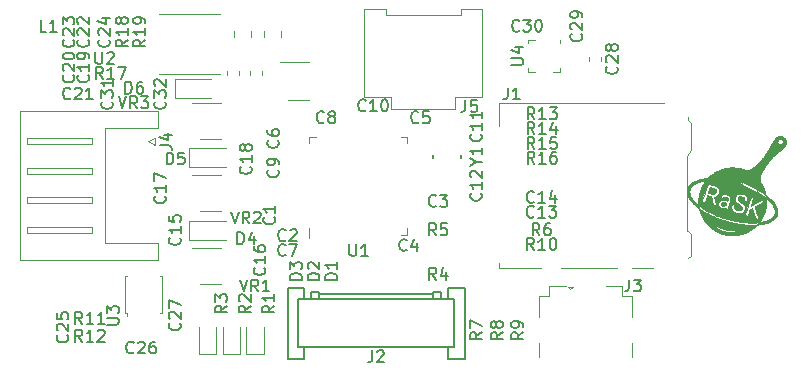
<source format=gto>
G04 #@! TF.GenerationSoftware,KiCad,Pcbnew,(5.0.2)-1*
G04 #@! TF.CreationDate,2019-10-12T17:38:11+09:00*
G04 #@! TF.ProjectId,PD_Board,50445f42-6f61-4726-942e-6b696361645f,rev?*
G04 #@! TF.SameCoordinates,Original*
G04 #@! TF.FileFunction,Legend,Top*
G04 #@! TF.FilePolarity,Positive*
%FSLAX46Y46*%
G04 Gerber Fmt 4.6, Leading zero omitted, Abs format (unit mm)*
G04 Created by KiCad (PCBNEW (5.0.2)-1) date 2019/10/12 17:38:11*
%MOMM*%
%LPD*%
G01*
G04 APERTURE LIST*
%ADD10C,0.120000*%
%ADD11C,0.150000*%
%ADD12C,0.010000*%
G04 APERTURE END LIST*
D10*
G04 #@! TO.C,U4*
X165610000Y-80060000D02*
X165610000Y-80360000D01*
X165610000Y-80360000D02*
X165010000Y-80360000D01*
X162890000Y-77940000D02*
X162890000Y-77640000D01*
X162890000Y-77640000D02*
X163490000Y-77640000D01*
X162890000Y-80060000D02*
X162890000Y-80360000D01*
X162890000Y-80360000D02*
X163490000Y-80360000D01*
X165610000Y-77940000D02*
X165610000Y-77640000D01*
G04 #@! TO.C,L1*
X136750000Y-80550000D02*
X131650000Y-80550000D01*
X136750000Y-75450000D02*
X131650000Y-75450000D01*
G04 #@! TO.C,D6*
X136050000Y-82600000D02*
X133000000Y-82600000D01*
X133000000Y-82600000D02*
X133000000Y-81000000D01*
X133000000Y-81000000D02*
X136050000Y-81000000D01*
G04 #@! TO.C,J5*
X159000000Y-75050000D02*
X157200000Y-75050000D01*
X157200000Y-75050000D02*
X157200000Y-75550000D01*
X149000000Y-75050000D02*
X150800000Y-75050000D01*
X150800000Y-75050000D02*
X150800000Y-75550000D01*
X156700000Y-83550000D02*
X156700000Y-82500000D01*
X156700000Y-82500000D02*
X159000000Y-82500000D01*
X159000000Y-75050000D02*
X157200000Y-75050000D01*
X157200000Y-75050000D02*
X157200000Y-75550000D01*
X157200000Y-75550000D02*
X150800000Y-75550000D01*
X150800000Y-75550000D02*
X150800000Y-75050000D01*
X150800000Y-75050000D02*
X149000000Y-75050000D01*
X149000000Y-82500000D02*
X151300000Y-82500000D01*
X151300000Y-82500000D02*
X151300000Y-83550000D01*
X151300000Y-83550000D02*
X156700000Y-83550000D01*
X159000000Y-82500000D02*
X159000000Y-75050000D01*
X149000000Y-75050000D02*
X149000000Y-82500000D01*
G04 #@! TO.C,C19*
X139340000Y-80287221D02*
X139340000Y-80612779D01*
X140360000Y-80287221D02*
X140360000Y-80612779D01*
G04 #@! TO.C,C20*
X138360000Y-80287221D02*
X138360000Y-80612779D01*
X137340000Y-80287221D02*
X137340000Y-80612779D01*
G04 #@! TO.C,C22*
X141910000Y-76891422D02*
X141910000Y-77408578D01*
X140490000Y-76891422D02*
X140490000Y-77408578D01*
G04 #@! TO.C,C23*
X137990000Y-76891422D02*
X137990000Y-77408578D01*
X139410000Y-76891422D02*
X139410000Y-77408578D01*
G04 #@! TO.C,D1*
X139015000Y-101950000D02*
X139015000Y-104235000D01*
X139015000Y-104235000D02*
X140485000Y-104235000D01*
X140485000Y-104235000D02*
X140485000Y-101950000D01*
G04 #@! TO.C,D2*
X137015000Y-101950000D02*
X137015000Y-104235000D01*
X137015000Y-104235000D02*
X138485000Y-104235000D01*
X138485000Y-104235000D02*
X138485000Y-101950000D01*
G04 #@! TO.C,D3*
X136485000Y-104235000D02*
X136485000Y-101950000D01*
X135015000Y-104235000D02*
X136485000Y-104235000D01*
X135015000Y-101950000D02*
X135015000Y-104235000D01*
G04 #@! TO.C,D4*
X134200000Y-93000000D02*
X137250000Y-93000000D01*
X134200000Y-94600000D02*
X134200000Y-93000000D01*
X137250000Y-94600000D02*
X134200000Y-94600000D01*
G04 #@! TO.C,D5*
X137250000Y-88400000D02*
X134200000Y-88400000D01*
X134200000Y-88400000D02*
X134200000Y-86800000D01*
X134200000Y-86800000D02*
X137250000Y-86800000D01*
G04 #@! TO.C,J1*
X176635000Y-86995000D02*
X176285000Y-87505000D01*
X176435000Y-84485000D02*
X176435000Y-84225000D01*
X176635000Y-84685000D02*
X176435000Y-84485000D01*
X176635000Y-94085000D02*
X176435000Y-93875000D01*
X176285000Y-93875000D02*
X176435000Y-93875000D01*
X176285000Y-93875000D02*
X176285000Y-87505000D01*
X171675000Y-96975000D02*
X173475000Y-96975000D01*
X165675000Y-96975000D02*
X170375000Y-96975000D01*
X176635000Y-95945000D02*
X176435000Y-96145000D01*
X176635000Y-95945000D02*
X176635000Y-94085000D01*
X176635000Y-84685000D02*
X176635000Y-86995000D01*
X160365000Y-96975000D02*
X163975000Y-96975000D01*
X160365000Y-96525000D02*
X160365000Y-96975000D01*
X160365000Y-83005000D02*
X174375000Y-83005000D01*
X160365000Y-84925000D02*
X160365000Y-83005000D01*
D11*
G04 #@! TO.C,J2*
X142500000Y-104700000D02*
X142500000Y-98700000D01*
X157500000Y-104700000D02*
X157000000Y-104700000D01*
X157500000Y-98700000D02*
X157500000Y-104700000D01*
X157000000Y-98700000D02*
X157500000Y-98700000D01*
X143400000Y-102000000D02*
X143400000Y-99600000D01*
X143400000Y-102000000D02*
X143400000Y-103700000D01*
X156600000Y-102000000D02*
X156600000Y-99600000D01*
X156600000Y-102000000D02*
X156600000Y-103700000D01*
X154100000Y-103700000D02*
X143400000Y-103700000D01*
X143400000Y-99600000D02*
X154100000Y-99600000D01*
X156100000Y-98700000D02*
X156100000Y-99600000D01*
X156100000Y-103700000D02*
X156100000Y-104700000D01*
X157000000Y-104700000D02*
X156100000Y-104700000D01*
X143900000Y-99600000D02*
X143900000Y-98700000D01*
X143900000Y-104700000D02*
X142500000Y-104700000D01*
X143900000Y-103700000D02*
X143900000Y-104700000D01*
X143900000Y-98700000D02*
X142500000Y-98700000D01*
X157000000Y-98700000D02*
X156100000Y-98700000D01*
X145200000Y-99000000D02*
X145200000Y-99600000D01*
X144500000Y-99000000D02*
X145200000Y-99000000D01*
X144500000Y-99600000D02*
X144500000Y-99000000D01*
X154800000Y-99000000D02*
X154800000Y-99600000D01*
X155500000Y-99000000D02*
X154800000Y-99000000D01*
X155500000Y-99600000D02*
X155500000Y-99000000D01*
X152300000Y-99200000D02*
X145200000Y-99200000D01*
X156600000Y-99600000D02*
X154100000Y-99600000D01*
X152300000Y-99200000D02*
X154800000Y-99200000D01*
X156600000Y-103700000D02*
X154100000Y-103700000D01*
D10*
G04 #@! TO.C,J3*
X163800000Y-101150000D02*
X163800000Y-99350000D01*
X163800000Y-99350000D02*
X164650000Y-99350000D01*
X171700000Y-101150000D02*
X171700000Y-99400000D01*
X171700000Y-99400000D02*
X171700000Y-99350000D01*
X171700000Y-99350000D02*
X170800000Y-99350000D01*
X163800000Y-103300000D02*
X163800000Y-104500000D01*
X166450000Y-98750000D02*
X166250000Y-98550000D01*
X166250000Y-98550000D02*
X166650000Y-98550000D01*
X166650000Y-98550000D02*
X166450000Y-98750000D01*
X171700000Y-103300000D02*
X171700000Y-104500000D01*
X164650000Y-99350000D02*
X164650000Y-98500000D01*
X164650000Y-98500000D02*
X166050000Y-98500000D01*
X170800000Y-99350000D02*
X170800000Y-98500000D01*
X170800000Y-98500000D02*
X169450000Y-98500000D01*
G04 #@! TO.C,J4*
X119840000Y-90000000D02*
X119840000Y-83690000D01*
X119840000Y-83690000D02*
X131560000Y-83690000D01*
X131560000Y-83690000D02*
X131560000Y-85110000D01*
X131560000Y-85110000D02*
X127060000Y-85110000D01*
X127060000Y-85110000D02*
X127060000Y-90000000D01*
X119840000Y-90000000D02*
X119840000Y-96310000D01*
X119840000Y-96310000D02*
X131560000Y-96310000D01*
X131560000Y-96310000D02*
X131560000Y-94890000D01*
X131560000Y-94890000D02*
X127060000Y-94890000D01*
X127060000Y-94890000D02*
X127060000Y-90000000D01*
X125950000Y-86000000D02*
X120450000Y-86000000D01*
X120450000Y-86000000D02*
X120450000Y-86500000D01*
X120450000Y-86500000D02*
X125950000Y-86500000D01*
X125950000Y-86500000D02*
X125950000Y-86000000D01*
X125950000Y-88500000D02*
X120450000Y-88500000D01*
X120450000Y-88500000D02*
X120450000Y-89000000D01*
X120450000Y-89000000D02*
X125950000Y-89000000D01*
X125950000Y-89000000D02*
X125950000Y-88500000D01*
X125950000Y-91000000D02*
X120450000Y-91000000D01*
X120450000Y-91000000D02*
X120450000Y-91500000D01*
X120450000Y-91500000D02*
X125950000Y-91500000D01*
X125950000Y-91500000D02*
X125950000Y-91000000D01*
X125950000Y-93500000D02*
X120450000Y-93500000D01*
X120450000Y-93500000D02*
X120450000Y-94000000D01*
X120450000Y-94000000D02*
X125950000Y-94000000D01*
X125950000Y-94000000D02*
X125950000Y-93500000D01*
X130650000Y-86250000D02*
X131250000Y-85950000D01*
X131250000Y-85950000D02*
X131250000Y-86550000D01*
X131250000Y-86550000D02*
X130650000Y-86250000D01*
G04 #@! TO.C,U1*
X144350000Y-86400000D02*
X144350000Y-85850000D01*
X144350000Y-85850000D02*
X144900000Y-85850000D01*
X152650000Y-86400000D02*
X152650000Y-85850000D01*
X152650000Y-85850000D02*
X152100000Y-85850000D01*
X152650000Y-93600000D02*
X152650000Y-94150000D01*
X152650000Y-94150000D02*
X152100000Y-94150000D01*
X144350000Y-93600000D02*
X144350000Y-94400000D01*
G04 #@! TO.C,U2*
X142550000Y-82760000D02*
X144350000Y-82760000D01*
X144350000Y-79540000D02*
X141900000Y-79540000D01*
G04 #@! TO.C,U3*
X128890000Y-100760000D02*
X128890000Y-101020000D01*
X131860000Y-97640000D02*
X131710000Y-97640000D01*
X131860000Y-100760000D02*
X131860000Y-97640000D01*
X128740000Y-100760000D02*
X128740000Y-97640000D01*
X131860000Y-100760000D02*
X131710000Y-100760000D01*
X128740000Y-100760000D02*
X128890000Y-100760000D01*
X128740000Y-97640000D02*
X128890000Y-97640000D01*
G04 #@! TO.C,VR1*
X135120000Y-98360000D02*
X136880000Y-98360000D01*
X136880000Y-95290000D02*
X134450000Y-95290000D01*
G04 #@! TO.C,VR2*
X136880000Y-89090000D02*
X134450000Y-89090000D01*
X135120000Y-92160000D02*
X136880000Y-92160000D01*
D11*
G04 #@! TO.C,Y1*
X154850000Y-87375000D02*
X154850000Y-87625000D01*
X157150000Y-87375000D02*
X157150000Y-87625000D01*
D10*
G04 #@! TO.C,C28*
X167990000Y-79450279D02*
X167990000Y-79124721D01*
X169010000Y-79450279D02*
X169010000Y-79124721D01*
G04 #@! TO.C,VR3*
X135120000Y-86060000D02*
X136880000Y-86060000D01*
X136880000Y-82990000D02*
X134450000Y-82990000D01*
D12*
G04 #@! TO.C,G\002A\002A\002A*
G36*
X178252348Y-90120120D02*
X178259918Y-90122263D01*
X178271567Y-90125692D01*
X178286907Y-90130290D01*
X178305555Y-90135939D01*
X178327126Y-90142522D01*
X178351234Y-90149923D01*
X178377495Y-90158024D01*
X178405523Y-90166707D01*
X178434934Y-90175857D01*
X178437745Y-90176733D01*
X178474999Y-90188369D01*
X178507772Y-90198663D01*
X178536441Y-90207757D01*
X178561384Y-90215793D01*
X178582977Y-90222916D01*
X178601598Y-90229268D01*
X178617623Y-90234991D01*
X178631430Y-90240228D01*
X178643396Y-90245123D01*
X178653899Y-90249818D01*
X178663314Y-90254456D01*
X178672019Y-90259180D01*
X178680392Y-90264132D01*
X178688809Y-90269456D01*
X178697235Y-90275018D01*
X178708525Y-90282996D01*
X178719928Y-90291764D01*
X178729671Y-90299934D01*
X178733349Y-90303342D01*
X178750935Y-90323654D01*
X178766220Y-90347642D01*
X178778639Y-90374208D01*
X178787624Y-90402253D01*
X178790056Y-90413252D01*
X178791919Y-90423634D01*
X178792825Y-90431743D01*
X178792769Y-90439421D01*
X178791744Y-90448506D01*
X178789880Y-90460028D01*
X178781392Y-90496500D01*
X178768727Y-90531974D01*
X178752298Y-90565646D01*
X178732513Y-90596711D01*
X178709785Y-90624364D01*
X178701856Y-90632460D01*
X178674683Y-90655470D01*
X178644195Y-90674818D01*
X178610772Y-90690322D01*
X178574798Y-90701803D01*
X178540390Y-90708571D01*
X178527447Y-90710142D01*
X178516364Y-90710703D01*
X178504974Y-90710248D01*
X178491111Y-90708773D01*
X178488596Y-90708452D01*
X178483603Y-90707365D01*
X178474177Y-90704871D01*
X178460730Y-90701090D01*
X178443672Y-90696147D01*
X178423414Y-90690163D01*
X178400368Y-90683261D01*
X178374944Y-90675563D01*
X178347554Y-90667192D01*
X178318609Y-90658270D01*
X178288520Y-90648919D01*
X178283973Y-90647500D01*
X178095585Y-90588651D01*
X178167247Y-90359388D01*
X178177583Y-90326357D01*
X178187533Y-90294640D01*
X178196987Y-90264581D01*
X178205835Y-90236525D01*
X178213967Y-90210815D01*
X178221276Y-90187797D01*
X178227649Y-90167815D01*
X178232980Y-90151214D01*
X178237158Y-90138337D01*
X178240073Y-90129529D01*
X178241617Y-90125135D01*
X178241783Y-90124752D01*
X178245777Y-90120543D01*
X178249239Y-90119380D01*
X178252348Y-90120120D01*
X178252348Y-90120120D01*
G37*
X178252348Y-90120120D02*
X178259918Y-90122263D01*
X178271567Y-90125692D01*
X178286907Y-90130290D01*
X178305555Y-90135939D01*
X178327126Y-90142522D01*
X178351234Y-90149923D01*
X178377495Y-90158024D01*
X178405523Y-90166707D01*
X178434934Y-90175857D01*
X178437745Y-90176733D01*
X178474999Y-90188369D01*
X178507772Y-90198663D01*
X178536441Y-90207757D01*
X178561384Y-90215793D01*
X178582977Y-90222916D01*
X178601598Y-90229268D01*
X178617623Y-90234991D01*
X178631430Y-90240228D01*
X178643396Y-90245123D01*
X178653899Y-90249818D01*
X178663314Y-90254456D01*
X178672019Y-90259180D01*
X178680392Y-90264132D01*
X178688809Y-90269456D01*
X178697235Y-90275018D01*
X178708525Y-90282996D01*
X178719928Y-90291764D01*
X178729671Y-90299934D01*
X178733349Y-90303342D01*
X178750935Y-90323654D01*
X178766220Y-90347642D01*
X178778639Y-90374208D01*
X178787624Y-90402253D01*
X178790056Y-90413252D01*
X178791919Y-90423634D01*
X178792825Y-90431743D01*
X178792769Y-90439421D01*
X178791744Y-90448506D01*
X178789880Y-90460028D01*
X178781392Y-90496500D01*
X178768727Y-90531974D01*
X178752298Y-90565646D01*
X178732513Y-90596711D01*
X178709785Y-90624364D01*
X178701856Y-90632460D01*
X178674683Y-90655470D01*
X178644195Y-90674818D01*
X178610772Y-90690322D01*
X178574798Y-90701803D01*
X178540390Y-90708571D01*
X178527447Y-90710142D01*
X178516364Y-90710703D01*
X178504974Y-90710248D01*
X178491111Y-90708773D01*
X178488596Y-90708452D01*
X178483603Y-90707365D01*
X178474177Y-90704871D01*
X178460730Y-90701090D01*
X178443672Y-90696147D01*
X178423414Y-90690163D01*
X178400368Y-90683261D01*
X178374944Y-90675563D01*
X178347554Y-90667192D01*
X178318609Y-90658270D01*
X178288520Y-90648919D01*
X178283973Y-90647500D01*
X178095585Y-90588651D01*
X178167247Y-90359388D01*
X178177583Y-90326357D01*
X178187533Y-90294640D01*
X178196987Y-90264581D01*
X178205835Y-90236525D01*
X178213967Y-90210815D01*
X178221276Y-90187797D01*
X178227649Y-90167815D01*
X178232980Y-90151214D01*
X178237158Y-90138337D01*
X178240073Y-90129529D01*
X178241617Y-90125135D01*
X178241783Y-90124752D01*
X178245777Y-90120543D01*
X178249239Y-90119380D01*
X178252348Y-90120120D01*
G36*
X179409176Y-91399135D02*
X179419634Y-91399916D01*
X179430810Y-91401365D01*
X179443232Y-91403606D01*
X179457424Y-91406764D01*
X179473915Y-91410962D01*
X179493230Y-91416325D01*
X179515895Y-91422977D01*
X179542437Y-91431043D01*
X179565926Y-91438319D01*
X179666280Y-91469590D01*
X179647424Y-91530450D01*
X179641607Y-91549181D01*
X179637011Y-91563719D01*
X179633351Y-91574726D01*
X179630345Y-91582860D01*
X179627710Y-91588783D01*
X179625161Y-91593153D01*
X179622417Y-91596632D01*
X179619193Y-91599879D01*
X179616609Y-91602268D01*
X179588641Y-91625429D01*
X179558595Y-91645794D01*
X179527070Y-91663157D01*
X179494663Y-91677315D01*
X179461975Y-91688062D01*
X179429602Y-91695195D01*
X179398144Y-91698508D01*
X179368200Y-91697797D01*
X179346840Y-91694444D01*
X179329728Y-91690336D01*
X179315311Y-91686056D01*
X179301724Y-91680921D01*
X179287103Y-91674245D01*
X179274496Y-91667899D01*
X179250145Y-91653193D01*
X179230309Y-91636478D01*
X179214745Y-91617521D01*
X179206234Y-91602740D01*
X179198510Y-91585188D01*
X179194016Y-91570178D01*
X179192549Y-91556508D01*
X179193910Y-91542972D01*
X179195234Y-91537195D01*
X179202849Y-91514199D01*
X179213124Y-91492422D01*
X179225427Y-91472910D01*
X179239128Y-91456709D01*
X179248901Y-91448134D01*
X179272458Y-91432959D01*
X179299435Y-91420047D01*
X179328513Y-91409830D01*
X179358374Y-91402742D01*
X179387700Y-91399215D01*
X179398910Y-91398898D01*
X179409176Y-91399135D01*
X179409176Y-91399135D01*
G37*
X179409176Y-91399135D02*
X179419634Y-91399916D01*
X179430810Y-91401365D01*
X179443232Y-91403606D01*
X179457424Y-91406764D01*
X179473915Y-91410962D01*
X179493230Y-91416325D01*
X179515895Y-91422977D01*
X179542437Y-91431043D01*
X179565926Y-91438319D01*
X179666280Y-91469590D01*
X179647424Y-91530450D01*
X179641607Y-91549181D01*
X179637011Y-91563719D01*
X179633351Y-91574726D01*
X179630345Y-91582860D01*
X179627710Y-91588783D01*
X179625161Y-91593153D01*
X179622417Y-91596632D01*
X179619193Y-91599879D01*
X179616609Y-91602268D01*
X179588641Y-91625429D01*
X179558595Y-91645794D01*
X179527070Y-91663157D01*
X179494663Y-91677315D01*
X179461975Y-91688062D01*
X179429602Y-91695195D01*
X179398144Y-91698508D01*
X179368200Y-91697797D01*
X179346840Y-91694444D01*
X179329728Y-91690336D01*
X179315311Y-91686056D01*
X179301724Y-91680921D01*
X179287103Y-91674245D01*
X179274496Y-91667899D01*
X179250145Y-91653193D01*
X179230309Y-91636478D01*
X179214745Y-91617521D01*
X179206234Y-91602740D01*
X179198510Y-91585188D01*
X179194016Y-91570178D01*
X179192549Y-91556508D01*
X179193910Y-91542972D01*
X179195234Y-91537195D01*
X179202849Y-91514199D01*
X179213124Y-91492422D01*
X179225427Y-91472910D01*
X179239128Y-91456709D01*
X179248901Y-91448134D01*
X179272458Y-91432959D01*
X179299435Y-91420047D01*
X179328513Y-91409830D01*
X179358374Y-91402742D01*
X179387700Y-91399215D01*
X179398910Y-91398898D01*
X179409176Y-91399135D01*
G36*
X184228885Y-85798068D02*
X184247338Y-85799296D01*
X184261966Y-85801453D01*
X184265550Y-85802301D01*
X184283178Y-85807541D01*
X184304021Y-85814631D01*
X184326791Y-85823071D01*
X184350197Y-85832363D01*
X184372950Y-85842008D01*
X184393761Y-85851509D01*
X184397630Y-85853373D01*
X184440491Y-85876152D01*
X184479363Y-85900962D01*
X184514884Y-85928365D01*
X184547691Y-85958922D01*
X184578424Y-85993194D01*
X184607721Y-86031742D01*
X184618565Y-86047561D01*
X184644916Y-86090365D01*
X184666328Y-86132590D01*
X184682827Y-86174514D01*
X184694440Y-86216414D01*
X184701195Y-86258568D01*
X184703118Y-86301251D01*
X184700236Y-86344742D01*
X184692576Y-86389318D01*
X184680165Y-86435255D01*
X184663030Y-86482830D01*
X184661267Y-86487180D01*
X184651007Y-86509699D01*
X184637490Y-86535260D01*
X184621053Y-86563316D01*
X184602035Y-86593322D01*
X184580775Y-86624732D01*
X184557613Y-86657001D01*
X184546907Y-86671330D01*
X184533802Y-86688468D01*
X184521319Y-86704338D01*
X184508989Y-86719455D01*
X184496345Y-86734335D01*
X184482919Y-86749496D01*
X184468241Y-86765454D01*
X184451843Y-86782725D01*
X184433258Y-86801825D01*
X184412017Y-86823272D01*
X184387651Y-86847581D01*
X184382021Y-86853170D01*
X184362213Y-86872739D01*
X184344120Y-86890417D01*
X184327127Y-86906763D01*
X184310618Y-86922341D01*
X184293979Y-86937709D01*
X184276596Y-86953429D01*
X184257852Y-86970063D01*
X184237134Y-86988170D01*
X184213827Y-87008312D01*
X184187315Y-87031050D01*
X184183000Y-87034740D01*
X184121894Y-87087106D01*
X184064565Y-87136516D01*
X184010799Y-87183162D01*
X183960384Y-87227233D01*
X183913107Y-87268921D01*
X183868757Y-87308416D01*
X183827120Y-87345909D01*
X183787984Y-87381590D01*
X183751137Y-87415650D01*
X183716365Y-87448280D01*
X183683457Y-87479670D01*
X183652200Y-87510011D01*
X183641071Y-87520950D01*
X183547045Y-87616210D01*
X183454286Y-87715282D01*
X183362631Y-87818363D01*
X183271918Y-87925645D01*
X183181984Y-88037324D01*
X183092667Y-88153595D01*
X183003803Y-88274652D01*
X182960620Y-88335429D01*
X182941459Y-88362834D01*
X182923659Y-88388648D01*
X182906772Y-88413562D01*
X182890351Y-88438269D01*
X182873948Y-88463460D01*
X182857116Y-88489827D01*
X182839408Y-88518061D01*
X182820376Y-88548856D01*
X182799573Y-88582902D01*
X182784299Y-88608080D01*
X182761978Y-88645030D01*
X182742055Y-88678192D01*
X182724236Y-88708084D01*
X182708228Y-88735229D01*
X182693740Y-88760145D01*
X182680478Y-88783353D01*
X182668151Y-88805374D01*
X182656465Y-88826727D01*
X182645127Y-88847934D01*
X182633846Y-88869515D01*
X182622328Y-88891989D01*
X182610281Y-88915878D01*
X182602899Y-88930660D01*
X182583946Y-88969235D01*
X182567317Y-89004266D01*
X182552701Y-89036546D01*
X182539782Y-89066871D01*
X182528247Y-89096036D01*
X182517782Y-89124837D01*
X182508074Y-89154068D01*
X182498809Y-89184525D01*
X182489672Y-89217003D01*
X182489144Y-89218950D01*
X182479837Y-89255392D01*
X182472434Y-89289458D01*
X182466911Y-89321945D01*
X182463246Y-89353649D01*
X182461415Y-89385364D01*
X182461395Y-89417888D01*
X182463165Y-89452015D01*
X182466700Y-89488543D01*
X182471978Y-89528266D01*
X182478976Y-89571981D01*
X182478981Y-89572010D01*
X182482878Y-89593868D01*
X182486738Y-89612788D01*
X182490896Y-89629565D01*
X182495690Y-89644997D01*
X182501457Y-89659882D01*
X182508534Y-89675017D01*
X182517258Y-89691200D01*
X182527966Y-89709227D01*
X182540995Y-89729896D01*
X182554505Y-89750684D01*
X182568033Y-89771385D01*
X182579129Y-89788524D01*
X182588190Y-89802760D01*
X182595613Y-89814751D01*
X182601794Y-89825155D01*
X182607129Y-89834632D01*
X182612015Y-89843840D01*
X182616847Y-89853436D01*
X182618965Y-89857760D01*
X182623654Y-89866875D01*
X182630442Y-89879378D01*
X182638793Y-89894314D01*
X182648169Y-89910729D01*
X182658034Y-89927670D01*
X182664012Y-89937770D01*
X182681294Y-89967471D01*
X182698058Y-89997769D01*
X182714540Y-90029167D01*
X182730974Y-90062167D01*
X182747597Y-90097274D01*
X182764644Y-90134991D01*
X182782350Y-90175820D01*
X182800951Y-90220265D01*
X182820684Y-90268829D01*
X182830475Y-90293370D01*
X182854906Y-90357068D01*
X182876623Y-90418409D01*
X182896131Y-90478963D01*
X182913937Y-90540302D01*
X182930546Y-90603997D01*
X182930676Y-90604520D01*
X182935089Y-90622670D01*
X182939609Y-90641801D01*
X182944099Y-90661274D01*
X182948420Y-90680446D01*
X182952432Y-90698677D01*
X182955997Y-90715327D01*
X182958976Y-90729755D01*
X182961231Y-90741319D01*
X182962622Y-90749378D01*
X182963012Y-90753293D01*
X182962939Y-90753547D01*
X182960656Y-90752455D01*
X182954909Y-90748783D01*
X182946328Y-90742958D01*
X182935541Y-90735411D01*
X182923179Y-90726568D01*
X182920283Y-90724473D01*
X182850456Y-90674753D01*
X182778077Y-90625062D01*
X182702730Y-90575132D01*
X182623998Y-90524692D01*
X182541464Y-90473475D01*
X182454711Y-90421211D01*
X182405000Y-90391894D01*
X182395888Y-90386315D01*
X182388773Y-90381494D01*
X182384580Y-90378085D01*
X182383856Y-90376951D01*
X182385093Y-90372783D01*
X182386055Y-90370146D01*
X182386384Y-90368558D01*
X182385511Y-90367411D01*
X182382783Y-90366651D01*
X182377547Y-90366221D01*
X182369149Y-90366066D01*
X182356936Y-90366129D01*
X182341501Y-90366336D01*
X182295194Y-90367030D01*
X182263611Y-90432766D01*
X182232029Y-90498502D01*
X182259459Y-90534891D01*
X182268331Y-90546565D01*
X182276168Y-90556698D01*
X182282460Y-90564642D01*
X182286693Y-90569751D01*
X182288324Y-90571390D01*
X182290215Y-90569404D01*
X182293149Y-90564326D01*
X182294040Y-90562521D01*
X182295437Y-90559326D01*
X182296628Y-90556992D01*
X182298199Y-90555727D01*
X182300736Y-90555736D01*
X182304826Y-90557226D01*
X182311057Y-90560405D01*
X182320014Y-90565479D01*
X182332284Y-90572655D01*
X182346580Y-90581044D01*
X182433239Y-90632820D01*
X182519518Y-90686449D01*
X182604729Y-90741464D01*
X182688185Y-90797401D01*
X182769198Y-90853792D01*
X182847082Y-90910173D01*
X182921148Y-90966076D01*
X182964674Y-91000151D01*
X182977269Y-91010097D01*
X182988463Y-91018819D01*
X182997671Y-91025872D01*
X183004311Y-91030810D01*
X183007798Y-91033190D01*
X183008178Y-91033328D01*
X183008441Y-91030148D01*
X183007934Y-91022535D01*
X183006741Y-91011064D01*
X183004945Y-90996310D01*
X183002632Y-90978848D01*
X182999886Y-90959251D01*
X182996791Y-90938095D01*
X182993431Y-90915955D01*
X182989892Y-90893405D01*
X182986258Y-90871021D01*
X182982613Y-90849375D01*
X182979041Y-90829045D01*
X182975627Y-90810603D01*
X182974892Y-90806790D01*
X182972152Y-90792270D01*
X182969899Y-90779533D01*
X182968265Y-90769390D01*
X182967380Y-90762651D01*
X182967351Y-90760142D01*
X182969633Y-90761265D01*
X182975420Y-90765076D01*
X182984173Y-90771194D01*
X182995351Y-90779232D01*
X183008414Y-90788810D01*
X183022725Y-90799469D01*
X183117295Y-90872374D01*
X183207322Y-90945754D01*
X183292760Y-91019556D01*
X183373561Y-91093728D01*
X183449678Y-91168219D01*
X183521064Y-91242976D01*
X183587671Y-91317948D01*
X183649453Y-91393082D01*
X183706362Y-91468327D01*
X183758350Y-91543631D01*
X183805372Y-91618942D01*
X183847379Y-91694208D01*
X183861228Y-91721211D01*
X183893784Y-91791302D01*
X183921302Y-91861585D01*
X183943826Y-91932213D01*
X183961397Y-92003338D01*
X183974058Y-92075116D01*
X183981853Y-92147699D01*
X183982649Y-92159357D01*
X183983969Y-92188583D01*
X183984012Y-92215969D01*
X183982663Y-92242590D01*
X183979805Y-92269520D01*
X183975322Y-92297834D01*
X183969098Y-92328606D01*
X183961018Y-92362912D01*
X183960421Y-92365307D01*
X183951449Y-92398757D01*
X183941135Y-92432935D01*
X183929814Y-92466939D01*
X183917820Y-92499868D01*
X183905485Y-92530821D01*
X183893145Y-92558896D01*
X183881132Y-92583192D01*
X183876770Y-92591161D01*
X183846395Y-92640147D01*
X183811174Y-92688305D01*
X183771302Y-92735454D01*
X183726972Y-92781414D01*
X183678377Y-92826004D01*
X183625712Y-92869041D01*
X183569170Y-92910347D01*
X183508945Y-92949738D01*
X183465670Y-92975521D01*
X183389152Y-93016874D01*
X183308307Y-93055679D01*
X183223217Y-93091912D01*
X183133961Y-93125552D01*
X183040620Y-93156577D01*
X182943275Y-93184965D01*
X182842006Y-93210692D01*
X182736894Y-93233738D01*
X182628019Y-93254079D01*
X182515462Y-93271694D01*
X182399303Y-93286561D01*
X182299852Y-93296830D01*
X182246774Y-93301736D01*
X182193421Y-93355504D01*
X182175857Y-93373042D01*
X182158743Y-93389763D01*
X182141569Y-93406126D01*
X182123821Y-93422590D01*
X182104987Y-93439614D01*
X182084557Y-93457658D01*
X182062017Y-93477180D01*
X182036855Y-93498640D01*
X182008560Y-93522497D01*
X181988122Y-93539611D01*
X181956329Y-93566078D01*
X181928238Y-93589259D01*
X181903745Y-93609238D01*
X181882747Y-93626094D01*
X181865142Y-93639910D01*
X181850826Y-93650767D01*
X181839697Y-93658748D01*
X181831651Y-93663933D01*
X181830960Y-93664331D01*
X181824399Y-93668341D01*
X181814653Y-93674678D01*
X181802663Y-93682711D01*
X181789374Y-93691808D01*
X181776350Y-93700900D01*
X181746304Y-93721835D01*
X181718048Y-93740952D01*
X181690616Y-93758849D01*
X181663043Y-93776120D01*
X181634365Y-93793364D01*
X181603618Y-93811176D01*
X181569836Y-93830152D01*
X181546480Y-93843019D01*
X181529188Y-93852558D01*
X181511794Y-93862287D01*
X181495295Y-93871636D01*
X181480692Y-93880037D01*
X181468982Y-93886922D01*
X181463930Y-93889985D01*
X181449542Y-93898843D01*
X181438388Y-93905599D01*
X181429386Y-93910831D01*
X181421455Y-93915117D01*
X181413514Y-93919037D01*
X181404480Y-93923169D01*
X181393274Y-93928091D01*
X181390270Y-93929399D01*
X181361607Y-93941571D01*
X181329349Y-93954754D01*
X181294140Y-93968716D01*
X181256625Y-93983223D01*
X181217447Y-93998045D01*
X181177253Y-94012947D01*
X181136685Y-94027698D01*
X181096389Y-94042065D01*
X181057009Y-94055816D01*
X181019190Y-94068718D01*
X180983576Y-94080539D01*
X180950811Y-94091047D01*
X180921541Y-94100008D01*
X180900100Y-94106178D01*
X180868972Y-94114250D01*
X180833335Y-94122523D01*
X180793754Y-94130904D01*
X180750792Y-94139303D01*
X180705012Y-94147627D01*
X180656979Y-94155786D01*
X180607255Y-94163687D01*
X180556404Y-94171238D01*
X180504991Y-94178349D01*
X180453577Y-94184928D01*
X180402728Y-94190883D01*
X180353006Y-94196122D01*
X180337440Y-94197631D01*
X180324657Y-94198575D01*
X180307430Y-94199441D01*
X180286392Y-94200224D01*
X180262177Y-94200917D01*
X180235420Y-94201515D01*
X180206755Y-94202011D01*
X180176817Y-94202400D01*
X180146239Y-94202675D01*
X180115656Y-94202831D01*
X180085703Y-94202862D01*
X180057014Y-94202762D01*
X180030223Y-94202525D01*
X180005964Y-94202144D01*
X179984871Y-94201615D01*
X179970410Y-94201067D01*
X179941351Y-94199536D01*
X179913122Y-94197616D01*
X179885114Y-94195227D01*
X179856723Y-94192286D01*
X179827340Y-94188712D01*
X179796358Y-94184423D01*
X179763171Y-94179337D01*
X179727173Y-94173374D01*
X179687755Y-94166451D01*
X179644312Y-94158487D01*
X179620208Y-94153960D01*
X179537323Y-94137422D01*
X179458703Y-94119893D01*
X179383584Y-94101120D01*
X179311204Y-94080852D01*
X179240803Y-94058838D01*
X179171618Y-94034826D01*
X179102886Y-94008564D01*
X179033847Y-93979801D01*
X178963737Y-93948286D01*
X178891795Y-93913767D01*
X178890242Y-93913000D01*
X178832633Y-93884030D01*
X178778917Y-93855943D01*
X178728322Y-93828246D01*
X178680073Y-93800451D01*
X178633394Y-93772066D01*
X178587511Y-93742603D01*
X178541650Y-93711570D01*
X178495035Y-93678478D01*
X178446893Y-93642837D01*
X178396448Y-93604156D01*
X178372750Y-93585596D01*
X178278905Y-93508680D01*
X178189389Y-93429174D01*
X178104080Y-93346941D01*
X178093846Y-93336218D01*
X178625480Y-93336218D01*
X178625480Y-93351108D01*
X178659135Y-93385291D01*
X178716020Y-93440517D01*
X178776213Y-93494136D01*
X178838714Y-93545336D01*
X178902527Y-93593306D01*
X178966651Y-93637234D01*
X178978540Y-93644898D01*
X179059376Y-93693487D01*
X179142621Y-93737652D01*
X179228077Y-93777328D01*
X179315544Y-93812451D01*
X179404822Y-93842955D01*
X179495714Y-93868776D01*
X179588020Y-93889850D01*
X179681541Y-93906110D01*
X179776077Y-93917494D01*
X179829440Y-93921717D01*
X179850537Y-93923051D01*
X179868155Y-93924083D01*
X179883445Y-93924841D01*
X179897563Y-93925357D01*
X179911661Y-93925658D01*
X179926893Y-93925777D01*
X179944412Y-93925741D01*
X179965372Y-93925581D01*
X179975490Y-93925484D01*
X179996605Y-93925199D01*
X180014996Y-93924743D01*
X180031871Y-93924035D01*
X180048436Y-93922993D01*
X180065898Y-93921537D01*
X180085466Y-93919584D01*
X180108345Y-93917053D01*
X180119371Y-93915782D01*
X180166520Y-93910158D01*
X180209193Y-93904735D01*
X180247983Y-93899396D01*
X180283486Y-93894023D01*
X180316296Y-93888500D01*
X180347005Y-93882708D01*
X180376209Y-93876531D01*
X180404501Y-93869850D01*
X180432475Y-93862550D01*
X180460726Y-93854512D01*
X180489848Y-93845618D01*
X180514196Y-93837801D01*
X180570936Y-93818191D01*
X180628946Y-93796152D01*
X180685719Y-93772648D01*
X180701930Y-93765547D01*
X180721996Y-93756515D01*
X180737842Y-93749005D01*
X180749957Y-93742632D01*
X180758831Y-93737014D01*
X180764953Y-93731768D01*
X180768813Y-93726511D01*
X180770901Y-93720862D01*
X180771705Y-93714436D01*
X180771780Y-93710940D01*
X180771408Y-93702089D01*
X180769847Y-93696303D01*
X180766425Y-93691594D01*
X180764656Y-93689825D01*
X180759867Y-93686235D01*
X180753947Y-93684006D01*
X180746202Y-93683146D01*
X180735936Y-93683663D01*
X180722456Y-93685563D01*
X180705066Y-93688856D01*
X180696850Y-93690566D01*
X180656521Y-93699006D01*
X180620102Y-93706365D01*
X180586581Y-93712809D01*
X180554941Y-93718504D01*
X180524169Y-93723612D01*
X180493250Y-93728300D01*
X180461170Y-93732732D01*
X180426915Y-93737072D01*
X180389469Y-93741486D01*
X180369190Y-93743776D01*
X180322671Y-93748834D01*
X180280567Y-93753106D01*
X180242280Y-93756620D01*
X180207210Y-93759407D01*
X180174760Y-93761497D01*
X180144329Y-93762921D01*
X180115320Y-93763708D01*
X180087134Y-93763888D01*
X180059172Y-93763491D01*
X180030835Y-93762547D01*
X180012320Y-93761675D01*
X179896889Y-93753445D01*
X179783964Y-93740855D01*
X179673378Y-93723864D01*
X179564966Y-93702433D01*
X179458564Y-93676522D01*
X179354006Y-93646094D01*
X179251128Y-93611108D01*
X179149764Y-93571525D01*
X179073579Y-93538317D01*
X179017096Y-93511504D01*
X178958633Y-93481735D01*
X178899641Y-93449805D01*
X178841569Y-93416504D01*
X178785869Y-93382624D01*
X178768990Y-93371923D01*
X178745480Y-93356876D01*
X178725823Y-93344353D01*
X178709602Y-93334123D01*
X178696403Y-93325954D01*
X178685809Y-93319616D01*
X178677404Y-93314877D01*
X178670773Y-93311507D01*
X178665501Y-93309274D01*
X178661170Y-93307947D01*
X178657366Y-93307296D01*
X178653673Y-93307090D01*
X178652298Y-93307080D01*
X178643653Y-93307559D01*
X178637871Y-93309511D01*
X178632784Y-93313708D01*
X178632305Y-93314203D01*
X178628280Y-93319211D01*
X178626220Y-93324663D01*
X178625517Y-93332518D01*
X178625480Y-93336218D01*
X178093846Y-93336218D01*
X178022860Y-93261846D01*
X177945609Y-93173755D01*
X177872208Y-93082533D01*
X177802538Y-92988044D01*
X177736479Y-92890153D01*
X177684968Y-92807328D01*
X177640863Y-92730857D01*
X177598423Y-92651560D01*
X177557984Y-92570207D01*
X177519882Y-92487568D01*
X177484451Y-92404411D01*
X177452026Y-92321508D01*
X177422944Y-92239627D01*
X177397539Y-92159538D01*
X177387349Y-92124122D01*
X177382667Y-92106897D01*
X177377704Y-92087950D01*
X177372601Y-92067882D01*
X177367498Y-92047298D01*
X177362535Y-92026800D01*
X177357854Y-92006991D01*
X177353595Y-91988475D01*
X177349899Y-91971855D01*
X177346907Y-91957734D01*
X177344759Y-91946715D01*
X177343595Y-91939401D01*
X177343557Y-91936396D01*
X177343565Y-91936388D01*
X177346002Y-91937292D01*
X177351784Y-91940703D01*
X177360150Y-91946138D01*
X177370339Y-91953112D01*
X177375133Y-91956492D01*
X177473310Y-92024426D01*
X177576259Y-92091983D01*
X177683678Y-92159007D01*
X177795262Y-92225342D01*
X177910710Y-92290831D01*
X178029718Y-92355317D01*
X178151982Y-92418644D01*
X178277201Y-92480656D01*
X178405070Y-92541195D01*
X178535288Y-92600105D01*
X178667550Y-92657230D01*
X178801554Y-92712414D01*
X178936996Y-92765498D01*
X178953140Y-92771647D01*
X178981496Y-92782112D01*
X179014419Y-92793726D01*
X179051551Y-92806386D01*
X179092537Y-92819987D01*
X179137018Y-92834425D01*
X179184640Y-92849597D01*
X179235044Y-92865399D01*
X179287875Y-92881726D01*
X179342775Y-92898475D01*
X179399388Y-92915541D01*
X179457358Y-92932821D01*
X179516328Y-92950210D01*
X179575940Y-92967605D01*
X179635839Y-92984902D01*
X179695668Y-93001996D01*
X179755069Y-93018785D01*
X179813688Y-93035162D01*
X179871166Y-93051026D01*
X179927147Y-93066272D01*
X179981274Y-93080795D01*
X180033191Y-93094492D01*
X180082542Y-93107259D01*
X180128968Y-93118991D01*
X180172115Y-93129586D01*
X180211625Y-93138938D01*
X180218060Y-93140421D01*
X180264621Y-93150728D01*
X180315653Y-93161330D01*
X180370562Y-93172132D01*
X180428752Y-93183038D01*
X180489631Y-93193952D01*
X180552603Y-93204780D01*
X180617075Y-93215423D01*
X180682451Y-93225788D01*
X180748138Y-93235777D01*
X180813542Y-93245296D01*
X180878069Y-93254248D01*
X180941123Y-93262538D01*
X181002111Y-93270069D01*
X181060439Y-93276747D01*
X181069778Y-93277761D01*
X181156628Y-93286708D01*
X181239638Y-93294383D01*
X181319837Y-93300837D01*
X181398254Y-93306120D01*
X181475920Y-93310284D01*
X181553864Y-93313380D01*
X181633116Y-93315458D01*
X181714704Y-93316569D01*
X181799659Y-93316765D01*
X181852416Y-93316466D01*
X181891373Y-93316116D01*
X181925941Y-93315743D01*
X181956810Y-93315327D01*
X181984671Y-93314845D01*
X182010215Y-93314274D01*
X182034132Y-93313593D01*
X182057113Y-93312779D01*
X182079849Y-93311810D01*
X182103030Y-93310664D01*
X182127347Y-93309319D01*
X182153490Y-93307753D01*
X182182151Y-93305943D01*
X182184020Y-93305823D01*
X182243710Y-93301977D01*
X182261093Y-93283573D01*
X182268850Y-93275108D01*
X182278769Y-93263888D01*
X182290422Y-93250430D01*
X182303381Y-93235253D01*
X182317219Y-93218872D01*
X182331507Y-93201805D01*
X182345818Y-93184569D01*
X182359723Y-93167682D01*
X182372794Y-93151659D01*
X182384604Y-93137019D01*
X182394725Y-93124279D01*
X182402728Y-93113955D01*
X182408186Y-93106564D01*
X182410405Y-93103163D01*
X182411551Y-93099954D01*
X182409075Y-93099556D01*
X182407038Y-93099968D01*
X182402141Y-93100758D01*
X182392915Y-93101945D01*
X182380086Y-93103452D01*
X182364382Y-93105203D01*
X182346532Y-93107122D01*
X182327262Y-93109134D01*
X182307300Y-93111161D01*
X182287375Y-93113128D01*
X182268213Y-93114958D01*
X182250543Y-93116576D01*
X182237360Y-93117718D01*
X182108196Y-93126633D01*
X181975507Y-93132113D01*
X181839490Y-93134176D01*
X181700343Y-93132840D01*
X181558265Y-93128125D01*
X181413452Y-93120050D01*
X181266104Y-93108634D01*
X181155278Y-93097722D01*
X182417909Y-93097722D01*
X182418421Y-93098134D01*
X182420085Y-93098268D01*
X182423398Y-93098064D01*
X182428852Y-93097462D01*
X182436943Y-93096402D01*
X182448164Y-93094824D01*
X182463010Y-93092670D01*
X182481976Y-93089878D01*
X182501249Y-93087026D01*
X182599469Y-93071058D01*
X182694128Y-93052786D01*
X182785162Y-93032250D01*
X182872507Y-93009492D01*
X182956099Y-92984551D01*
X183035877Y-92957470D01*
X183111775Y-92928288D01*
X183183730Y-92897046D01*
X183251679Y-92863785D01*
X183315559Y-92828546D01*
X183375306Y-92791369D01*
X183430856Y-92752295D01*
X183482146Y-92711364D01*
X183529112Y-92668619D01*
X183571691Y-92624098D01*
X183609819Y-92577843D01*
X183643434Y-92529894D01*
X183672471Y-92480293D01*
X183696866Y-92429080D01*
X183716557Y-92376295D01*
X183731480Y-92321980D01*
X183737020Y-92294890D01*
X183741669Y-92263815D01*
X183745007Y-92229746D01*
X183746982Y-92194217D01*
X183747542Y-92158768D01*
X183746635Y-92124935D01*
X183744208Y-92094255D01*
X183743912Y-92091690D01*
X183733865Y-92028019D01*
X183718790Y-91963813D01*
X183698684Y-91899067D01*
X183673546Y-91833778D01*
X183643374Y-91767941D01*
X183608165Y-91701552D01*
X183567918Y-91634609D01*
X183522631Y-91567107D01*
X183472302Y-91499043D01*
X183416929Y-91430413D01*
X183371539Y-91377950D01*
X183360175Y-91365531D01*
X183345639Y-91350194D01*
X183328478Y-91332479D01*
X183309242Y-91312926D01*
X183288478Y-91292077D01*
X183266735Y-91270470D01*
X183244562Y-91248647D01*
X183222505Y-91227148D01*
X183201114Y-91206513D01*
X183180938Y-91187283D01*
X183162523Y-91169998D01*
X183146420Y-91155197D01*
X183136520Y-91146345D01*
X183118696Y-91130734D01*
X183100911Y-91115296D01*
X183083581Y-91100380D01*
X183067125Y-91086337D01*
X183051957Y-91073517D01*
X183038497Y-91062270D01*
X183027160Y-91052948D01*
X183018364Y-91045899D01*
X183012525Y-91041476D01*
X183010061Y-91040028D01*
X183010026Y-91040046D01*
X183009940Y-91042749D01*
X183010266Y-91049688D01*
X183010951Y-91060042D01*
X183011941Y-91072988D01*
X183013055Y-91086270D01*
X183015239Y-91111823D01*
X183017100Y-91135000D01*
X183018663Y-91156497D01*
X183019953Y-91177009D01*
X183020993Y-91197232D01*
X183021809Y-91217863D01*
X183022426Y-91239596D01*
X183022868Y-91263127D01*
X183023160Y-91289153D01*
X183023326Y-91318368D01*
X183023391Y-91351470D01*
X183023389Y-91377950D01*
X183023278Y-91420793D01*
X183022974Y-91459145D01*
X183022436Y-91493594D01*
X183021624Y-91524726D01*
X183020495Y-91553129D01*
X183019007Y-91579390D01*
X183017120Y-91604096D01*
X183014791Y-91627833D01*
X183011979Y-91651190D01*
X183008642Y-91674753D01*
X183004739Y-91699110D01*
X183000229Y-91724846D01*
X182997929Y-91737360D01*
X182994983Y-91753290D01*
X182991388Y-91772877D01*
X182987389Y-91794777D01*
X182983231Y-91817648D01*
X182979159Y-91840145D01*
X182976569Y-91854517D01*
X182964935Y-91915886D01*
X182952565Y-91974333D01*
X182939153Y-92031003D01*
X182924393Y-92087041D01*
X182907977Y-92143590D01*
X182889600Y-92201796D01*
X182868954Y-92262804D01*
X182861693Y-92283460D01*
X182827279Y-92376521D01*
X182791438Y-92465340D01*
X182753777Y-92550644D01*
X182713908Y-92633165D01*
X182671440Y-92713630D01*
X182625982Y-92792770D01*
X182577146Y-92871315D01*
X182524539Y-92949993D01*
X182467774Y-93029534D01*
X182449369Y-93054350D01*
X182440039Y-93066865D01*
X182431775Y-93078031D01*
X182425055Y-93087196D01*
X182420354Y-93093709D01*
X182418149Y-93096922D01*
X182418057Y-93097092D01*
X182417909Y-93097722D01*
X181155278Y-93097722D01*
X181116419Y-93093896D01*
X180964593Y-93075854D01*
X180810826Y-93054529D01*
X180655316Y-93029938D01*
X180498260Y-93002101D01*
X180339856Y-92971037D01*
X180180303Y-92936766D01*
X180058040Y-92908500D01*
X179991319Y-92892468D01*
X179928880Y-92877162D01*
X179870008Y-92862382D01*
X179813991Y-92847923D01*
X179760115Y-92833584D01*
X179707667Y-92819163D01*
X179655934Y-92804457D01*
X179604203Y-92789264D01*
X179551760Y-92773380D01*
X179497891Y-92756605D01*
X179441885Y-92738736D01*
X179383027Y-92719569D01*
X179327790Y-92701297D01*
X179169081Y-92646780D01*
X179012939Y-92589765D01*
X178859539Y-92530340D01*
X178709059Y-92468593D01*
X178595625Y-92419350D01*
X181260736Y-92419350D01*
X181260781Y-92434205D01*
X181261014Y-92445044D01*
X181261579Y-92452931D01*
X181262614Y-92458930D01*
X181264263Y-92464104D01*
X181266666Y-92469517D01*
X181267670Y-92471582D01*
X181274939Y-92483145D01*
X181285451Y-92495756D01*
X181297921Y-92508167D01*
X181311059Y-92519131D01*
X181323579Y-92527400D01*
X181327166Y-92529236D01*
X181332901Y-92531817D01*
X181338013Y-92533665D01*
X181343497Y-92534903D01*
X181350351Y-92535652D01*
X181359570Y-92536035D01*
X181372152Y-92536173D01*
X181383920Y-92536190D01*
X181399531Y-92536154D01*
X181411044Y-92535967D01*
X181419441Y-92535507D01*
X181425703Y-92534651D01*
X181430811Y-92533278D01*
X181435747Y-92531267D01*
X181439987Y-92529237D01*
X181450678Y-92522526D01*
X181462582Y-92512746D01*
X181474363Y-92501221D01*
X181484686Y-92489275D01*
X181492213Y-92478232D01*
X181493102Y-92476574D01*
X181494700Y-92472513D01*
X181497686Y-92463963D01*
X181501943Y-92451288D01*
X181507354Y-92434850D01*
X181513803Y-92415012D01*
X181521172Y-92392138D01*
X181529344Y-92366591D01*
X181538203Y-92338733D01*
X181547631Y-92308928D01*
X181557511Y-92277540D01*
X181567727Y-92244930D01*
X181568248Y-92243265D01*
X181578368Y-92210897D01*
X181588061Y-92179932D01*
X181597220Y-92150711D01*
X181605737Y-92123575D01*
X181613505Y-92098865D01*
X181620417Y-92076922D01*
X181626365Y-92058086D01*
X181631242Y-92042698D01*
X181634940Y-92031099D01*
X181637353Y-92023630D01*
X181638373Y-92020632D01*
X181638395Y-92020589D01*
X181640731Y-92019273D01*
X181647074Y-92015809D01*
X181656957Y-92010453D01*
X181669910Y-92003456D01*
X181685464Y-91995073D01*
X181703151Y-91985555D01*
X181722500Y-91975157D01*
X181732681Y-91969692D01*
X181754136Y-91958258D01*
X181773648Y-91948017D01*
X181790818Y-91939169D01*
X181805245Y-91931916D01*
X181816529Y-91926457D01*
X181824270Y-91922994D01*
X181828066Y-91921725D01*
X181828361Y-91921783D01*
X181829413Y-91924390D01*
X181832033Y-91931551D01*
X181836135Y-91943019D01*
X181841633Y-91958544D01*
X181848439Y-91977879D01*
X181856468Y-92000775D01*
X181865632Y-92026984D01*
X181875845Y-92056258D01*
X181887021Y-92088347D01*
X181899072Y-92123005D01*
X181911912Y-92159983D01*
X181925455Y-92199031D01*
X181939613Y-92239903D01*
X181954301Y-92282350D01*
X181969432Y-92326123D01*
X181971669Y-92332601D01*
X181986913Y-92376705D01*
X182001763Y-92419612D01*
X182016130Y-92461066D01*
X182029924Y-92500812D01*
X182043055Y-92538594D01*
X182055435Y-92574156D01*
X182066974Y-92607244D01*
X182077583Y-92637600D01*
X182087172Y-92664971D01*
X182095653Y-92689099D01*
X182102935Y-92709731D01*
X182108930Y-92726609D01*
X182113548Y-92739479D01*
X182116700Y-92748084D01*
X182118296Y-92752170D01*
X182118372Y-92752331D01*
X182123677Y-92760464D01*
X182131970Y-92770385D01*
X182142110Y-92780981D01*
X182152956Y-92791141D01*
X182163366Y-92799752D01*
X182172199Y-92805703D01*
X182174191Y-92806721D01*
X182178927Y-92808674D01*
X182183910Y-92810033D01*
X182190102Y-92810880D01*
X182198464Y-92811300D01*
X182209959Y-92811373D01*
X182225548Y-92811184D01*
X182225930Y-92811177D01*
X182241392Y-92810876D01*
X182252812Y-92810460D01*
X182261228Y-92809787D01*
X182267678Y-92808711D01*
X182273199Y-92807089D01*
X182278830Y-92804776D01*
X182281810Y-92803410D01*
X182291879Y-92797445D01*
X182303611Y-92788539D01*
X182315781Y-92777829D01*
X182327170Y-92766455D01*
X182336556Y-92755554D01*
X182342325Y-92747010D01*
X182344339Y-92742934D01*
X182345797Y-92738662D01*
X182346786Y-92733315D01*
X182347397Y-92726014D01*
X182347718Y-92715880D01*
X182347837Y-92702035D01*
X182347850Y-92692400D01*
X182347850Y-92647950D01*
X182197038Y-92222943D01*
X182180849Y-92177275D01*
X182165208Y-92133062D01*
X182150196Y-92090534D01*
X182135892Y-92049925D01*
X182122379Y-92011466D01*
X182109737Y-91975390D01*
X182098046Y-91941929D01*
X182087387Y-91911314D01*
X182077841Y-91883779D01*
X182069490Y-91859555D01*
X182062413Y-91838875D01*
X182056691Y-91821970D01*
X182052405Y-91809073D01*
X182049637Y-91800416D01*
X182048466Y-91796231D01*
X182048448Y-91795866D01*
X182050862Y-91794448D01*
X182057422Y-91790753D01*
X182067818Y-91784951D01*
X182081744Y-91777211D01*
X182098893Y-91767703D01*
X182118956Y-91756596D01*
X182141626Y-91744060D01*
X182166596Y-91730264D01*
X182193558Y-91715377D01*
X182222204Y-91699570D01*
X182252228Y-91683011D01*
X182283321Y-91665870D01*
X182315177Y-91648317D01*
X182347487Y-91630521D01*
X182379944Y-91612651D01*
X182412241Y-91594878D01*
X182444069Y-91577369D01*
X182475122Y-91560296D01*
X182505092Y-91543827D01*
X182533672Y-91528132D01*
X182560554Y-91513381D01*
X182585430Y-91499742D01*
X182607993Y-91487386D01*
X182627935Y-91476481D01*
X182630887Y-91474869D01*
X182648609Y-91465096D01*
X182662585Y-91457121D01*
X182673594Y-91450432D01*
X182682414Y-91444516D01*
X182689823Y-91438862D01*
X182696601Y-91432958D01*
X182701032Y-91428750D01*
X182709710Y-91419723D01*
X182717621Y-91410484D01*
X182723553Y-91402493D01*
X182725334Y-91399540D01*
X182727559Y-91395044D01*
X182729161Y-91390651D01*
X182730242Y-91385441D01*
X182730904Y-91378497D01*
X182731247Y-91368903D01*
X182731375Y-91355741D01*
X182731390Y-91344876D01*
X182731390Y-91301643D01*
X182722668Y-91283927D01*
X182714771Y-91270881D01*
X182704001Y-91257186D01*
X182691575Y-91244105D01*
X182678710Y-91232903D01*
X182666623Y-91224845D01*
X182665002Y-91224010D01*
X182659979Y-91221706D01*
X182655122Y-91220070D01*
X182649447Y-91218987D01*
X182641971Y-91218345D01*
X182631710Y-91218032D01*
X182617679Y-91217934D01*
X182612010Y-91217930D01*
X182596742Y-91217958D01*
X182585518Y-91218140D01*
X182577299Y-91218619D01*
X182571048Y-91219538D01*
X182565728Y-91221040D01*
X182560301Y-91223269D01*
X182554860Y-91225828D01*
X182550059Y-91228338D01*
X182541234Y-91233179D01*
X182528760Y-91240137D01*
X182513011Y-91249001D01*
X182494360Y-91259558D01*
X182473181Y-91271596D01*
X182449850Y-91284902D01*
X182424740Y-91299264D01*
X182398225Y-91314470D01*
X182370679Y-91330307D01*
X182364360Y-91333946D01*
X182333254Y-91351860D01*
X182298552Y-91371840D01*
X182261063Y-91393419D01*
X182221595Y-91416134D01*
X182180957Y-91439518D01*
X182139958Y-91463106D01*
X182099406Y-91486434D01*
X182060109Y-91509035D01*
X182022878Y-91530444D01*
X181992250Y-91548052D01*
X181962431Y-91565195D01*
X181933407Y-91581885D01*
X181905544Y-91597912D01*
X181879207Y-91613064D01*
X181854763Y-91627132D01*
X181832577Y-91639904D01*
X181813017Y-91651170D01*
X181796446Y-91660719D01*
X181783233Y-91668341D01*
X181773742Y-91673823D01*
X181768826Y-91676674D01*
X181758780Y-91682394D01*
X181750441Y-91686898D01*
X181744712Y-91689714D01*
X181742514Y-91690401D01*
X181743129Y-91687896D01*
X181745175Y-91680845D01*
X181748560Y-91669547D01*
X181753191Y-91654303D01*
X181758976Y-91635411D01*
X181765823Y-91613172D01*
X181773637Y-91587884D01*
X181782328Y-91559849D01*
X181791802Y-91529366D01*
X181801967Y-91496734D01*
X181812730Y-91462253D01*
X181824000Y-91426223D01*
X181831318Y-91402861D01*
X181921130Y-91116330D01*
X181921130Y-91078230D01*
X181921080Y-91063341D01*
X181920836Y-91052450D01*
X181920255Y-91044475D01*
X181919197Y-91038334D01*
X181917518Y-91032944D01*
X181915076Y-91027224D01*
X181914182Y-91025299D01*
X181907101Y-91013524D01*
X181896871Y-91000724D01*
X181884823Y-90988269D01*
X181872288Y-90977530D01*
X181860597Y-90969874D01*
X181860052Y-90969593D01*
X181844497Y-90963635D01*
X181826125Y-90959668D01*
X181806210Y-90957700D01*
X181786026Y-90957737D01*
X181766848Y-90959784D01*
X181749950Y-90963849D01*
X181738148Y-90969000D01*
X181732020Y-90973390D01*
X181723759Y-90980436D01*
X181714629Y-90989020D01*
X181708829Y-90994896D01*
X181698726Y-91006009D01*
X181691682Y-91015229D01*
X181686794Y-91023844D01*
X181684238Y-91030026D01*
X181683016Y-91033719D01*
X181680342Y-91042059D01*
X181676279Y-91054845D01*
X181670890Y-91071875D01*
X181664239Y-91092948D01*
X181656388Y-91117861D01*
X181647401Y-91146415D01*
X181637342Y-91178406D01*
X181626273Y-91213635D01*
X181614258Y-91251898D01*
X181601361Y-91292995D01*
X181587643Y-91336725D01*
X181573169Y-91382885D01*
X181558003Y-91431274D01*
X181542206Y-91481691D01*
X181525843Y-91533934D01*
X181508976Y-91587802D01*
X181491669Y-91643093D01*
X181473986Y-91699605D01*
X181469724Y-91713230D01*
X181260743Y-92381250D01*
X181260736Y-92419350D01*
X178595625Y-92419350D01*
X178561674Y-92404612D01*
X178417560Y-92338487D01*
X178276893Y-92270305D01*
X178139850Y-92200155D01*
X178006607Y-92128125D01*
X177877340Y-92054303D01*
X177752225Y-91978779D01*
X177631438Y-91901641D01*
X177515156Y-91822976D01*
X177403554Y-91742873D01*
X177374530Y-91721223D01*
X177361161Y-91711097D01*
X177346751Y-91700063D01*
X177332954Y-91689397D01*
X177321428Y-91680373D01*
X177320555Y-91679682D01*
X177310267Y-91671705D01*
X177303297Y-91666777D01*
X177299137Y-91664599D01*
X177297282Y-91664874D01*
X177297060Y-91665898D01*
X177297506Y-91673442D01*
X177298773Y-91685292D01*
X177300750Y-91700761D01*
X177303328Y-91719160D01*
X177306397Y-91739803D01*
X177309848Y-91762002D01*
X177313571Y-91785069D01*
X177317456Y-91808315D01*
X177321394Y-91831055D01*
X177325275Y-91852598D01*
X177328989Y-91872259D01*
X177332428Y-91889349D01*
X177333431Y-91894068D01*
X177341771Y-91932666D01*
X177325130Y-91920884D01*
X177304056Y-91905689D01*
X177279835Y-91887756D01*
X177253182Y-91867645D01*
X177224812Y-91845915D01*
X177195442Y-91823128D01*
X177165787Y-91799843D01*
X177136563Y-91776622D01*
X177108484Y-91754023D01*
X177082267Y-91732609D01*
X177058627Y-91712939D01*
X177046870Y-91702969D01*
X176979092Y-91643567D01*
X176913139Y-91582850D01*
X176849576Y-91521385D01*
X176788972Y-91459738D01*
X176731895Y-91398475D01*
X176678913Y-91338164D01*
X176666563Y-91323527D01*
X176643696Y-91295559D01*
X176619739Y-91265088D01*
X176595352Y-91233021D01*
X176571192Y-91200262D01*
X176547920Y-91167717D01*
X176526193Y-91136293D01*
X176506671Y-91106894D01*
X176491773Y-91083310D01*
X176452095Y-91015417D01*
X176417120Y-90948788D01*
X176386726Y-90883096D01*
X176360790Y-90818018D01*
X176339189Y-90753230D01*
X176321800Y-90688408D01*
X176308501Y-90623228D01*
X176302315Y-90582930D01*
X176300398Y-90564560D01*
X176298976Y-90542351D01*
X176298050Y-90517451D01*
X176297697Y-90495812D01*
X176526020Y-90495812D01*
X176527766Y-90552267D01*
X176534253Y-90609749D01*
X176545495Y-90668371D01*
X176561505Y-90728251D01*
X176582298Y-90789505D01*
X176607888Y-90852247D01*
X176612956Y-90863600D01*
X176644516Y-90928346D01*
X176680927Y-90993798D01*
X176722042Y-91059766D01*
X176767712Y-91126060D01*
X176817786Y-91192492D01*
X176872118Y-91258872D01*
X176930557Y-91325012D01*
X176992955Y-91390722D01*
X177059163Y-91455813D01*
X177129033Y-91520096D01*
X177130714Y-91521592D01*
X177151084Y-91539582D01*
X177171423Y-91557309D01*
X177191371Y-91574478D01*
X177210567Y-91590791D01*
X177228651Y-91605953D01*
X177245260Y-91619666D01*
X177260035Y-91631633D01*
X177272614Y-91641558D01*
X177282637Y-91649144D01*
X177289743Y-91654094D01*
X177293571Y-91656111D01*
X177294132Y-91655973D01*
X177294204Y-91652699D01*
X177293867Y-91645207D01*
X177293175Y-91634340D01*
X177292180Y-91620937D01*
X177290938Y-91605842D01*
X177290933Y-91605790D01*
X177288731Y-91579739D01*
X177286885Y-91556568D01*
X177285356Y-91535391D01*
X177284102Y-91515321D01*
X177283084Y-91495473D01*
X177282260Y-91474962D01*
X177281591Y-91452900D01*
X177281035Y-91428404D01*
X177280553Y-91400586D01*
X177280110Y-91369060D01*
X177279683Y-91320178D01*
X177279728Y-91291590D01*
X177623500Y-91291590D01*
X177623518Y-91306934D01*
X177623702Y-91318207D01*
X177624179Y-91326417D01*
X177625078Y-91332574D01*
X177626528Y-91337684D01*
X177628656Y-91342757D01*
X177630488Y-91346563D01*
X177637313Y-91357388D01*
X177647287Y-91369398D01*
X177659111Y-91381319D01*
X177671488Y-91391880D01*
X177683117Y-91399810D01*
X177686876Y-91401778D01*
X177696472Y-91405428D01*
X177708090Y-91408671D01*
X177716018Y-91410260D01*
X177729314Y-91411540D01*
X177744935Y-91411805D01*
X177761288Y-91411145D01*
X177776777Y-91409653D01*
X177789807Y-91407418D01*
X177795966Y-91405694D01*
X177804802Y-91401144D01*
X177815453Y-91393493D01*
X177826798Y-91383785D01*
X177837717Y-91373062D01*
X177847087Y-91362368D01*
X177853788Y-91352748D01*
X177854722Y-91351018D01*
X177856278Y-91347029D01*
X177859235Y-91338519D01*
X177863487Y-91325819D01*
X177868928Y-91309260D01*
X177875452Y-91289173D01*
X177882952Y-91265887D01*
X177891323Y-91239734D01*
X177900457Y-91211044D01*
X177910251Y-91180148D01*
X177920596Y-91147376D01*
X177931387Y-91113059D01*
X177942518Y-91077528D01*
X177943015Y-91075937D01*
X177954062Y-91040623D01*
X177964694Y-91006680D01*
X177974810Y-90974422D01*
X177984313Y-90944163D01*
X177993104Y-90916216D01*
X178001083Y-90890893D01*
X178008153Y-90868508D01*
X178014213Y-90849375D01*
X178019165Y-90833806D01*
X178022912Y-90822115D01*
X178025352Y-90814616D01*
X178026389Y-90811621D01*
X178026412Y-90811581D01*
X178028889Y-90812181D01*
X178035739Y-90814150D01*
X178046483Y-90817340D01*
X178060646Y-90821604D01*
X178077749Y-90826794D01*
X178097318Y-90832763D01*
X178118874Y-90839364D01*
X178141941Y-90846448D01*
X178166042Y-90853870D01*
X178190700Y-90861481D01*
X178215439Y-90869134D01*
X178239782Y-90876681D01*
X178263251Y-90883976D01*
X178285370Y-90890871D01*
X178305663Y-90897218D01*
X178323652Y-90902870D01*
X178338861Y-90907680D01*
X178350812Y-90911500D01*
X178359030Y-90914184D01*
X178363037Y-90915582D01*
X178363344Y-90915727D01*
X178363920Y-90918244D01*
X178365427Y-90925459D01*
X178367810Y-90937088D01*
X178371010Y-90952846D01*
X178374971Y-90972448D01*
X178379634Y-90995611D01*
X178384944Y-91022048D01*
X178390843Y-91051476D01*
X178397274Y-91083610D01*
X178404180Y-91118166D01*
X178411503Y-91154858D01*
X178419187Y-91193403D01*
X178427174Y-91233516D01*
X178432477Y-91260170D01*
X178440684Y-91301364D01*
X178448670Y-91341309D01*
X178456375Y-91379709D01*
X178463739Y-91416268D01*
X178470701Y-91450689D01*
X178477199Y-91482676D01*
X178483174Y-91511932D01*
X178488565Y-91538161D01*
X178493311Y-91561066D01*
X178497351Y-91580351D01*
X178500625Y-91595719D01*
X178503072Y-91606874D01*
X178504632Y-91613519D01*
X178505116Y-91615217D01*
X178509284Y-91622803D01*
X178516401Y-91632444D01*
X178525437Y-91643031D01*
X178535364Y-91653456D01*
X178545155Y-91662612D01*
X178553781Y-91669390D01*
X178557421Y-91671586D01*
X178566297Y-91675434D01*
X178575463Y-91678446D01*
X178576545Y-91678716D01*
X178585403Y-91680020D01*
X178597763Y-91680827D01*
X178612070Y-91681141D01*
X178626770Y-91680962D01*
X178640310Y-91680292D01*
X178651134Y-91679134D01*
X178653929Y-91678627D01*
X178664027Y-91675887D01*
X178673982Y-91672263D01*
X178677550Y-91670631D01*
X178686570Y-91664789D01*
X178697193Y-91655988D01*
X178708166Y-91645474D01*
X178718237Y-91634491D01*
X178726153Y-91624284D01*
X178729244Y-91619250D01*
X178731701Y-91614415D01*
X178733468Y-91610009D01*
X178734653Y-91605101D01*
X178735365Y-91598760D01*
X178735713Y-91590055D01*
X178735804Y-91578055D01*
X178735755Y-91563370D01*
X178735669Y-91545844D01*
X178949493Y-91545844D01*
X178949508Y-91553210D01*
X178949598Y-91572263D01*
X178949788Y-91587147D01*
X178950152Y-91598771D01*
X178950769Y-91608046D01*
X178951712Y-91615883D01*
X178953059Y-91623191D01*
X178954885Y-91630881D01*
X178956503Y-91637030D01*
X178964282Y-91660619D01*
X178975066Y-91685637D01*
X178987956Y-91710262D01*
X179002053Y-91732674D01*
X179007405Y-91740055D01*
X179020257Y-91755679D01*
X179036055Y-91772794D01*
X179053677Y-91790333D01*
X179071998Y-91807228D01*
X179089893Y-91822414D01*
X179106237Y-91834824D01*
X179110120Y-91837482D01*
X179147296Y-91859355D01*
X179187671Y-91877727D01*
X179230469Y-91892260D01*
X179244544Y-91896043D01*
X179263633Y-91900219D01*
X179284035Y-91903366D01*
X179306627Y-91905562D01*
X179332286Y-91906889D01*
X179361890Y-91907426D01*
X179369700Y-91907446D01*
X179402135Y-91907022D01*
X179430688Y-91905637D01*
X179456494Y-91903124D01*
X179480688Y-91899314D01*
X179504406Y-91894039D01*
X179528784Y-91887133D01*
X179546789Y-91881257D01*
X179572749Y-91872405D01*
X179574143Y-91881717D01*
X179578129Y-91904836D01*
X179582763Y-91923913D01*
X179588498Y-91939985D01*
X179595788Y-91954086D01*
X179605086Y-91967251D01*
X179616847Y-91980516D01*
X179617955Y-91981660D01*
X179631063Y-91994631D01*
X179642359Y-92004257D01*
X179653007Y-92011002D01*
X179664170Y-92015334D01*
X179677011Y-92017719D01*
X179692695Y-92018621D01*
X179710060Y-92018555D01*
X179724961Y-92018150D01*
X179735906Y-92017485D01*
X179744019Y-92016415D01*
X179750424Y-92014792D01*
X179756040Y-92012564D01*
X179766721Y-92006182D01*
X179778662Y-91996682D01*
X179790566Y-91985336D01*
X179801135Y-91973416D01*
X179809072Y-91962194D01*
X179810957Y-91958730D01*
X179813685Y-91952935D01*
X179815598Y-91947798D01*
X179816838Y-91942255D01*
X179817547Y-91935239D01*
X179817865Y-91925686D01*
X179817935Y-91912530D01*
X179817926Y-91906270D01*
X179817844Y-91891394D01*
X179817580Y-91880536D01*
X179816991Y-91872633D01*
X179815935Y-91866622D01*
X179814271Y-91861440D01*
X179811857Y-91856026D01*
X179810966Y-91854200D01*
X179807231Y-91845573D01*
X179804723Y-91837792D01*
X179804064Y-91833727D01*
X179804095Y-91832468D01*
X179804251Y-91830933D01*
X179804611Y-91828859D01*
X179805255Y-91825984D01*
X179806266Y-91822042D01*
X179807721Y-91816772D01*
X179809702Y-91809908D01*
X179812289Y-91801188D01*
X179815562Y-91790349D01*
X179817268Y-91784763D01*
X180055806Y-91784763D01*
X180056272Y-91812355D01*
X180057468Y-91839088D01*
X180059366Y-91863704D01*
X180061940Y-91884943D01*
X180062907Y-91890853D01*
X180073408Y-91935955D01*
X180088589Y-91979084D01*
X180108420Y-92020176D01*
X180132875Y-92059172D01*
X180145717Y-92076450D01*
X180155267Y-92087822D01*
X180167795Y-92101510D01*
X180182377Y-92116610D01*
X180198090Y-92132221D01*
X180214012Y-92147439D01*
X180229219Y-92161362D01*
X180242788Y-92173088D01*
X180252088Y-92180462D01*
X180292888Y-92208301D01*
X180337753Y-92234230D01*
X180385935Y-92257959D01*
X180436685Y-92279201D01*
X180489253Y-92297664D01*
X180542892Y-92313061D01*
X180596852Y-92325102D01*
X180647320Y-92333117D01*
X180659561Y-92334287D01*
X180675357Y-92335135D01*
X180695066Y-92335668D01*
X180719046Y-92335895D01*
X180747655Y-92335825D01*
X180755270Y-92335765D01*
X180778848Y-92335521D01*
X180798081Y-92335219D01*
X180813704Y-92334817D01*
X180826451Y-92334274D01*
X180837056Y-92333550D01*
X180846256Y-92332602D01*
X180854784Y-92331390D01*
X180863375Y-92329873D01*
X180864657Y-92329628D01*
X180912186Y-92318294D01*
X180956257Y-92303302D01*
X180996835Y-92284666D01*
X181033886Y-92262401D01*
X181049610Y-92251041D01*
X181060628Y-92242003D01*
X181073858Y-92230197D01*
X181088194Y-92216701D01*
X181102529Y-92202592D01*
X181115755Y-92188947D01*
X181126766Y-92176844D01*
X181131036Y-92171781D01*
X181157670Y-92135071D01*
X181180737Y-92094966D01*
X181200042Y-92051871D01*
X181215388Y-92006194D01*
X181220620Y-91986280D01*
X181222605Y-91977691D01*
X181224164Y-91969744D01*
X181225365Y-91961609D01*
X181226273Y-91952455D01*
X181226958Y-91941452D01*
X181227486Y-91927771D01*
X181227924Y-91910580D01*
X181228294Y-91891607D01*
X181228634Y-91869494D01*
X181228752Y-91851621D01*
X181228619Y-91837155D01*
X181228208Y-91825259D01*
X181227493Y-91815099D01*
X181226445Y-91805839D01*
X181225201Y-91797627D01*
X181217637Y-91762489D01*
X181206823Y-91729450D01*
X181192405Y-91697821D01*
X181174033Y-91666910D01*
X181151355Y-91636027D01*
X181130296Y-91611342D01*
X181114369Y-91594078D01*
X181098508Y-91577763D01*
X181082257Y-91562024D01*
X181065158Y-91546491D01*
X181046755Y-91530793D01*
X181026592Y-91514558D01*
X181004212Y-91497415D01*
X180979158Y-91478993D01*
X180950973Y-91458921D01*
X180919201Y-91436828D01*
X180896240Y-91421091D01*
X180861367Y-91397170D01*
X180830478Y-91375673D01*
X180803244Y-91356337D01*
X180779340Y-91338899D01*
X180758438Y-91323094D01*
X180740210Y-91308660D01*
X180724331Y-91295332D01*
X180710472Y-91282847D01*
X180698307Y-91270941D01*
X180687508Y-91259350D01*
X180677749Y-91247811D01*
X180671720Y-91240097D01*
X180654853Y-91215714D01*
X180640586Y-91190695D01*
X180629191Y-91165748D01*
X180620939Y-91141578D01*
X180616101Y-91118892D01*
X180614948Y-91098397D01*
X180615313Y-91093237D01*
X180619370Y-91069284D01*
X180626437Y-91044686D01*
X180636025Y-91020442D01*
X180647644Y-90997548D01*
X180660801Y-90977002D01*
X180675008Y-90959802D01*
X180685831Y-90949873D01*
X180707185Y-90935598D01*
X180732005Y-90923368D01*
X180758987Y-90913580D01*
X180786825Y-90906631D01*
X180814213Y-90902919D01*
X180839846Y-90902841D01*
X180840255Y-90902874D01*
X180878436Y-90907558D01*
X180917451Y-90915402D01*
X180956260Y-90926060D01*
X180993824Y-90939186D01*
X181029100Y-90954437D01*
X181061051Y-90971466D01*
X181076450Y-90981209D01*
X181092984Y-90993048D01*
X181106183Y-91004278D01*
X181117403Y-91016234D01*
X181128004Y-91030249D01*
X181131282Y-91035078D01*
X181143972Y-91055796D01*
X181154277Y-91076549D01*
X181162424Y-91098177D01*
X181168643Y-91121519D01*
X181173162Y-91147414D01*
X181176210Y-91176701D01*
X181177859Y-91206009D01*
X181178566Y-91222950D01*
X181179259Y-91235731D01*
X181180067Y-91245270D01*
X181181118Y-91252484D01*
X181182540Y-91258291D01*
X181184461Y-91263610D01*
X181186569Y-91268403D01*
X181192190Y-91277934D01*
X181200633Y-91289011D01*
X181210819Y-91300502D01*
X181221668Y-91311277D01*
X181232103Y-91320204D01*
X181241045Y-91326154D01*
X181242201Y-91326724D01*
X181255582Y-91331460D01*
X181271771Y-91334394D01*
X181291466Y-91335612D01*
X181312800Y-91335310D01*
X181330749Y-91334274D01*
X181344811Y-91332520D01*
X181356171Y-91329607D01*
X181366013Y-91325094D01*
X181375521Y-91318540D01*
X181385882Y-91309504D01*
X181388343Y-91307187D01*
X181397544Y-91298068D01*
X181405097Y-91289443D01*
X181411151Y-91280706D01*
X181415852Y-91271245D01*
X181419350Y-91260454D01*
X181421791Y-91247723D01*
X181423325Y-91232444D01*
X181424099Y-91214007D01*
X181424260Y-91191805D01*
X181423958Y-91165228D01*
X181423884Y-91160972D01*
X181423153Y-91132234D01*
X181421968Y-91107640D01*
X181420178Y-91086265D01*
X181417629Y-91067182D01*
X181414169Y-91049466D01*
X181409645Y-91032190D01*
X181403906Y-91014427D01*
X181396798Y-90995253D01*
X181396459Y-90994380D01*
X181380655Y-90959285D01*
X181361155Y-90925935D01*
X181337499Y-90893628D01*
X181309953Y-90862419D01*
X181273996Y-90827795D01*
X181236083Y-90797264D01*
X181195552Y-90770378D01*
X181151742Y-90746691D01*
X181112667Y-90729244D01*
X181054429Y-90707734D01*
X180996399Y-90691061D01*
X180937847Y-90679068D01*
X180878040Y-90671601D01*
X180828930Y-90668784D01*
X180778448Y-90668707D01*
X180731796Y-90671610D01*
X180688612Y-90677604D01*
X180648533Y-90686800D01*
X180611196Y-90699308D01*
X180576238Y-90715241D01*
X180543298Y-90734709D01*
X180512013Y-90757824D01*
X180497259Y-90770441D01*
X180464642Y-90802562D01*
X180436422Y-90836766D01*
X180412406Y-90873389D01*
X180392398Y-90912764D01*
X180376204Y-90955227D01*
X180363955Y-90999689D01*
X180361495Y-91010955D01*
X180359637Y-91021140D01*
X180358273Y-91031369D01*
X180357292Y-91042762D01*
X180356585Y-91056442D01*
X180356045Y-91073531D01*
X180355808Y-91083467D01*
X180355482Y-91109995D01*
X180355851Y-91132514D01*
X180357003Y-91152058D01*
X180359024Y-91169661D01*
X180362002Y-91186358D01*
X180365895Y-91202690D01*
X180376020Y-91234622D01*
X180389450Y-91265859D01*
X180406450Y-91296803D01*
X180427284Y-91327860D01*
X180452215Y-91359432D01*
X180481509Y-91391925D01*
X180505412Y-91416079D01*
X180524045Y-91433977D01*
X180542137Y-91450670D01*
X180560286Y-91466629D01*
X180579088Y-91482325D01*
X180599141Y-91498231D01*
X180621039Y-91514816D01*
X180645381Y-91532552D01*
X180672762Y-91551912D01*
X180703780Y-91573364D01*
X180709550Y-91577316D01*
X180737154Y-91596334D01*
X180761217Y-91613230D01*
X180782498Y-91628584D01*
X180801759Y-91642975D01*
X180819759Y-91656983D01*
X180837259Y-91671186D01*
X180855021Y-91686165D01*
X180873011Y-91701800D01*
X180893361Y-91721798D01*
X180912692Y-91744795D01*
X180930235Y-91769644D01*
X180945220Y-91795195D01*
X180956875Y-91820300D01*
X180961833Y-91834286D01*
X180966855Y-91851875D01*
X180969886Y-91866297D01*
X180971069Y-91878996D01*
X180970546Y-91891418D01*
X180968681Y-91903837D01*
X180961325Y-91934674D01*
X180951286Y-91963776D01*
X180938910Y-91990490D01*
X180924544Y-92014159D01*
X180908534Y-92034130D01*
X180891795Y-92049322D01*
X180868107Y-92064533D01*
X180840883Y-92077582D01*
X180811351Y-92088076D01*
X180780737Y-92095621D01*
X180750267Y-92099824D01*
X180731917Y-92100580D01*
X180707075Y-92099228D01*
X180678895Y-92095355D01*
X180648281Y-92089228D01*
X180616140Y-92081117D01*
X180583376Y-92071292D01*
X180550894Y-92060021D01*
X180519600Y-92047575D01*
X180490399Y-92034223D01*
X180466605Y-92021625D01*
X180440672Y-92005966D01*
X180418814Y-91990858D01*
X180400180Y-91975597D01*
X180383921Y-91959481D01*
X180369189Y-91941809D01*
X180367701Y-91939841D01*
X180347302Y-91908444D01*
X180331185Y-91874575D01*
X180319454Y-91838655D01*
X180312216Y-91801106D01*
X180309575Y-91762349D01*
X180311637Y-91722804D01*
X180312193Y-91718124D01*
X180313463Y-91704053D01*
X180314176Y-91687808D01*
X180314221Y-91672273D01*
X180314079Y-91667954D01*
X180312350Y-91648953D01*
X180308608Y-91633305D01*
X180302190Y-91619470D01*
X180292434Y-91605909D01*
X180282825Y-91595299D01*
X180269499Y-91582749D01*
X180256296Y-91573268D01*
X180242287Y-91566550D01*
X180226545Y-91562289D01*
X180208142Y-91560181D01*
X180186152Y-91559920D01*
X180176398Y-91560254D01*
X180158665Y-91561338D01*
X180144775Y-91563153D01*
X180133494Y-91566184D01*
X180123590Y-91570919D01*
X180113832Y-91577844D01*
X180102987Y-91587445D01*
X180099748Y-91590526D01*
X180091570Y-91598503D01*
X180084909Y-91605568D01*
X180079540Y-91612382D01*
X180075238Y-91619606D01*
X180071775Y-91627898D01*
X180068926Y-91637919D01*
X180066465Y-91650329D01*
X180064166Y-91665789D01*
X180061804Y-91684958D01*
X180059151Y-91708496D01*
X180059049Y-91709420D01*
X180057167Y-91732037D01*
X180056095Y-91757571D01*
X180055806Y-91784763D01*
X179817268Y-91784763D01*
X179819602Y-91777127D01*
X179824488Y-91761257D01*
X179830301Y-91742478D01*
X179837121Y-91720525D01*
X179845028Y-91695134D01*
X179854103Y-91666043D01*
X179864425Y-91632988D01*
X179876076Y-91595705D01*
X179889135Y-91553931D01*
X179894125Y-91537970D01*
X179906461Y-91498512D01*
X179917380Y-91463579D01*
X179926982Y-91432845D01*
X179935364Y-91405986D01*
X179942626Y-91382676D01*
X179948866Y-91362591D01*
X179954183Y-91345406D01*
X179958676Y-91330797D01*
X179962444Y-91318439D01*
X179965585Y-91308006D01*
X179968198Y-91299175D01*
X179970382Y-91291620D01*
X179972235Y-91285017D01*
X179973857Y-91279041D01*
X179975346Y-91273367D01*
X179976800Y-91267670D01*
X179978320Y-91261627D01*
X179979085Y-91258570D01*
X179986757Y-91225166D01*
X179992326Y-91193989D01*
X179996083Y-91162937D01*
X179998317Y-91129913D01*
X179998872Y-91114902D01*
X179999265Y-91080608D01*
X179998213Y-91050421D01*
X179995589Y-91023546D01*
X179991268Y-90999183D01*
X179985124Y-90976537D01*
X179977031Y-90954808D01*
X179971764Y-90943087D01*
X179963680Y-90927137D01*
X179955188Y-90912853D01*
X179945516Y-90899202D01*
X179933891Y-90885152D01*
X179919541Y-90869671D01*
X179908405Y-90858369D01*
X179880090Y-90832193D01*
X179851210Y-90809894D01*
X179820214Y-90790368D01*
X179792610Y-90775883D01*
X179748549Y-90756376D01*
X179704877Y-90741063D01*
X179660547Y-90729686D01*
X179614513Y-90721986D01*
X179565730Y-90717705D01*
X179554759Y-90717206D01*
X179503204Y-90717077D01*
X179454770Y-90720852D01*
X179409229Y-90728615D01*
X179366351Y-90740451D01*
X179325907Y-90756444D01*
X179287669Y-90776677D01*
X179251408Y-90801237D01*
X179216896Y-90830207D01*
X179197604Y-90849049D01*
X179186182Y-90861168D01*
X179177802Y-90871366D01*
X179171998Y-90880841D01*
X179168306Y-90890788D01*
X179166258Y-90902405D01*
X179165389Y-90916887D01*
X179165230Y-90932180D01*
X179165473Y-90950303D01*
X179166516Y-90964520D01*
X179168827Y-90975994D01*
X179172874Y-90985887D01*
X179179126Y-90995362D01*
X179188050Y-91005583D01*
X179199388Y-91017001D01*
X179211171Y-91028252D01*
X179221052Y-91036641D01*
X179230130Y-91042586D01*
X179239507Y-91046504D01*
X179250284Y-91048813D01*
X179263563Y-91049931D01*
X179280444Y-91050275D01*
X179287150Y-91050290D01*
X179302595Y-91050243D01*
X179313974Y-91050024D01*
X179322299Y-91049509D01*
X179328581Y-91048577D01*
X179333834Y-91047107D01*
X179339069Y-91044976D01*
X179341797Y-91043719D01*
X179349944Y-91038994D01*
X179360005Y-91031858D01*
X179370331Y-91023519D01*
X179374903Y-91019439D01*
X179398553Y-90998916D01*
X179421248Y-90982307D01*
X179444118Y-90968891D01*
X179468292Y-90957948D01*
X179475672Y-90955147D01*
X179493426Y-90949488D01*
X179512438Y-90944819D01*
X179530934Y-90941501D01*
X179547141Y-90939894D01*
X179551257Y-90939800D01*
X179572489Y-90941319D01*
X179596504Y-90945607D01*
X179622120Y-90952258D01*
X179648154Y-90960865D01*
X179673425Y-90971023D01*
X179696750Y-90982327D01*
X179716945Y-90994369D01*
X179723278Y-90998848D01*
X179737822Y-91012373D01*
X179750832Y-91029708D01*
X179761494Y-91049636D01*
X179767162Y-91064590D01*
X179770924Y-91078693D01*
X179772999Y-91092553D01*
X179773321Y-91107029D01*
X179771823Y-91122982D01*
X179768439Y-91141271D01*
X179763103Y-91162755D01*
X179758309Y-91179684D01*
X179755060Y-91190182D01*
X179751001Y-91202444D01*
X179746481Y-91215509D01*
X179741850Y-91228417D01*
X179737458Y-91240209D01*
X179733656Y-91249922D01*
X179730792Y-91256599D01*
X179729345Y-91259181D01*
X179726713Y-91258743D01*
X179719776Y-91256938D01*
X179709071Y-91253924D01*
X179695140Y-91249858D01*
X179678521Y-91244897D01*
X179659754Y-91239200D01*
X179639380Y-91232924D01*
X179637144Y-91232230D01*
X179604842Y-91222246D01*
X179576761Y-91213717D01*
X179552290Y-91206523D01*
X179530820Y-91200543D01*
X179511742Y-91195659D01*
X179494444Y-91191750D01*
X179478319Y-91188695D01*
X179462756Y-91186377D01*
X179447145Y-91184673D01*
X179430878Y-91183465D01*
X179413344Y-91182633D01*
X179393933Y-91182056D01*
X179380589Y-91181773D01*
X179351740Y-91181432D01*
X179327050Y-91181654D01*
X179305624Y-91182500D01*
X179286566Y-91184034D01*
X179268979Y-91186319D01*
X179251968Y-91189418D01*
X179242700Y-91191453D01*
X179201030Y-91203154D01*
X179162733Y-91218309D01*
X179127186Y-91237228D01*
X179093768Y-91260224D01*
X179074771Y-91275855D01*
X179042633Y-91306782D01*
X179015269Y-91339246D01*
X178992552Y-91373458D01*
X178974354Y-91409627D01*
X178960547Y-91447962D01*
X178954071Y-91473200D01*
X178952445Y-91481492D01*
X178951232Y-91490128D01*
X178950381Y-91499993D01*
X178949841Y-91511976D01*
X178949562Y-91526964D01*
X178949493Y-91545844D01*
X178735669Y-91545844D01*
X178735541Y-91520190D01*
X178673309Y-91230730D01*
X178611077Y-90941271D01*
X178644313Y-90934544D01*
X178691594Y-90922720D01*
X178736184Y-90906856D01*
X178778395Y-90886775D01*
X178818536Y-90862303D01*
X178856919Y-90833265D01*
X178893855Y-90799485D01*
X178905645Y-90787409D01*
X178937618Y-90750842D01*
X178964966Y-90713095D01*
X178987942Y-90673658D01*
X179006801Y-90632021D01*
X179021795Y-90587675D01*
X179033179Y-90540110D01*
X179035823Y-90525744D01*
X179037605Y-90512300D01*
X179039100Y-90494927D01*
X179040283Y-90474770D01*
X179041127Y-90452975D01*
X179041606Y-90430687D01*
X179041644Y-90421124D01*
X181914907Y-90421124D01*
X181915096Y-90421584D01*
X181917982Y-90425519D01*
X181923525Y-90432852D01*
X181931408Y-90443177D01*
X181941316Y-90456085D01*
X181952933Y-90471171D01*
X181965942Y-90488026D01*
X181980028Y-90506244D01*
X181994874Y-90525419D01*
X182010165Y-90545142D01*
X182025584Y-90565007D01*
X182040817Y-90584606D01*
X182055545Y-90603534D01*
X182069455Y-90621382D01*
X182082228Y-90637744D01*
X182093551Y-90652212D01*
X182103106Y-90664380D01*
X182110578Y-90673840D01*
X182115650Y-90680186D01*
X182118007Y-90683010D01*
X182118131Y-90683118D01*
X182119736Y-90681032D01*
X182122895Y-90675305D01*
X182127081Y-90666930D01*
X182129873Y-90661035D01*
X182134374Y-90651440D01*
X182140513Y-90638496D01*
X182147710Y-90623418D01*
X182155382Y-90607427D01*
X182162075Y-90593545D01*
X182183958Y-90548280D01*
X182126204Y-90520238D01*
X182109050Y-90511919D01*
X182092183Y-90503759D01*
X182076530Y-90496204D01*
X182063022Y-90489703D01*
X182052587Y-90484704D01*
X182048130Y-90482584D01*
X182040043Y-90478729D01*
X182028312Y-90473096D01*
X182013861Y-90466131D01*
X181997613Y-90458279D01*
X181980493Y-90449987D01*
X181969706Y-90444752D01*
X181950183Y-90435392D01*
X181934883Y-90428325D01*
X181923864Y-90423574D01*
X181917186Y-90421165D01*
X181914907Y-90421124D01*
X179041644Y-90421124D01*
X179041694Y-90409050D01*
X179041364Y-90389210D01*
X179040590Y-90372311D01*
X179039597Y-90361384D01*
X179035014Y-90331316D01*
X179028953Y-90304452D01*
X179020916Y-90279013D01*
X179010408Y-90253219D01*
X179007771Y-90247442D01*
X178998429Y-90228614D01*
X178988458Y-90211403D01*
X178977175Y-90194885D01*
X178963895Y-90178135D01*
X178947935Y-90160230D01*
X178928610Y-90140247D01*
X178927848Y-90139482D01*
X178905272Y-90117686D01*
X178884169Y-90099291D01*
X178863295Y-90083406D01*
X178841407Y-90069138D01*
X178817261Y-90055598D01*
X178795660Y-90044776D01*
X178788753Y-90041457D01*
X178782384Y-90038433D01*
X178776243Y-90035600D01*
X178770018Y-90032852D01*
X178763402Y-90030086D01*
X178756083Y-90027197D01*
X178747753Y-90024079D01*
X178738100Y-90020630D01*
X178726816Y-90016743D01*
X178713591Y-90012315D01*
X178698113Y-90007240D01*
X178680075Y-90001415D01*
X178659165Y-89994734D01*
X178635075Y-89987094D01*
X178607494Y-89978389D01*
X178576111Y-89968515D01*
X178540619Y-89957368D01*
X178500706Y-89944842D01*
X178484510Y-89939760D01*
X178441014Y-89926112D01*
X180951558Y-89926112D01*
X180953753Y-89927408D01*
X180960299Y-89930800D01*
X180970967Y-89936178D01*
X180985531Y-89943432D01*
X181003765Y-89952452D01*
X181025442Y-89963129D01*
X181050334Y-89975352D01*
X181078216Y-89989012D01*
X181108861Y-90003999D01*
X181142042Y-90020203D01*
X181177532Y-90037514D01*
X181215104Y-90055822D01*
X181254533Y-90075018D01*
X181295591Y-90094992D01*
X181338052Y-90115634D01*
X181381688Y-90136833D01*
X181426274Y-90158481D01*
X181471582Y-90180467D01*
X181517386Y-90202681D01*
X181563459Y-90225015D01*
X181609575Y-90247356D01*
X181655507Y-90269597D01*
X181701027Y-90291627D01*
X181745910Y-90313336D01*
X181789929Y-90334615D01*
X181832857Y-90355353D01*
X181874467Y-90375441D01*
X181914533Y-90394768D01*
X181952828Y-90413226D01*
X181989125Y-90430704D01*
X182023198Y-90447092D01*
X182054820Y-90462281D01*
X182083764Y-90476160D01*
X182109804Y-90488620D01*
X182132712Y-90499551D01*
X182152263Y-90508843D01*
X182168229Y-90516387D01*
X182180384Y-90522072D01*
X182188501Y-90525788D01*
X182192354Y-90527427D01*
X182192643Y-90527497D01*
X182194174Y-90525137D01*
X182197670Y-90518646D01*
X182202907Y-90508477D01*
X182209659Y-90495080D01*
X182217698Y-90478907D01*
X182226799Y-90460411D01*
X182236737Y-90440043D01*
X182246764Y-90419334D01*
X182257212Y-90397630D01*
X182266923Y-90377365D01*
X182275685Y-90358987D01*
X182283285Y-90342948D01*
X182289512Y-90329697D01*
X182294152Y-90319684D01*
X182296993Y-90313360D01*
X182297830Y-90311177D01*
X182295495Y-90310015D01*
X182288813Y-90306754D01*
X182278011Y-90301503D01*
X182263318Y-90294374D01*
X182244960Y-90285476D01*
X182223166Y-90274918D01*
X182198164Y-90262812D01*
X182170180Y-90249266D01*
X182139442Y-90234391D01*
X182106178Y-90218297D01*
X182070616Y-90201094D01*
X182032982Y-90182892D01*
X181993506Y-90163801D01*
X181988314Y-90161290D01*
X182036545Y-90161290D01*
X182170607Y-90226416D01*
X182194955Y-90238219D01*
X182217955Y-90249317D01*
X182239198Y-90259518D01*
X182258277Y-90268628D01*
X182274783Y-90276454D01*
X182288311Y-90282802D01*
X182298451Y-90287479D01*
X182304796Y-90290292D01*
X182306920Y-90291071D01*
X182308557Y-90288747D01*
X182312071Y-90282413D01*
X182317165Y-90272651D01*
X182323542Y-90260042D01*
X182330903Y-90245168D01*
X182338952Y-90228611D01*
X182340575Y-90225239D01*
X182348644Y-90208405D01*
X182355946Y-90193094D01*
X182362203Y-90179894D01*
X182367138Y-90169392D01*
X182370475Y-90162176D01*
X182371937Y-90158831D01*
X182371980Y-90158679D01*
X182369519Y-90158358D01*
X182362454Y-90158114D01*
X182351259Y-90157943D01*
X182336409Y-90157843D01*
X182318379Y-90157814D01*
X182297644Y-90157853D01*
X182274679Y-90157957D01*
X182249957Y-90158125D01*
X182223956Y-90158354D01*
X182197148Y-90158643D01*
X182170009Y-90158990D01*
X182143014Y-90159393D01*
X182122347Y-90159744D01*
X182036545Y-90161290D01*
X181988314Y-90161290D01*
X181952414Y-90143931D01*
X181909933Y-90123391D01*
X181866293Y-90102292D01*
X181821719Y-90080745D01*
X181776440Y-90058858D01*
X181730684Y-90036742D01*
X181684677Y-90014506D01*
X181638648Y-89992262D01*
X181592825Y-89970118D01*
X181547433Y-89948186D01*
X181502703Y-89926574D01*
X181458860Y-89905393D01*
X181416133Y-89884753D01*
X181374749Y-89864764D01*
X181334936Y-89845535D01*
X181296921Y-89827178D01*
X181260932Y-89809801D01*
X181227197Y-89793515D01*
X181195943Y-89778430D01*
X181167398Y-89764656D01*
X181141789Y-89752303D01*
X181119344Y-89741480D01*
X181100291Y-89732298D01*
X181084857Y-89724867D01*
X181073270Y-89719297D01*
X181065758Y-89715698D01*
X181062547Y-89714180D01*
X181062492Y-89714155D01*
X181054754Y-89710803D01*
X181003510Y-89817082D01*
X180993072Y-89838756D01*
X180983319Y-89859061D01*
X180974470Y-89877535D01*
X180966748Y-89893710D01*
X180960374Y-89907124D01*
X180955569Y-89917311D01*
X180952556Y-89923807D01*
X180951558Y-89926112D01*
X178441014Y-89926112D01*
X178253370Y-89867234D01*
X178213579Y-89866009D01*
X178191828Y-89865635D01*
X178173996Y-89866116D01*
X178158969Y-89867635D01*
X178145630Y-89870373D01*
X178132864Y-89874510D01*
X178119555Y-89880227D01*
X178116210Y-89881829D01*
X178094620Y-89894609D01*
X178073592Y-89911295D01*
X178054279Y-89930749D01*
X178037836Y-89951830D01*
X178027246Y-89969644D01*
X178025981Y-89973057D01*
X178023266Y-89981113D01*
X178019166Y-89993606D01*
X178013746Y-90010332D01*
X178007070Y-90031085D01*
X177999205Y-90055659D01*
X177990215Y-90083848D01*
X177980166Y-90115448D01*
X177969122Y-90150252D01*
X177957149Y-90188056D01*
X177944311Y-90228653D01*
X177930674Y-90271838D01*
X177916303Y-90317406D01*
X177901263Y-90365151D01*
X177885620Y-90414868D01*
X177869437Y-90466351D01*
X177852781Y-90519395D01*
X177835716Y-90573794D01*
X177822452Y-90616111D01*
X177623551Y-91250950D01*
X177623500Y-91291590D01*
X177279728Y-91291590D01*
X177279754Y-91275308D01*
X177280352Y-91233402D01*
X177281506Y-91193412D01*
X177283246Y-91154290D01*
X177285602Y-91114990D01*
X177288302Y-91078230D01*
X177291015Y-91045506D01*
X177293779Y-91015617D01*
X177296724Y-90987659D01*
X177299980Y-90960730D01*
X177303675Y-90933925D01*
X177307939Y-90906343D01*
X177312900Y-90877078D01*
X177318690Y-90845229D01*
X177325435Y-90809893D01*
X177330096Y-90786130D01*
X177334190Y-90765225D01*
X177338229Y-90744241D01*
X177342027Y-90724165D01*
X177345400Y-90705985D01*
X177348163Y-90690689D01*
X177350130Y-90679263D01*
X177350308Y-90678176D01*
X177352825Y-90663765D01*
X177355706Y-90649042D01*
X177358567Y-90635883D01*
X177360683Y-90627376D01*
X177363922Y-90616085D01*
X177368536Y-90600708D01*
X177374292Y-90581974D01*
X177380955Y-90560616D01*
X177388290Y-90537365D01*
X177396064Y-90512951D01*
X177404041Y-90488106D01*
X177411987Y-90463561D01*
X177419669Y-90440047D01*
X177426851Y-90418295D01*
X177433299Y-90399036D01*
X177438778Y-90383002D01*
X177441746Y-90374553D01*
X177481858Y-90268554D01*
X177525873Y-90164239D01*
X177573575Y-90062013D01*
X177624748Y-89962277D01*
X177679176Y-89865437D01*
X177736645Y-89771895D01*
X177796938Y-89682054D01*
X177799283Y-89678844D01*
X180712289Y-89678844D01*
X180713616Y-89681405D01*
X180716820Y-89685824D01*
X180722090Y-89692320D01*
X180729618Y-89701108D01*
X180739594Y-89712406D01*
X180752208Y-89726432D01*
X180767651Y-89743402D01*
X180786114Y-89763534D01*
X180807787Y-89787046D01*
X180818694Y-89798848D01*
X180837934Y-89819626D01*
X180856142Y-89839241D01*
X180873030Y-89857386D01*
X180888307Y-89873749D01*
X180901684Y-89888024D01*
X180912871Y-89899900D01*
X180921578Y-89909069D01*
X180927516Y-89915222D01*
X180930395Y-89918050D01*
X180930624Y-89918201D01*
X180931861Y-89915822D01*
X180935084Y-89909324D01*
X180940073Y-89899163D01*
X180946604Y-89885795D01*
X180954455Y-89869676D01*
X180963405Y-89851261D01*
X180973230Y-89831007D01*
X180982414Y-89812043D01*
X180992822Y-89790479D01*
X181002515Y-89770283D01*
X181011275Y-89751921D01*
X181018882Y-89735857D01*
X181025116Y-89722559D01*
X181029756Y-89712492D01*
X181032585Y-89706122D01*
X181033400Y-89703951D01*
X181030898Y-89702809D01*
X181023544Y-89701502D01*
X181011559Y-89700056D01*
X180995166Y-89698498D01*
X180974588Y-89696855D01*
X180974345Y-89696837D01*
X180957572Y-89695584D01*
X180936808Y-89694019D01*
X180913129Y-89692223D01*
X180887607Y-89690277D01*
X180861317Y-89688264D01*
X180835333Y-89686265D01*
X180816508Y-89684810D01*
X180794455Y-89683131D01*
X180773857Y-89681618D01*
X180755294Y-89680310D01*
X180739349Y-89679246D01*
X180726600Y-89678463D01*
X180717628Y-89678000D01*
X180713015Y-89677896D01*
X180712647Y-89677925D01*
X180712289Y-89678844D01*
X177799283Y-89678844D01*
X177853883Y-89604109D01*
X177861275Y-89594264D01*
X177867311Y-89585968D01*
X177871442Y-89579996D01*
X177873120Y-89577121D01*
X177873116Y-89576989D01*
X177870493Y-89577127D01*
X177863505Y-89577921D01*
X177852811Y-89579286D01*
X177839071Y-89581134D01*
X177822943Y-89583378D01*
X177805088Y-89585932D01*
X177804868Y-89585964D01*
X177704073Y-89602029D01*
X177606427Y-89620531D01*
X177512082Y-89641421D01*
X177421196Y-89664645D01*
X177333922Y-89690153D01*
X177250415Y-89717892D01*
X177170831Y-89747812D01*
X177095325Y-89779861D01*
X177024050Y-89813986D01*
X176957164Y-89850137D01*
X176894819Y-89888262D01*
X176892579Y-89889724D01*
X176837503Y-89928328D01*
X176786617Y-89969273D01*
X176740002Y-90012457D01*
X176697739Y-90057775D01*
X176659907Y-90105126D01*
X176626587Y-90154405D01*
X176597858Y-90205511D01*
X176573801Y-90258340D01*
X176554496Y-90312789D01*
X176549087Y-90331440D01*
X176536694Y-90385514D01*
X176529000Y-90440266D01*
X176526020Y-90495812D01*
X176297697Y-90495812D01*
X176297618Y-90491009D01*
X176297682Y-90464173D01*
X176298241Y-90438093D01*
X176299295Y-90413915D01*
X176300844Y-90392790D01*
X176302318Y-90379730D01*
X176313128Y-90317173D01*
X176328097Y-90257084D01*
X176347335Y-90199247D01*
X176370954Y-90143442D01*
X176399064Y-90089454D01*
X176431776Y-90037065D01*
X176469200Y-89986056D01*
X176511448Y-89936212D01*
X176547640Y-89898182D01*
X176588744Y-89858762D01*
X176631022Y-89821834D01*
X176675080Y-89786976D01*
X176721521Y-89753764D01*
X176770950Y-89721777D01*
X176823973Y-89690591D01*
X176881193Y-89659784D01*
X176908440Y-89645949D01*
X176990796Y-89607194D01*
X177077133Y-89571177D01*
X177167487Y-89537887D01*
X177261894Y-89507314D01*
X177360392Y-89479451D01*
X177463018Y-89454287D01*
X177569808Y-89431814D01*
X177680799Y-89412021D01*
X177796028Y-89394900D01*
X177915533Y-89380441D01*
X177995062Y-89372509D01*
X178054254Y-89367078D01*
X178076324Y-89343814D01*
X178111159Y-89307462D01*
X178143872Y-89274164D01*
X178175180Y-89243278D01*
X178205799Y-89214160D01*
X178236448Y-89186170D01*
X178267843Y-89158664D01*
X178300703Y-89131001D01*
X178335744Y-89102538D01*
X178373685Y-89072632D01*
X178413390Y-89042055D01*
X178491534Y-88984253D01*
X178568924Y-88930757D01*
X178646402Y-88881054D01*
X178724810Y-88834627D01*
X178804990Y-88790962D01*
X178887786Y-88749543D01*
X178904880Y-88741414D01*
X179013916Y-88692532D01*
X179124353Y-88648025D01*
X179235899Y-88607971D01*
X179348266Y-88572453D01*
X179461161Y-88541550D01*
X179574296Y-88515342D01*
X179687381Y-88493910D01*
X179800125Y-88477335D01*
X179894210Y-88467237D01*
X179948733Y-88463223D01*
X180007447Y-88460457D01*
X180069622Y-88458926D01*
X180134528Y-88458616D01*
X180201436Y-88459515D01*
X180269614Y-88461608D01*
X180338334Y-88464882D01*
X180406865Y-88469324D01*
X180474478Y-88474920D01*
X180512700Y-88478659D01*
X180543825Y-88482065D01*
X180571388Y-88485518D01*
X180596900Y-88489260D01*
X180621876Y-88493532D01*
X180647829Y-88498575D01*
X180676271Y-88504630D01*
X180677800Y-88504967D01*
X180695660Y-88508870D01*
X180716989Y-88513472D01*
X180740279Y-88518451D01*
X180764024Y-88523487D01*
X180786715Y-88528256D01*
X180797180Y-88530437D01*
X180816144Y-88534418D01*
X180833601Y-88538194D01*
X180850035Y-88541905D01*
X180865927Y-88545691D01*
X180881763Y-88549692D01*
X180898023Y-88554048D01*
X180915193Y-88558900D01*
X180933755Y-88564388D01*
X180954192Y-88570650D01*
X180976988Y-88577829D01*
X181002625Y-88586063D01*
X181031587Y-88595493D01*
X181064358Y-88606258D01*
X181101420Y-88618499D01*
X181104520Y-88619525D01*
X181139431Y-88631059D01*
X181169923Y-88641077D01*
X181196387Y-88649691D01*
X181219217Y-88657014D01*
X181238805Y-88663156D01*
X181255545Y-88668230D01*
X181269827Y-88672347D01*
X181282046Y-88675618D01*
X181292594Y-88678156D01*
X181301863Y-88680072D01*
X181310246Y-88681477D01*
X181318136Y-88682484D01*
X181325926Y-88683204D01*
X181329310Y-88683451D01*
X181343168Y-88683760D01*
X181361156Y-88683171D01*
X181382420Y-88681776D01*
X181406106Y-88679666D01*
X181431360Y-88676933D01*
X181457329Y-88673667D01*
X181483160Y-88669960D01*
X181507998Y-88665902D01*
X181527379Y-88662307D01*
X181566879Y-88653345D01*
X181606037Y-88642055D01*
X181645137Y-88628271D01*
X181684458Y-88611828D01*
X181724283Y-88592558D01*
X181764893Y-88570297D01*
X181806568Y-88544878D01*
X181849591Y-88516136D01*
X181894243Y-88483905D01*
X181940805Y-88448019D01*
X181989557Y-88408311D01*
X182040783Y-88364618D01*
X182058290Y-88349285D01*
X182175798Y-88243175D01*
X182288474Y-88136186D01*
X182396267Y-88028369D01*
X182499129Y-87919773D01*
X182597010Y-87810447D01*
X182604746Y-87801529D01*
X182655318Y-87742469D01*
X182705216Y-87682964D01*
X182754005Y-87623563D01*
X182801250Y-87564811D01*
X182846518Y-87507257D01*
X182889373Y-87451446D01*
X182929381Y-87397926D01*
X182966107Y-87347243D01*
X182968817Y-87343431D01*
X182987465Y-87316680D01*
X183008177Y-87286115D01*
X183030557Y-87252370D01*
X183054211Y-87216074D01*
X183078744Y-87177861D01*
X183103761Y-87138363D01*
X183128867Y-87098211D01*
X183153667Y-87058037D01*
X183177766Y-87018474D01*
X183200771Y-86980153D01*
X183222284Y-86943707D01*
X183241913Y-86909767D01*
X183259261Y-86878965D01*
X183261011Y-86875800D01*
X183270904Y-86857957D01*
X183281614Y-86838798D01*
X183292354Y-86819718D01*
X183302339Y-86802110D01*
X183310784Y-86787372D01*
X183311791Y-86785630D01*
X183320111Y-86771153D01*
X183328838Y-86755755D01*
X183338215Y-86738990D01*
X183348485Y-86720413D01*
X183359892Y-86699579D01*
X183372681Y-86676042D01*
X183387094Y-86649356D01*
X183403377Y-86619078D01*
X183421771Y-86584761D01*
X183422339Y-86583700D01*
X183449304Y-86533583D01*
X183474366Y-86487563D01*
X183497809Y-86445148D01*
X183519919Y-86405851D01*
X183540980Y-86369182D01*
X183561278Y-86334652D01*
X183581097Y-86301772D01*
X183589428Y-86288306D01*
X183977442Y-86288306D01*
X183980837Y-86320252D01*
X183988673Y-86351547D01*
X184000878Y-86381728D01*
X184017381Y-86410328D01*
X184038111Y-86436882D01*
X184053879Y-86452880D01*
X184070777Y-86467082D01*
X184089647Y-86480474D01*
X184109366Y-86492415D01*
X184128809Y-86502264D01*
X184146855Y-86509380D01*
X184158377Y-86512458D01*
X184169656Y-86513890D01*
X184184501Y-86514642D01*
X184201446Y-86514735D01*
X184219026Y-86514193D01*
X184235774Y-86513037D01*
X184250226Y-86511290D01*
X184251767Y-86511036D01*
X184284587Y-86504038D01*
X184313149Y-86494886D01*
X184337882Y-86483390D01*
X184359214Y-86469358D01*
X184373597Y-86456700D01*
X184395843Y-86431168D01*
X184413549Y-86403359D01*
X184426711Y-86373285D01*
X184435323Y-86340958D01*
X184439381Y-86306390D01*
X184439727Y-86291673D01*
X184437224Y-86257331D01*
X184429961Y-86224587D01*
X184418088Y-86193737D01*
X184401750Y-86165076D01*
X184381097Y-86138900D01*
X184356276Y-86115505D01*
X184348695Y-86109564D01*
X184321802Y-86091094D01*
X184295445Y-86076467D01*
X184270630Y-86066187D01*
X184262783Y-86063653D01*
X184255931Y-86061839D01*
X184248978Y-86060631D01*
X184240831Y-86059913D01*
X184230395Y-86059570D01*
X184216576Y-86059488D01*
X184207130Y-86059511D01*
X184190310Y-86059660D01*
X184177313Y-86060042D01*
X184166882Y-86060782D01*
X184157760Y-86062008D01*
X184148692Y-86063843D01*
X184138550Y-86066381D01*
X184107742Y-86076493D01*
X184080662Y-86089756D01*
X184056788Y-86106564D01*
X184035601Y-86127307D01*
X184016579Y-86152378D01*
X184009684Y-86163330D01*
X183994608Y-86193222D01*
X183984256Y-86224326D01*
X183978558Y-86256176D01*
X183977442Y-86288306D01*
X183589428Y-86288306D01*
X183600723Y-86270052D01*
X183620441Y-86239005D01*
X183640534Y-86208140D01*
X183645806Y-86200160D01*
X183679968Y-86149809D01*
X183712822Y-86103955D01*
X183744663Y-86062276D01*
X183775787Y-86024447D01*
X183806488Y-85990146D01*
X183837062Y-85959051D01*
X183867806Y-85930837D01*
X183899014Y-85905182D01*
X183930982Y-85881763D01*
X183946780Y-85871158D01*
X183969529Y-85856497D01*
X183989088Y-85844458D01*
X184006391Y-85834697D01*
X184022374Y-85826874D01*
X184037972Y-85820646D01*
X184054121Y-85815671D01*
X184071755Y-85811608D01*
X184091811Y-85808114D01*
X184115224Y-85804847D01*
X184134740Y-85802438D01*
X184159536Y-85799955D01*
X184184090Y-85798399D01*
X184207504Y-85797770D01*
X184228885Y-85798068D01*
X184228885Y-85798068D01*
G37*
X184228885Y-85798068D02*
X184247338Y-85799296D01*
X184261966Y-85801453D01*
X184265550Y-85802301D01*
X184283178Y-85807541D01*
X184304021Y-85814631D01*
X184326791Y-85823071D01*
X184350197Y-85832363D01*
X184372950Y-85842008D01*
X184393761Y-85851509D01*
X184397630Y-85853373D01*
X184440491Y-85876152D01*
X184479363Y-85900962D01*
X184514884Y-85928365D01*
X184547691Y-85958922D01*
X184578424Y-85993194D01*
X184607721Y-86031742D01*
X184618565Y-86047561D01*
X184644916Y-86090365D01*
X184666328Y-86132590D01*
X184682827Y-86174514D01*
X184694440Y-86216414D01*
X184701195Y-86258568D01*
X184703118Y-86301251D01*
X184700236Y-86344742D01*
X184692576Y-86389318D01*
X184680165Y-86435255D01*
X184663030Y-86482830D01*
X184661267Y-86487180D01*
X184651007Y-86509699D01*
X184637490Y-86535260D01*
X184621053Y-86563316D01*
X184602035Y-86593322D01*
X184580775Y-86624732D01*
X184557613Y-86657001D01*
X184546907Y-86671330D01*
X184533802Y-86688468D01*
X184521319Y-86704338D01*
X184508989Y-86719455D01*
X184496345Y-86734335D01*
X184482919Y-86749496D01*
X184468241Y-86765454D01*
X184451843Y-86782725D01*
X184433258Y-86801825D01*
X184412017Y-86823272D01*
X184387651Y-86847581D01*
X184382021Y-86853170D01*
X184362213Y-86872739D01*
X184344120Y-86890417D01*
X184327127Y-86906763D01*
X184310618Y-86922341D01*
X184293979Y-86937709D01*
X184276596Y-86953429D01*
X184257852Y-86970063D01*
X184237134Y-86988170D01*
X184213827Y-87008312D01*
X184187315Y-87031050D01*
X184183000Y-87034740D01*
X184121894Y-87087106D01*
X184064565Y-87136516D01*
X184010799Y-87183162D01*
X183960384Y-87227233D01*
X183913107Y-87268921D01*
X183868757Y-87308416D01*
X183827120Y-87345909D01*
X183787984Y-87381590D01*
X183751137Y-87415650D01*
X183716365Y-87448280D01*
X183683457Y-87479670D01*
X183652200Y-87510011D01*
X183641071Y-87520950D01*
X183547045Y-87616210D01*
X183454286Y-87715282D01*
X183362631Y-87818363D01*
X183271918Y-87925645D01*
X183181984Y-88037324D01*
X183092667Y-88153595D01*
X183003803Y-88274652D01*
X182960620Y-88335429D01*
X182941459Y-88362834D01*
X182923659Y-88388648D01*
X182906772Y-88413562D01*
X182890351Y-88438269D01*
X182873948Y-88463460D01*
X182857116Y-88489827D01*
X182839408Y-88518061D01*
X182820376Y-88548856D01*
X182799573Y-88582902D01*
X182784299Y-88608080D01*
X182761978Y-88645030D01*
X182742055Y-88678192D01*
X182724236Y-88708084D01*
X182708228Y-88735229D01*
X182693740Y-88760145D01*
X182680478Y-88783353D01*
X182668151Y-88805374D01*
X182656465Y-88826727D01*
X182645127Y-88847934D01*
X182633846Y-88869515D01*
X182622328Y-88891989D01*
X182610281Y-88915878D01*
X182602899Y-88930660D01*
X182583946Y-88969235D01*
X182567317Y-89004266D01*
X182552701Y-89036546D01*
X182539782Y-89066871D01*
X182528247Y-89096036D01*
X182517782Y-89124837D01*
X182508074Y-89154068D01*
X182498809Y-89184525D01*
X182489672Y-89217003D01*
X182489144Y-89218950D01*
X182479837Y-89255392D01*
X182472434Y-89289458D01*
X182466911Y-89321945D01*
X182463246Y-89353649D01*
X182461415Y-89385364D01*
X182461395Y-89417888D01*
X182463165Y-89452015D01*
X182466700Y-89488543D01*
X182471978Y-89528266D01*
X182478976Y-89571981D01*
X182478981Y-89572010D01*
X182482878Y-89593868D01*
X182486738Y-89612788D01*
X182490896Y-89629565D01*
X182495690Y-89644997D01*
X182501457Y-89659882D01*
X182508534Y-89675017D01*
X182517258Y-89691200D01*
X182527966Y-89709227D01*
X182540995Y-89729896D01*
X182554505Y-89750684D01*
X182568033Y-89771385D01*
X182579129Y-89788524D01*
X182588190Y-89802760D01*
X182595613Y-89814751D01*
X182601794Y-89825155D01*
X182607129Y-89834632D01*
X182612015Y-89843840D01*
X182616847Y-89853436D01*
X182618965Y-89857760D01*
X182623654Y-89866875D01*
X182630442Y-89879378D01*
X182638793Y-89894314D01*
X182648169Y-89910729D01*
X182658034Y-89927670D01*
X182664012Y-89937770D01*
X182681294Y-89967471D01*
X182698058Y-89997769D01*
X182714540Y-90029167D01*
X182730974Y-90062167D01*
X182747597Y-90097274D01*
X182764644Y-90134991D01*
X182782350Y-90175820D01*
X182800951Y-90220265D01*
X182820684Y-90268829D01*
X182830475Y-90293370D01*
X182854906Y-90357068D01*
X182876623Y-90418409D01*
X182896131Y-90478963D01*
X182913937Y-90540302D01*
X182930546Y-90603997D01*
X182930676Y-90604520D01*
X182935089Y-90622670D01*
X182939609Y-90641801D01*
X182944099Y-90661274D01*
X182948420Y-90680446D01*
X182952432Y-90698677D01*
X182955997Y-90715327D01*
X182958976Y-90729755D01*
X182961231Y-90741319D01*
X182962622Y-90749378D01*
X182963012Y-90753293D01*
X182962939Y-90753547D01*
X182960656Y-90752455D01*
X182954909Y-90748783D01*
X182946328Y-90742958D01*
X182935541Y-90735411D01*
X182923179Y-90726568D01*
X182920283Y-90724473D01*
X182850456Y-90674753D01*
X182778077Y-90625062D01*
X182702730Y-90575132D01*
X182623998Y-90524692D01*
X182541464Y-90473475D01*
X182454711Y-90421211D01*
X182405000Y-90391894D01*
X182395888Y-90386315D01*
X182388773Y-90381494D01*
X182384580Y-90378085D01*
X182383856Y-90376951D01*
X182385093Y-90372783D01*
X182386055Y-90370146D01*
X182386384Y-90368558D01*
X182385511Y-90367411D01*
X182382783Y-90366651D01*
X182377547Y-90366221D01*
X182369149Y-90366066D01*
X182356936Y-90366129D01*
X182341501Y-90366336D01*
X182295194Y-90367030D01*
X182263611Y-90432766D01*
X182232029Y-90498502D01*
X182259459Y-90534891D01*
X182268331Y-90546565D01*
X182276168Y-90556698D01*
X182282460Y-90564642D01*
X182286693Y-90569751D01*
X182288324Y-90571390D01*
X182290215Y-90569404D01*
X182293149Y-90564326D01*
X182294040Y-90562521D01*
X182295437Y-90559326D01*
X182296628Y-90556992D01*
X182298199Y-90555727D01*
X182300736Y-90555736D01*
X182304826Y-90557226D01*
X182311057Y-90560405D01*
X182320014Y-90565479D01*
X182332284Y-90572655D01*
X182346580Y-90581044D01*
X182433239Y-90632820D01*
X182519518Y-90686449D01*
X182604729Y-90741464D01*
X182688185Y-90797401D01*
X182769198Y-90853792D01*
X182847082Y-90910173D01*
X182921148Y-90966076D01*
X182964674Y-91000151D01*
X182977269Y-91010097D01*
X182988463Y-91018819D01*
X182997671Y-91025872D01*
X183004311Y-91030810D01*
X183007798Y-91033190D01*
X183008178Y-91033328D01*
X183008441Y-91030148D01*
X183007934Y-91022535D01*
X183006741Y-91011064D01*
X183004945Y-90996310D01*
X183002632Y-90978848D01*
X182999886Y-90959251D01*
X182996791Y-90938095D01*
X182993431Y-90915955D01*
X182989892Y-90893405D01*
X182986258Y-90871021D01*
X182982613Y-90849375D01*
X182979041Y-90829045D01*
X182975627Y-90810603D01*
X182974892Y-90806790D01*
X182972152Y-90792270D01*
X182969899Y-90779533D01*
X182968265Y-90769390D01*
X182967380Y-90762651D01*
X182967351Y-90760142D01*
X182969633Y-90761265D01*
X182975420Y-90765076D01*
X182984173Y-90771194D01*
X182995351Y-90779232D01*
X183008414Y-90788810D01*
X183022725Y-90799469D01*
X183117295Y-90872374D01*
X183207322Y-90945754D01*
X183292760Y-91019556D01*
X183373561Y-91093728D01*
X183449678Y-91168219D01*
X183521064Y-91242976D01*
X183587671Y-91317948D01*
X183649453Y-91393082D01*
X183706362Y-91468327D01*
X183758350Y-91543631D01*
X183805372Y-91618942D01*
X183847379Y-91694208D01*
X183861228Y-91721211D01*
X183893784Y-91791302D01*
X183921302Y-91861585D01*
X183943826Y-91932213D01*
X183961397Y-92003338D01*
X183974058Y-92075116D01*
X183981853Y-92147699D01*
X183982649Y-92159357D01*
X183983969Y-92188583D01*
X183984012Y-92215969D01*
X183982663Y-92242590D01*
X183979805Y-92269520D01*
X183975322Y-92297834D01*
X183969098Y-92328606D01*
X183961018Y-92362912D01*
X183960421Y-92365307D01*
X183951449Y-92398757D01*
X183941135Y-92432935D01*
X183929814Y-92466939D01*
X183917820Y-92499868D01*
X183905485Y-92530821D01*
X183893145Y-92558896D01*
X183881132Y-92583192D01*
X183876770Y-92591161D01*
X183846395Y-92640147D01*
X183811174Y-92688305D01*
X183771302Y-92735454D01*
X183726972Y-92781414D01*
X183678377Y-92826004D01*
X183625712Y-92869041D01*
X183569170Y-92910347D01*
X183508945Y-92949738D01*
X183465670Y-92975521D01*
X183389152Y-93016874D01*
X183308307Y-93055679D01*
X183223217Y-93091912D01*
X183133961Y-93125552D01*
X183040620Y-93156577D01*
X182943275Y-93184965D01*
X182842006Y-93210692D01*
X182736894Y-93233738D01*
X182628019Y-93254079D01*
X182515462Y-93271694D01*
X182399303Y-93286561D01*
X182299852Y-93296830D01*
X182246774Y-93301736D01*
X182193421Y-93355504D01*
X182175857Y-93373042D01*
X182158743Y-93389763D01*
X182141569Y-93406126D01*
X182123821Y-93422590D01*
X182104987Y-93439614D01*
X182084557Y-93457658D01*
X182062017Y-93477180D01*
X182036855Y-93498640D01*
X182008560Y-93522497D01*
X181988122Y-93539611D01*
X181956329Y-93566078D01*
X181928238Y-93589259D01*
X181903745Y-93609238D01*
X181882747Y-93626094D01*
X181865142Y-93639910D01*
X181850826Y-93650767D01*
X181839697Y-93658748D01*
X181831651Y-93663933D01*
X181830960Y-93664331D01*
X181824399Y-93668341D01*
X181814653Y-93674678D01*
X181802663Y-93682711D01*
X181789374Y-93691808D01*
X181776350Y-93700900D01*
X181746304Y-93721835D01*
X181718048Y-93740952D01*
X181690616Y-93758849D01*
X181663043Y-93776120D01*
X181634365Y-93793364D01*
X181603618Y-93811176D01*
X181569836Y-93830152D01*
X181546480Y-93843019D01*
X181529188Y-93852558D01*
X181511794Y-93862287D01*
X181495295Y-93871636D01*
X181480692Y-93880037D01*
X181468982Y-93886922D01*
X181463930Y-93889985D01*
X181449542Y-93898843D01*
X181438388Y-93905599D01*
X181429386Y-93910831D01*
X181421455Y-93915117D01*
X181413514Y-93919037D01*
X181404480Y-93923169D01*
X181393274Y-93928091D01*
X181390270Y-93929399D01*
X181361607Y-93941571D01*
X181329349Y-93954754D01*
X181294140Y-93968716D01*
X181256625Y-93983223D01*
X181217447Y-93998045D01*
X181177253Y-94012947D01*
X181136685Y-94027698D01*
X181096389Y-94042065D01*
X181057009Y-94055816D01*
X181019190Y-94068718D01*
X180983576Y-94080539D01*
X180950811Y-94091047D01*
X180921541Y-94100008D01*
X180900100Y-94106178D01*
X180868972Y-94114250D01*
X180833335Y-94122523D01*
X180793754Y-94130904D01*
X180750792Y-94139303D01*
X180705012Y-94147627D01*
X180656979Y-94155786D01*
X180607255Y-94163687D01*
X180556404Y-94171238D01*
X180504991Y-94178349D01*
X180453577Y-94184928D01*
X180402728Y-94190883D01*
X180353006Y-94196122D01*
X180337440Y-94197631D01*
X180324657Y-94198575D01*
X180307430Y-94199441D01*
X180286392Y-94200224D01*
X180262177Y-94200917D01*
X180235420Y-94201515D01*
X180206755Y-94202011D01*
X180176817Y-94202400D01*
X180146239Y-94202675D01*
X180115656Y-94202831D01*
X180085703Y-94202862D01*
X180057014Y-94202762D01*
X180030223Y-94202525D01*
X180005964Y-94202144D01*
X179984871Y-94201615D01*
X179970410Y-94201067D01*
X179941351Y-94199536D01*
X179913122Y-94197616D01*
X179885114Y-94195227D01*
X179856723Y-94192286D01*
X179827340Y-94188712D01*
X179796358Y-94184423D01*
X179763171Y-94179337D01*
X179727173Y-94173374D01*
X179687755Y-94166451D01*
X179644312Y-94158487D01*
X179620208Y-94153960D01*
X179537323Y-94137422D01*
X179458703Y-94119893D01*
X179383584Y-94101120D01*
X179311204Y-94080852D01*
X179240803Y-94058838D01*
X179171618Y-94034826D01*
X179102886Y-94008564D01*
X179033847Y-93979801D01*
X178963737Y-93948286D01*
X178891795Y-93913767D01*
X178890242Y-93913000D01*
X178832633Y-93884030D01*
X178778917Y-93855943D01*
X178728322Y-93828246D01*
X178680073Y-93800451D01*
X178633394Y-93772066D01*
X178587511Y-93742603D01*
X178541650Y-93711570D01*
X178495035Y-93678478D01*
X178446893Y-93642837D01*
X178396448Y-93604156D01*
X178372750Y-93585596D01*
X178278905Y-93508680D01*
X178189389Y-93429174D01*
X178104080Y-93346941D01*
X178093846Y-93336218D01*
X178625480Y-93336218D01*
X178625480Y-93351108D01*
X178659135Y-93385291D01*
X178716020Y-93440517D01*
X178776213Y-93494136D01*
X178838714Y-93545336D01*
X178902527Y-93593306D01*
X178966651Y-93637234D01*
X178978540Y-93644898D01*
X179059376Y-93693487D01*
X179142621Y-93737652D01*
X179228077Y-93777328D01*
X179315544Y-93812451D01*
X179404822Y-93842955D01*
X179495714Y-93868776D01*
X179588020Y-93889850D01*
X179681541Y-93906110D01*
X179776077Y-93917494D01*
X179829440Y-93921717D01*
X179850537Y-93923051D01*
X179868155Y-93924083D01*
X179883445Y-93924841D01*
X179897563Y-93925357D01*
X179911661Y-93925658D01*
X179926893Y-93925777D01*
X179944412Y-93925741D01*
X179965372Y-93925581D01*
X179975490Y-93925484D01*
X179996605Y-93925199D01*
X180014996Y-93924743D01*
X180031871Y-93924035D01*
X180048436Y-93922993D01*
X180065898Y-93921537D01*
X180085466Y-93919584D01*
X180108345Y-93917053D01*
X180119371Y-93915782D01*
X180166520Y-93910158D01*
X180209193Y-93904735D01*
X180247983Y-93899396D01*
X180283486Y-93894023D01*
X180316296Y-93888500D01*
X180347005Y-93882708D01*
X180376209Y-93876531D01*
X180404501Y-93869850D01*
X180432475Y-93862550D01*
X180460726Y-93854512D01*
X180489848Y-93845618D01*
X180514196Y-93837801D01*
X180570936Y-93818191D01*
X180628946Y-93796152D01*
X180685719Y-93772648D01*
X180701930Y-93765547D01*
X180721996Y-93756515D01*
X180737842Y-93749005D01*
X180749957Y-93742632D01*
X180758831Y-93737014D01*
X180764953Y-93731768D01*
X180768813Y-93726511D01*
X180770901Y-93720862D01*
X180771705Y-93714436D01*
X180771780Y-93710940D01*
X180771408Y-93702089D01*
X180769847Y-93696303D01*
X180766425Y-93691594D01*
X180764656Y-93689825D01*
X180759867Y-93686235D01*
X180753947Y-93684006D01*
X180746202Y-93683146D01*
X180735936Y-93683663D01*
X180722456Y-93685563D01*
X180705066Y-93688856D01*
X180696850Y-93690566D01*
X180656521Y-93699006D01*
X180620102Y-93706365D01*
X180586581Y-93712809D01*
X180554941Y-93718504D01*
X180524169Y-93723612D01*
X180493250Y-93728300D01*
X180461170Y-93732732D01*
X180426915Y-93737072D01*
X180389469Y-93741486D01*
X180369190Y-93743776D01*
X180322671Y-93748834D01*
X180280567Y-93753106D01*
X180242280Y-93756620D01*
X180207210Y-93759407D01*
X180174760Y-93761497D01*
X180144329Y-93762921D01*
X180115320Y-93763708D01*
X180087134Y-93763888D01*
X180059172Y-93763491D01*
X180030835Y-93762547D01*
X180012320Y-93761675D01*
X179896889Y-93753445D01*
X179783964Y-93740855D01*
X179673378Y-93723864D01*
X179564966Y-93702433D01*
X179458564Y-93676522D01*
X179354006Y-93646094D01*
X179251128Y-93611108D01*
X179149764Y-93571525D01*
X179073579Y-93538317D01*
X179017096Y-93511504D01*
X178958633Y-93481735D01*
X178899641Y-93449805D01*
X178841569Y-93416504D01*
X178785869Y-93382624D01*
X178768990Y-93371923D01*
X178745480Y-93356876D01*
X178725823Y-93344353D01*
X178709602Y-93334123D01*
X178696403Y-93325954D01*
X178685809Y-93319616D01*
X178677404Y-93314877D01*
X178670773Y-93311507D01*
X178665501Y-93309274D01*
X178661170Y-93307947D01*
X178657366Y-93307296D01*
X178653673Y-93307090D01*
X178652298Y-93307080D01*
X178643653Y-93307559D01*
X178637871Y-93309511D01*
X178632784Y-93313708D01*
X178632305Y-93314203D01*
X178628280Y-93319211D01*
X178626220Y-93324663D01*
X178625517Y-93332518D01*
X178625480Y-93336218D01*
X178093846Y-93336218D01*
X178022860Y-93261846D01*
X177945609Y-93173755D01*
X177872208Y-93082533D01*
X177802538Y-92988044D01*
X177736479Y-92890153D01*
X177684968Y-92807328D01*
X177640863Y-92730857D01*
X177598423Y-92651560D01*
X177557984Y-92570207D01*
X177519882Y-92487568D01*
X177484451Y-92404411D01*
X177452026Y-92321508D01*
X177422944Y-92239627D01*
X177397539Y-92159538D01*
X177387349Y-92124122D01*
X177382667Y-92106897D01*
X177377704Y-92087950D01*
X177372601Y-92067882D01*
X177367498Y-92047298D01*
X177362535Y-92026800D01*
X177357854Y-92006991D01*
X177353595Y-91988475D01*
X177349899Y-91971855D01*
X177346907Y-91957734D01*
X177344759Y-91946715D01*
X177343595Y-91939401D01*
X177343557Y-91936396D01*
X177343565Y-91936388D01*
X177346002Y-91937292D01*
X177351784Y-91940703D01*
X177360150Y-91946138D01*
X177370339Y-91953112D01*
X177375133Y-91956492D01*
X177473310Y-92024426D01*
X177576259Y-92091983D01*
X177683678Y-92159007D01*
X177795262Y-92225342D01*
X177910710Y-92290831D01*
X178029718Y-92355317D01*
X178151982Y-92418644D01*
X178277201Y-92480656D01*
X178405070Y-92541195D01*
X178535288Y-92600105D01*
X178667550Y-92657230D01*
X178801554Y-92712414D01*
X178936996Y-92765498D01*
X178953140Y-92771647D01*
X178981496Y-92782112D01*
X179014419Y-92793726D01*
X179051551Y-92806386D01*
X179092537Y-92819987D01*
X179137018Y-92834425D01*
X179184640Y-92849597D01*
X179235044Y-92865399D01*
X179287875Y-92881726D01*
X179342775Y-92898475D01*
X179399388Y-92915541D01*
X179457358Y-92932821D01*
X179516328Y-92950210D01*
X179575940Y-92967605D01*
X179635839Y-92984902D01*
X179695668Y-93001996D01*
X179755069Y-93018785D01*
X179813688Y-93035162D01*
X179871166Y-93051026D01*
X179927147Y-93066272D01*
X179981274Y-93080795D01*
X180033191Y-93094492D01*
X180082542Y-93107259D01*
X180128968Y-93118991D01*
X180172115Y-93129586D01*
X180211625Y-93138938D01*
X180218060Y-93140421D01*
X180264621Y-93150728D01*
X180315653Y-93161330D01*
X180370562Y-93172132D01*
X180428752Y-93183038D01*
X180489631Y-93193952D01*
X180552603Y-93204780D01*
X180617075Y-93215423D01*
X180682451Y-93225788D01*
X180748138Y-93235777D01*
X180813542Y-93245296D01*
X180878069Y-93254248D01*
X180941123Y-93262538D01*
X181002111Y-93270069D01*
X181060439Y-93276747D01*
X181069778Y-93277761D01*
X181156628Y-93286708D01*
X181239638Y-93294383D01*
X181319837Y-93300837D01*
X181398254Y-93306120D01*
X181475920Y-93310284D01*
X181553864Y-93313380D01*
X181633116Y-93315458D01*
X181714704Y-93316569D01*
X181799659Y-93316765D01*
X181852416Y-93316466D01*
X181891373Y-93316116D01*
X181925941Y-93315743D01*
X181956810Y-93315327D01*
X181984671Y-93314845D01*
X182010215Y-93314274D01*
X182034132Y-93313593D01*
X182057113Y-93312779D01*
X182079849Y-93311810D01*
X182103030Y-93310664D01*
X182127347Y-93309319D01*
X182153490Y-93307753D01*
X182182151Y-93305943D01*
X182184020Y-93305823D01*
X182243710Y-93301977D01*
X182261093Y-93283573D01*
X182268850Y-93275108D01*
X182278769Y-93263888D01*
X182290422Y-93250430D01*
X182303381Y-93235253D01*
X182317219Y-93218872D01*
X182331507Y-93201805D01*
X182345818Y-93184569D01*
X182359723Y-93167682D01*
X182372794Y-93151659D01*
X182384604Y-93137019D01*
X182394725Y-93124279D01*
X182402728Y-93113955D01*
X182408186Y-93106564D01*
X182410405Y-93103163D01*
X182411551Y-93099954D01*
X182409075Y-93099556D01*
X182407038Y-93099968D01*
X182402141Y-93100758D01*
X182392915Y-93101945D01*
X182380086Y-93103452D01*
X182364382Y-93105203D01*
X182346532Y-93107122D01*
X182327262Y-93109134D01*
X182307300Y-93111161D01*
X182287375Y-93113128D01*
X182268213Y-93114958D01*
X182250543Y-93116576D01*
X182237360Y-93117718D01*
X182108196Y-93126633D01*
X181975507Y-93132113D01*
X181839490Y-93134176D01*
X181700343Y-93132840D01*
X181558265Y-93128125D01*
X181413452Y-93120050D01*
X181266104Y-93108634D01*
X181155278Y-93097722D01*
X182417909Y-93097722D01*
X182418421Y-93098134D01*
X182420085Y-93098268D01*
X182423398Y-93098064D01*
X182428852Y-93097462D01*
X182436943Y-93096402D01*
X182448164Y-93094824D01*
X182463010Y-93092670D01*
X182481976Y-93089878D01*
X182501249Y-93087026D01*
X182599469Y-93071058D01*
X182694128Y-93052786D01*
X182785162Y-93032250D01*
X182872507Y-93009492D01*
X182956099Y-92984551D01*
X183035877Y-92957470D01*
X183111775Y-92928288D01*
X183183730Y-92897046D01*
X183251679Y-92863785D01*
X183315559Y-92828546D01*
X183375306Y-92791369D01*
X183430856Y-92752295D01*
X183482146Y-92711364D01*
X183529112Y-92668619D01*
X183571691Y-92624098D01*
X183609819Y-92577843D01*
X183643434Y-92529894D01*
X183672471Y-92480293D01*
X183696866Y-92429080D01*
X183716557Y-92376295D01*
X183731480Y-92321980D01*
X183737020Y-92294890D01*
X183741669Y-92263815D01*
X183745007Y-92229746D01*
X183746982Y-92194217D01*
X183747542Y-92158768D01*
X183746635Y-92124935D01*
X183744208Y-92094255D01*
X183743912Y-92091690D01*
X183733865Y-92028019D01*
X183718790Y-91963813D01*
X183698684Y-91899067D01*
X183673546Y-91833778D01*
X183643374Y-91767941D01*
X183608165Y-91701552D01*
X183567918Y-91634609D01*
X183522631Y-91567107D01*
X183472302Y-91499043D01*
X183416929Y-91430413D01*
X183371539Y-91377950D01*
X183360175Y-91365531D01*
X183345639Y-91350194D01*
X183328478Y-91332479D01*
X183309242Y-91312926D01*
X183288478Y-91292077D01*
X183266735Y-91270470D01*
X183244562Y-91248647D01*
X183222505Y-91227148D01*
X183201114Y-91206513D01*
X183180938Y-91187283D01*
X183162523Y-91169998D01*
X183146420Y-91155197D01*
X183136520Y-91146345D01*
X183118696Y-91130734D01*
X183100911Y-91115296D01*
X183083581Y-91100380D01*
X183067125Y-91086337D01*
X183051957Y-91073517D01*
X183038497Y-91062270D01*
X183027160Y-91052948D01*
X183018364Y-91045899D01*
X183012525Y-91041476D01*
X183010061Y-91040028D01*
X183010026Y-91040046D01*
X183009940Y-91042749D01*
X183010266Y-91049688D01*
X183010951Y-91060042D01*
X183011941Y-91072988D01*
X183013055Y-91086270D01*
X183015239Y-91111823D01*
X183017100Y-91135000D01*
X183018663Y-91156497D01*
X183019953Y-91177009D01*
X183020993Y-91197232D01*
X183021809Y-91217863D01*
X183022426Y-91239596D01*
X183022868Y-91263127D01*
X183023160Y-91289153D01*
X183023326Y-91318368D01*
X183023391Y-91351470D01*
X183023389Y-91377950D01*
X183023278Y-91420793D01*
X183022974Y-91459145D01*
X183022436Y-91493594D01*
X183021624Y-91524726D01*
X183020495Y-91553129D01*
X183019007Y-91579390D01*
X183017120Y-91604096D01*
X183014791Y-91627833D01*
X183011979Y-91651190D01*
X183008642Y-91674753D01*
X183004739Y-91699110D01*
X183000229Y-91724846D01*
X182997929Y-91737360D01*
X182994983Y-91753290D01*
X182991388Y-91772877D01*
X182987389Y-91794777D01*
X182983231Y-91817648D01*
X182979159Y-91840145D01*
X182976569Y-91854517D01*
X182964935Y-91915886D01*
X182952565Y-91974333D01*
X182939153Y-92031003D01*
X182924393Y-92087041D01*
X182907977Y-92143590D01*
X182889600Y-92201796D01*
X182868954Y-92262804D01*
X182861693Y-92283460D01*
X182827279Y-92376521D01*
X182791438Y-92465340D01*
X182753777Y-92550644D01*
X182713908Y-92633165D01*
X182671440Y-92713630D01*
X182625982Y-92792770D01*
X182577146Y-92871315D01*
X182524539Y-92949993D01*
X182467774Y-93029534D01*
X182449369Y-93054350D01*
X182440039Y-93066865D01*
X182431775Y-93078031D01*
X182425055Y-93087196D01*
X182420354Y-93093709D01*
X182418149Y-93096922D01*
X182418057Y-93097092D01*
X182417909Y-93097722D01*
X181155278Y-93097722D01*
X181116419Y-93093896D01*
X180964593Y-93075854D01*
X180810826Y-93054529D01*
X180655316Y-93029938D01*
X180498260Y-93002101D01*
X180339856Y-92971037D01*
X180180303Y-92936766D01*
X180058040Y-92908500D01*
X179991319Y-92892468D01*
X179928880Y-92877162D01*
X179870008Y-92862382D01*
X179813991Y-92847923D01*
X179760115Y-92833584D01*
X179707667Y-92819163D01*
X179655934Y-92804457D01*
X179604203Y-92789264D01*
X179551760Y-92773380D01*
X179497891Y-92756605D01*
X179441885Y-92738736D01*
X179383027Y-92719569D01*
X179327790Y-92701297D01*
X179169081Y-92646780D01*
X179012939Y-92589765D01*
X178859539Y-92530340D01*
X178709059Y-92468593D01*
X178595625Y-92419350D01*
X181260736Y-92419350D01*
X181260781Y-92434205D01*
X181261014Y-92445044D01*
X181261579Y-92452931D01*
X181262614Y-92458930D01*
X181264263Y-92464104D01*
X181266666Y-92469517D01*
X181267670Y-92471582D01*
X181274939Y-92483145D01*
X181285451Y-92495756D01*
X181297921Y-92508167D01*
X181311059Y-92519131D01*
X181323579Y-92527400D01*
X181327166Y-92529236D01*
X181332901Y-92531817D01*
X181338013Y-92533665D01*
X181343497Y-92534903D01*
X181350351Y-92535652D01*
X181359570Y-92536035D01*
X181372152Y-92536173D01*
X181383920Y-92536190D01*
X181399531Y-92536154D01*
X181411044Y-92535967D01*
X181419441Y-92535507D01*
X181425703Y-92534651D01*
X181430811Y-92533278D01*
X181435747Y-92531267D01*
X181439987Y-92529237D01*
X181450678Y-92522526D01*
X181462582Y-92512746D01*
X181474363Y-92501221D01*
X181484686Y-92489275D01*
X181492213Y-92478232D01*
X181493102Y-92476574D01*
X181494700Y-92472513D01*
X181497686Y-92463963D01*
X181501943Y-92451288D01*
X181507354Y-92434850D01*
X181513803Y-92415012D01*
X181521172Y-92392138D01*
X181529344Y-92366591D01*
X181538203Y-92338733D01*
X181547631Y-92308928D01*
X181557511Y-92277540D01*
X181567727Y-92244930D01*
X181568248Y-92243265D01*
X181578368Y-92210897D01*
X181588061Y-92179932D01*
X181597220Y-92150711D01*
X181605737Y-92123575D01*
X181613505Y-92098865D01*
X181620417Y-92076922D01*
X181626365Y-92058086D01*
X181631242Y-92042698D01*
X181634940Y-92031099D01*
X181637353Y-92023630D01*
X181638373Y-92020632D01*
X181638395Y-92020589D01*
X181640731Y-92019273D01*
X181647074Y-92015809D01*
X181656957Y-92010453D01*
X181669910Y-92003456D01*
X181685464Y-91995073D01*
X181703151Y-91985555D01*
X181722500Y-91975157D01*
X181732681Y-91969692D01*
X181754136Y-91958258D01*
X181773648Y-91948017D01*
X181790818Y-91939169D01*
X181805245Y-91931916D01*
X181816529Y-91926457D01*
X181824270Y-91922994D01*
X181828066Y-91921725D01*
X181828361Y-91921783D01*
X181829413Y-91924390D01*
X181832033Y-91931551D01*
X181836135Y-91943019D01*
X181841633Y-91958544D01*
X181848439Y-91977879D01*
X181856468Y-92000775D01*
X181865632Y-92026984D01*
X181875845Y-92056258D01*
X181887021Y-92088347D01*
X181899072Y-92123005D01*
X181911912Y-92159983D01*
X181925455Y-92199031D01*
X181939613Y-92239903D01*
X181954301Y-92282350D01*
X181969432Y-92326123D01*
X181971669Y-92332601D01*
X181986913Y-92376705D01*
X182001763Y-92419612D01*
X182016130Y-92461066D01*
X182029924Y-92500812D01*
X182043055Y-92538594D01*
X182055435Y-92574156D01*
X182066974Y-92607244D01*
X182077583Y-92637600D01*
X182087172Y-92664971D01*
X182095653Y-92689099D01*
X182102935Y-92709731D01*
X182108930Y-92726609D01*
X182113548Y-92739479D01*
X182116700Y-92748084D01*
X182118296Y-92752170D01*
X182118372Y-92752331D01*
X182123677Y-92760464D01*
X182131970Y-92770385D01*
X182142110Y-92780981D01*
X182152956Y-92791141D01*
X182163366Y-92799752D01*
X182172199Y-92805703D01*
X182174191Y-92806721D01*
X182178927Y-92808674D01*
X182183910Y-92810033D01*
X182190102Y-92810880D01*
X182198464Y-92811300D01*
X182209959Y-92811373D01*
X182225548Y-92811184D01*
X182225930Y-92811177D01*
X182241392Y-92810876D01*
X182252812Y-92810460D01*
X182261228Y-92809787D01*
X182267678Y-92808711D01*
X182273199Y-92807089D01*
X182278830Y-92804776D01*
X182281810Y-92803410D01*
X182291879Y-92797445D01*
X182303611Y-92788539D01*
X182315781Y-92777829D01*
X182327170Y-92766455D01*
X182336556Y-92755554D01*
X182342325Y-92747010D01*
X182344339Y-92742934D01*
X182345797Y-92738662D01*
X182346786Y-92733315D01*
X182347397Y-92726014D01*
X182347718Y-92715880D01*
X182347837Y-92702035D01*
X182347850Y-92692400D01*
X182347850Y-92647950D01*
X182197038Y-92222943D01*
X182180849Y-92177275D01*
X182165208Y-92133062D01*
X182150196Y-92090534D01*
X182135892Y-92049925D01*
X182122379Y-92011466D01*
X182109737Y-91975390D01*
X182098046Y-91941929D01*
X182087387Y-91911314D01*
X182077841Y-91883779D01*
X182069490Y-91859555D01*
X182062413Y-91838875D01*
X182056691Y-91821970D01*
X182052405Y-91809073D01*
X182049637Y-91800416D01*
X182048466Y-91796231D01*
X182048448Y-91795866D01*
X182050862Y-91794448D01*
X182057422Y-91790753D01*
X182067818Y-91784951D01*
X182081744Y-91777211D01*
X182098893Y-91767703D01*
X182118956Y-91756596D01*
X182141626Y-91744060D01*
X182166596Y-91730264D01*
X182193558Y-91715377D01*
X182222204Y-91699570D01*
X182252228Y-91683011D01*
X182283321Y-91665870D01*
X182315177Y-91648317D01*
X182347487Y-91630521D01*
X182379944Y-91612651D01*
X182412241Y-91594878D01*
X182444069Y-91577369D01*
X182475122Y-91560296D01*
X182505092Y-91543827D01*
X182533672Y-91528132D01*
X182560554Y-91513381D01*
X182585430Y-91499742D01*
X182607993Y-91487386D01*
X182627935Y-91476481D01*
X182630887Y-91474869D01*
X182648609Y-91465096D01*
X182662585Y-91457121D01*
X182673594Y-91450432D01*
X182682414Y-91444516D01*
X182689823Y-91438862D01*
X182696601Y-91432958D01*
X182701032Y-91428750D01*
X182709710Y-91419723D01*
X182717621Y-91410484D01*
X182723553Y-91402493D01*
X182725334Y-91399540D01*
X182727559Y-91395044D01*
X182729161Y-91390651D01*
X182730242Y-91385441D01*
X182730904Y-91378497D01*
X182731247Y-91368903D01*
X182731375Y-91355741D01*
X182731390Y-91344876D01*
X182731390Y-91301643D01*
X182722668Y-91283927D01*
X182714771Y-91270881D01*
X182704001Y-91257186D01*
X182691575Y-91244105D01*
X182678710Y-91232903D01*
X182666623Y-91224845D01*
X182665002Y-91224010D01*
X182659979Y-91221706D01*
X182655122Y-91220070D01*
X182649447Y-91218987D01*
X182641971Y-91218345D01*
X182631710Y-91218032D01*
X182617679Y-91217934D01*
X182612010Y-91217930D01*
X182596742Y-91217958D01*
X182585518Y-91218140D01*
X182577299Y-91218619D01*
X182571048Y-91219538D01*
X182565728Y-91221040D01*
X182560301Y-91223269D01*
X182554860Y-91225828D01*
X182550059Y-91228338D01*
X182541234Y-91233179D01*
X182528760Y-91240137D01*
X182513011Y-91249001D01*
X182494360Y-91259558D01*
X182473181Y-91271596D01*
X182449850Y-91284902D01*
X182424740Y-91299264D01*
X182398225Y-91314470D01*
X182370679Y-91330307D01*
X182364360Y-91333946D01*
X182333254Y-91351860D01*
X182298552Y-91371840D01*
X182261063Y-91393419D01*
X182221595Y-91416134D01*
X182180957Y-91439518D01*
X182139958Y-91463106D01*
X182099406Y-91486434D01*
X182060109Y-91509035D01*
X182022878Y-91530444D01*
X181992250Y-91548052D01*
X181962431Y-91565195D01*
X181933407Y-91581885D01*
X181905544Y-91597912D01*
X181879207Y-91613064D01*
X181854763Y-91627132D01*
X181832577Y-91639904D01*
X181813017Y-91651170D01*
X181796446Y-91660719D01*
X181783233Y-91668341D01*
X181773742Y-91673823D01*
X181768826Y-91676674D01*
X181758780Y-91682394D01*
X181750441Y-91686898D01*
X181744712Y-91689714D01*
X181742514Y-91690401D01*
X181743129Y-91687896D01*
X181745175Y-91680845D01*
X181748560Y-91669547D01*
X181753191Y-91654303D01*
X181758976Y-91635411D01*
X181765823Y-91613172D01*
X181773637Y-91587884D01*
X181782328Y-91559849D01*
X181791802Y-91529366D01*
X181801967Y-91496734D01*
X181812730Y-91462253D01*
X181824000Y-91426223D01*
X181831318Y-91402861D01*
X181921130Y-91116330D01*
X181921130Y-91078230D01*
X181921080Y-91063341D01*
X181920836Y-91052450D01*
X181920255Y-91044475D01*
X181919197Y-91038334D01*
X181917518Y-91032944D01*
X181915076Y-91027224D01*
X181914182Y-91025299D01*
X181907101Y-91013524D01*
X181896871Y-91000724D01*
X181884823Y-90988269D01*
X181872288Y-90977530D01*
X181860597Y-90969874D01*
X181860052Y-90969593D01*
X181844497Y-90963635D01*
X181826125Y-90959668D01*
X181806210Y-90957700D01*
X181786026Y-90957737D01*
X181766848Y-90959784D01*
X181749950Y-90963849D01*
X181738148Y-90969000D01*
X181732020Y-90973390D01*
X181723759Y-90980436D01*
X181714629Y-90989020D01*
X181708829Y-90994896D01*
X181698726Y-91006009D01*
X181691682Y-91015229D01*
X181686794Y-91023844D01*
X181684238Y-91030026D01*
X181683016Y-91033719D01*
X181680342Y-91042059D01*
X181676279Y-91054845D01*
X181670890Y-91071875D01*
X181664239Y-91092948D01*
X181656388Y-91117861D01*
X181647401Y-91146415D01*
X181637342Y-91178406D01*
X181626273Y-91213635D01*
X181614258Y-91251898D01*
X181601361Y-91292995D01*
X181587643Y-91336725D01*
X181573169Y-91382885D01*
X181558003Y-91431274D01*
X181542206Y-91481691D01*
X181525843Y-91533934D01*
X181508976Y-91587802D01*
X181491669Y-91643093D01*
X181473986Y-91699605D01*
X181469724Y-91713230D01*
X181260743Y-92381250D01*
X181260736Y-92419350D01*
X178595625Y-92419350D01*
X178561674Y-92404612D01*
X178417560Y-92338487D01*
X178276893Y-92270305D01*
X178139850Y-92200155D01*
X178006607Y-92128125D01*
X177877340Y-92054303D01*
X177752225Y-91978779D01*
X177631438Y-91901641D01*
X177515156Y-91822976D01*
X177403554Y-91742873D01*
X177374530Y-91721223D01*
X177361161Y-91711097D01*
X177346751Y-91700063D01*
X177332954Y-91689397D01*
X177321428Y-91680373D01*
X177320555Y-91679682D01*
X177310267Y-91671705D01*
X177303297Y-91666777D01*
X177299137Y-91664599D01*
X177297282Y-91664874D01*
X177297060Y-91665898D01*
X177297506Y-91673442D01*
X177298773Y-91685292D01*
X177300750Y-91700761D01*
X177303328Y-91719160D01*
X177306397Y-91739803D01*
X177309848Y-91762002D01*
X177313571Y-91785069D01*
X177317456Y-91808315D01*
X177321394Y-91831055D01*
X177325275Y-91852598D01*
X177328989Y-91872259D01*
X177332428Y-91889349D01*
X177333431Y-91894068D01*
X177341771Y-91932666D01*
X177325130Y-91920884D01*
X177304056Y-91905689D01*
X177279835Y-91887756D01*
X177253182Y-91867645D01*
X177224812Y-91845915D01*
X177195442Y-91823128D01*
X177165787Y-91799843D01*
X177136563Y-91776622D01*
X177108484Y-91754023D01*
X177082267Y-91732609D01*
X177058627Y-91712939D01*
X177046870Y-91702969D01*
X176979092Y-91643567D01*
X176913139Y-91582850D01*
X176849576Y-91521385D01*
X176788972Y-91459738D01*
X176731895Y-91398475D01*
X176678913Y-91338164D01*
X176666563Y-91323527D01*
X176643696Y-91295559D01*
X176619739Y-91265088D01*
X176595352Y-91233021D01*
X176571192Y-91200262D01*
X176547920Y-91167717D01*
X176526193Y-91136293D01*
X176506671Y-91106894D01*
X176491773Y-91083310D01*
X176452095Y-91015417D01*
X176417120Y-90948788D01*
X176386726Y-90883096D01*
X176360790Y-90818018D01*
X176339189Y-90753230D01*
X176321800Y-90688408D01*
X176308501Y-90623228D01*
X176302315Y-90582930D01*
X176300398Y-90564560D01*
X176298976Y-90542351D01*
X176298050Y-90517451D01*
X176297697Y-90495812D01*
X176526020Y-90495812D01*
X176527766Y-90552267D01*
X176534253Y-90609749D01*
X176545495Y-90668371D01*
X176561505Y-90728251D01*
X176582298Y-90789505D01*
X176607888Y-90852247D01*
X176612956Y-90863600D01*
X176644516Y-90928346D01*
X176680927Y-90993798D01*
X176722042Y-91059766D01*
X176767712Y-91126060D01*
X176817786Y-91192492D01*
X176872118Y-91258872D01*
X176930557Y-91325012D01*
X176992955Y-91390722D01*
X177059163Y-91455813D01*
X177129033Y-91520096D01*
X177130714Y-91521592D01*
X177151084Y-91539582D01*
X177171423Y-91557309D01*
X177191371Y-91574478D01*
X177210567Y-91590791D01*
X177228651Y-91605953D01*
X177245260Y-91619666D01*
X177260035Y-91631633D01*
X177272614Y-91641558D01*
X177282637Y-91649144D01*
X177289743Y-91654094D01*
X177293571Y-91656111D01*
X177294132Y-91655973D01*
X177294204Y-91652699D01*
X177293867Y-91645207D01*
X177293175Y-91634340D01*
X177292180Y-91620937D01*
X177290938Y-91605842D01*
X177290933Y-91605790D01*
X177288731Y-91579739D01*
X177286885Y-91556568D01*
X177285356Y-91535391D01*
X177284102Y-91515321D01*
X177283084Y-91495473D01*
X177282260Y-91474962D01*
X177281591Y-91452900D01*
X177281035Y-91428404D01*
X177280553Y-91400586D01*
X177280110Y-91369060D01*
X177279683Y-91320178D01*
X177279728Y-91291590D01*
X177623500Y-91291590D01*
X177623518Y-91306934D01*
X177623702Y-91318207D01*
X177624179Y-91326417D01*
X177625078Y-91332574D01*
X177626528Y-91337684D01*
X177628656Y-91342757D01*
X177630488Y-91346563D01*
X177637313Y-91357388D01*
X177647287Y-91369398D01*
X177659111Y-91381319D01*
X177671488Y-91391880D01*
X177683117Y-91399810D01*
X177686876Y-91401778D01*
X177696472Y-91405428D01*
X177708090Y-91408671D01*
X177716018Y-91410260D01*
X177729314Y-91411540D01*
X177744935Y-91411805D01*
X177761288Y-91411145D01*
X177776777Y-91409653D01*
X177789807Y-91407418D01*
X177795966Y-91405694D01*
X177804802Y-91401144D01*
X177815453Y-91393493D01*
X177826798Y-91383785D01*
X177837717Y-91373062D01*
X177847087Y-91362368D01*
X177853788Y-91352748D01*
X177854722Y-91351018D01*
X177856278Y-91347029D01*
X177859235Y-91338519D01*
X177863487Y-91325819D01*
X177868928Y-91309260D01*
X177875452Y-91289173D01*
X177882952Y-91265887D01*
X177891323Y-91239734D01*
X177900457Y-91211044D01*
X177910251Y-91180148D01*
X177920596Y-91147376D01*
X177931387Y-91113059D01*
X177942518Y-91077528D01*
X177943015Y-91075937D01*
X177954062Y-91040623D01*
X177964694Y-91006680D01*
X177974810Y-90974422D01*
X177984313Y-90944163D01*
X177993104Y-90916216D01*
X178001083Y-90890893D01*
X178008153Y-90868508D01*
X178014213Y-90849375D01*
X178019165Y-90833806D01*
X178022912Y-90822115D01*
X178025352Y-90814616D01*
X178026389Y-90811621D01*
X178026412Y-90811581D01*
X178028889Y-90812181D01*
X178035739Y-90814150D01*
X178046483Y-90817340D01*
X178060646Y-90821604D01*
X178077749Y-90826794D01*
X178097318Y-90832763D01*
X178118874Y-90839364D01*
X178141941Y-90846448D01*
X178166042Y-90853870D01*
X178190700Y-90861481D01*
X178215439Y-90869134D01*
X178239782Y-90876681D01*
X178263251Y-90883976D01*
X178285370Y-90890871D01*
X178305663Y-90897218D01*
X178323652Y-90902870D01*
X178338861Y-90907680D01*
X178350812Y-90911500D01*
X178359030Y-90914184D01*
X178363037Y-90915582D01*
X178363344Y-90915727D01*
X178363920Y-90918244D01*
X178365427Y-90925459D01*
X178367810Y-90937088D01*
X178371010Y-90952846D01*
X178374971Y-90972448D01*
X178379634Y-90995611D01*
X178384944Y-91022048D01*
X178390843Y-91051476D01*
X178397274Y-91083610D01*
X178404180Y-91118166D01*
X178411503Y-91154858D01*
X178419187Y-91193403D01*
X178427174Y-91233516D01*
X178432477Y-91260170D01*
X178440684Y-91301364D01*
X178448670Y-91341309D01*
X178456375Y-91379709D01*
X178463739Y-91416268D01*
X178470701Y-91450689D01*
X178477199Y-91482676D01*
X178483174Y-91511932D01*
X178488565Y-91538161D01*
X178493311Y-91561066D01*
X178497351Y-91580351D01*
X178500625Y-91595719D01*
X178503072Y-91606874D01*
X178504632Y-91613519D01*
X178505116Y-91615217D01*
X178509284Y-91622803D01*
X178516401Y-91632444D01*
X178525437Y-91643031D01*
X178535364Y-91653456D01*
X178545155Y-91662612D01*
X178553781Y-91669390D01*
X178557421Y-91671586D01*
X178566297Y-91675434D01*
X178575463Y-91678446D01*
X178576545Y-91678716D01*
X178585403Y-91680020D01*
X178597763Y-91680827D01*
X178612070Y-91681141D01*
X178626770Y-91680962D01*
X178640310Y-91680292D01*
X178651134Y-91679134D01*
X178653929Y-91678627D01*
X178664027Y-91675887D01*
X178673982Y-91672263D01*
X178677550Y-91670631D01*
X178686570Y-91664789D01*
X178697193Y-91655988D01*
X178708166Y-91645474D01*
X178718237Y-91634491D01*
X178726153Y-91624284D01*
X178729244Y-91619250D01*
X178731701Y-91614415D01*
X178733468Y-91610009D01*
X178734653Y-91605101D01*
X178735365Y-91598760D01*
X178735713Y-91590055D01*
X178735804Y-91578055D01*
X178735755Y-91563370D01*
X178735669Y-91545844D01*
X178949493Y-91545844D01*
X178949508Y-91553210D01*
X178949598Y-91572263D01*
X178949788Y-91587147D01*
X178950152Y-91598771D01*
X178950769Y-91608046D01*
X178951712Y-91615883D01*
X178953059Y-91623191D01*
X178954885Y-91630881D01*
X178956503Y-91637030D01*
X178964282Y-91660619D01*
X178975066Y-91685637D01*
X178987956Y-91710262D01*
X179002053Y-91732674D01*
X179007405Y-91740055D01*
X179020257Y-91755679D01*
X179036055Y-91772794D01*
X179053677Y-91790333D01*
X179071998Y-91807228D01*
X179089893Y-91822414D01*
X179106237Y-91834824D01*
X179110120Y-91837482D01*
X179147296Y-91859355D01*
X179187671Y-91877727D01*
X179230469Y-91892260D01*
X179244544Y-91896043D01*
X179263633Y-91900219D01*
X179284035Y-91903366D01*
X179306627Y-91905562D01*
X179332286Y-91906889D01*
X179361890Y-91907426D01*
X179369700Y-91907446D01*
X179402135Y-91907022D01*
X179430688Y-91905637D01*
X179456494Y-91903124D01*
X179480688Y-91899314D01*
X179504406Y-91894039D01*
X179528784Y-91887133D01*
X179546789Y-91881257D01*
X179572749Y-91872405D01*
X179574143Y-91881717D01*
X179578129Y-91904836D01*
X179582763Y-91923913D01*
X179588498Y-91939985D01*
X179595788Y-91954086D01*
X179605086Y-91967251D01*
X179616847Y-91980516D01*
X179617955Y-91981660D01*
X179631063Y-91994631D01*
X179642359Y-92004257D01*
X179653007Y-92011002D01*
X179664170Y-92015334D01*
X179677011Y-92017719D01*
X179692695Y-92018621D01*
X179710060Y-92018555D01*
X179724961Y-92018150D01*
X179735906Y-92017485D01*
X179744019Y-92016415D01*
X179750424Y-92014792D01*
X179756040Y-92012564D01*
X179766721Y-92006182D01*
X179778662Y-91996682D01*
X179790566Y-91985336D01*
X179801135Y-91973416D01*
X179809072Y-91962194D01*
X179810957Y-91958730D01*
X179813685Y-91952935D01*
X179815598Y-91947798D01*
X179816838Y-91942255D01*
X179817547Y-91935239D01*
X179817865Y-91925686D01*
X179817935Y-91912530D01*
X179817926Y-91906270D01*
X179817844Y-91891394D01*
X179817580Y-91880536D01*
X179816991Y-91872633D01*
X179815935Y-91866622D01*
X179814271Y-91861440D01*
X179811857Y-91856026D01*
X179810966Y-91854200D01*
X179807231Y-91845573D01*
X179804723Y-91837792D01*
X179804064Y-91833727D01*
X179804095Y-91832468D01*
X179804251Y-91830933D01*
X179804611Y-91828859D01*
X179805255Y-91825984D01*
X179806266Y-91822042D01*
X179807721Y-91816772D01*
X179809702Y-91809908D01*
X179812289Y-91801188D01*
X179815562Y-91790349D01*
X179817268Y-91784763D01*
X180055806Y-91784763D01*
X180056272Y-91812355D01*
X180057468Y-91839088D01*
X180059366Y-91863704D01*
X180061940Y-91884943D01*
X180062907Y-91890853D01*
X180073408Y-91935955D01*
X180088589Y-91979084D01*
X180108420Y-92020176D01*
X180132875Y-92059172D01*
X180145717Y-92076450D01*
X180155267Y-92087822D01*
X180167795Y-92101510D01*
X180182377Y-92116610D01*
X180198090Y-92132221D01*
X180214012Y-92147439D01*
X180229219Y-92161362D01*
X180242788Y-92173088D01*
X180252088Y-92180462D01*
X180292888Y-92208301D01*
X180337753Y-92234230D01*
X180385935Y-92257959D01*
X180436685Y-92279201D01*
X180489253Y-92297664D01*
X180542892Y-92313061D01*
X180596852Y-92325102D01*
X180647320Y-92333117D01*
X180659561Y-92334287D01*
X180675357Y-92335135D01*
X180695066Y-92335668D01*
X180719046Y-92335895D01*
X180747655Y-92335825D01*
X180755270Y-92335765D01*
X180778848Y-92335521D01*
X180798081Y-92335219D01*
X180813704Y-92334817D01*
X180826451Y-92334274D01*
X180837056Y-92333550D01*
X180846256Y-92332602D01*
X180854784Y-92331390D01*
X180863375Y-92329873D01*
X180864657Y-92329628D01*
X180912186Y-92318294D01*
X180956257Y-92303302D01*
X180996835Y-92284666D01*
X181033886Y-92262401D01*
X181049610Y-92251041D01*
X181060628Y-92242003D01*
X181073858Y-92230197D01*
X181088194Y-92216701D01*
X181102529Y-92202592D01*
X181115755Y-92188947D01*
X181126766Y-92176844D01*
X181131036Y-92171781D01*
X181157670Y-92135071D01*
X181180737Y-92094966D01*
X181200042Y-92051871D01*
X181215388Y-92006194D01*
X181220620Y-91986280D01*
X181222605Y-91977691D01*
X181224164Y-91969744D01*
X181225365Y-91961609D01*
X181226273Y-91952455D01*
X181226958Y-91941452D01*
X181227486Y-91927771D01*
X181227924Y-91910580D01*
X181228294Y-91891607D01*
X181228634Y-91869494D01*
X181228752Y-91851621D01*
X181228619Y-91837155D01*
X181228208Y-91825259D01*
X181227493Y-91815099D01*
X181226445Y-91805839D01*
X181225201Y-91797627D01*
X181217637Y-91762489D01*
X181206823Y-91729450D01*
X181192405Y-91697821D01*
X181174033Y-91666910D01*
X181151355Y-91636027D01*
X181130296Y-91611342D01*
X181114369Y-91594078D01*
X181098508Y-91577763D01*
X181082257Y-91562024D01*
X181065158Y-91546491D01*
X181046755Y-91530793D01*
X181026592Y-91514558D01*
X181004212Y-91497415D01*
X180979158Y-91478993D01*
X180950973Y-91458921D01*
X180919201Y-91436828D01*
X180896240Y-91421091D01*
X180861367Y-91397170D01*
X180830478Y-91375673D01*
X180803244Y-91356337D01*
X180779340Y-91338899D01*
X180758438Y-91323094D01*
X180740210Y-91308660D01*
X180724331Y-91295332D01*
X180710472Y-91282847D01*
X180698307Y-91270941D01*
X180687508Y-91259350D01*
X180677749Y-91247811D01*
X180671720Y-91240097D01*
X180654853Y-91215714D01*
X180640586Y-91190695D01*
X180629191Y-91165748D01*
X180620939Y-91141578D01*
X180616101Y-91118892D01*
X180614948Y-91098397D01*
X180615313Y-91093237D01*
X180619370Y-91069284D01*
X180626437Y-91044686D01*
X180636025Y-91020442D01*
X180647644Y-90997548D01*
X180660801Y-90977002D01*
X180675008Y-90959802D01*
X180685831Y-90949873D01*
X180707185Y-90935598D01*
X180732005Y-90923368D01*
X180758987Y-90913580D01*
X180786825Y-90906631D01*
X180814213Y-90902919D01*
X180839846Y-90902841D01*
X180840255Y-90902874D01*
X180878436Y-90907558D01*
X180917451Y-90915402D01*
X180956260Y-90926060D01*
X180993824Y-90939186D01*
X181029100Y-90954437D01*
X181061051Y-90971466D01*
X181076450Y-90981209D01*
X181092984Y-90993048D01*
X181106183Y-91004278D01*
X181117403Y-91016234D01*
X181128004Y-91030249D01*
X181131282Y-91035078D01*
X181143972Y-91055796D01*
X181154277Y-91076549D01*
X181162424Y-91098177D01*
X181168643Y-91121519D01*
X181173162Y-91147414D01*
X181176210Y-91176701D01*
X181177859Y-91206009D01*
X181178566Y-91222950D01*
X181179259Y-91235731D01*
X181180067Y-91245270D01*
X181181118Y-91252484D01*
X181182540Y-91258291D01*
X181184461Y-91263610D01*
X181186569Y-91268403D01*
X181192190Y-91277934D01*
X181200633Y-91289011D01*
X181210819Y-91300502D01*
X181221668Y-91311277D01*
X181232103Y-91320204D01*
X181241045Y-91326154D01*
X181242201Y-91326724D01*
X181255582Y-91331460D01*
X181271771Y-91334394D01*
X181291466Y-91335612D01*
X181312800Y-91335310D01*
X181330749Y-91334274D01*
X181344811Y-91332520D01*
X181356171Y-91329607D01*
X181366013Y-91325094D01*
X181375521Y-91318540D01*
X181385882Y-91309504D01*
X181388343Y-91307187D01*
X181397544Y-91298068D01*
X181405097Y-91289443D01*
X181411151Y-91280706D01*
X181415852Y-91271245D01*
X181419350Y-91260454D01*
X181421791Y-91247723D01*
X181423325Y-91232444D01*
X181424099Y-91214007D01*
X181424260Y-91191805D01*
X181423958Y-91165228D01*
X181423884Y-91160972D01*
X181423153Y-91132234D01*
X181421968Y-91107640D01*
X181420178Y-91086265D01*
X181417629Y-91067182D01*
X181414169Y-91049466D01*
X181409645Y-91032190D01*
X181403906Y-91014427D01*
X181396798Y-90995253D01*
X181396459Y-90994380D01*
X181380655Y-90959285D01*
X181361155Y-90925935D01*
X181337499Y-90893628D01*
X181309953Y-90862419D01*
X181273996Y-90827795D01*
X181236083Y-90797264D01*
X181195552Y-90770378D01*
X181151742Y-90746691D01*
X181112667Y-90729244D01*
X181054429Y-90707734D01*
X180996399Y-90691061D01*
X180937847Y-90679068D01*
X180878040Y-90671601D01*
X180828930Y-90668784D01*
X180778448Y-90668707D01*
X180731796Y-90671610D01*
X180688612Y-90677604D01*
X180648533Y-90686800D01*
X180611196Y-90699308D01*
X180576238Y-90715241D01*
X180543298Y-90734709D01*
X180512013Y-90757824D01*
X180497259Y-90770441D01*
X180464642Y-90802562D01*
X180436422Y-90836766D01*
X180412406Y-90873389D01*
X180392398Y-90912764D01*
X180376204Y-90955227D01*
X180363955Y-90999689D01*
X180361495Y-91010955D01*
X180359637Y-91021140D01*
X180358273Y-91031369D01*
X180357292Y-91042762D01*
X180356585Y-91056442D01*
X180356045Y-91073531D01*
X180355808Y-91083467D01*
X180355482Y-91109995D01*
X180355851Y-91132514D01*
X180357003Y-91152058D01*
X180359024Y-91169661D01*
X180362002Y-91186358D01*
X180365895Y-91202690D01*
X180376020Y-91234622D01*
X180389450Y-91265859D01*
X180406450Y-91296803D01*
X180427284Y-91327860D01*
X180452215Y-91359432D01*
X180481509Y-91391925D01*
X180505412Y-91416079D01*
X180524045Y-91433977D01*
X180542137Y-91450670D01*
X180560286Y-91466629D01*
X180579088Y-91482325D01*
X180599141Y-91498231D01*
X180621039Y-91514816D01*
X180645381Y-91532552D01*
X180672762Y-91551912D01*
X180703780Y-91573364D01*
X180709550Y-91577316D01*
X180737154Y-91596334D01*
X180761217Y-91613230D01*
X180782498Y-91628584D01*
X180801759Y-91642975D01*
X180819759Y-91656983D01*
X180837259Y-91671186D01*
X180855021Y-91686165D01*
X180873011Y-91701800D01*
X180893361Y-91721798D01*
X180912692Y-91744795D01*
X180930235Y-91769644D01*
X180945220Y-91795195D01*
X180956875Y-91820300D01*
X180961833Y-91834286D01*
X180966855Y-91851875D01*
X180969886Y-91866297D01*
X180971069Y-91878996D01*
X180970546Y-91891418D01*
X180968681Y-91903837D01*
X180961325Y-91934674D01*
X180951286Y-91963776D01*
X180938910Y-91990490D01*
X180924544Y-92014159D01*
X180908534Y-92034130D01*
X180891795Y-92049322D01*
X180868107Y-92064533D01*
X180840883Y-92077582D01*
X180811351Y-92088076D01*
X180780737Y-92095621D01*
X180750267Y-92099824D01*
X180731917Y-92100580D01*
X180707075Y-92099228D01*
X180678895Y-92095355D01*
X180648281Y-92089228D01*
X180616140Y-92081117D01*
X180583376Y-92071292D01*
X180550894Y-92060021D01*
X180519600Y-92047575D01*
X180490399Y-92034223D01*
X180466605Y-92021625D01*
X180440672Y-92005966D01*
X180418814Y-91990858D01*
X180400180Y-91975597D01*
X180383921Y-91959481D01*
X180369189Y-91941809D01*
X180367701Y-91939841D01*
X180347302Y-91908444D01*
X180331185Y-91874575D01*
X180319454Y-91838655D01*
X180312216Y-91801106D01*
X180309575Y-91762349D01*
X180311637Y-91722804D01*
X180312193Y-91718124D01*
X180313463Y-91704053D01*
X180314176Y-91687808D01*
X180314221Y-91672273D01*
X180314079Y-91667954D01*
X180312350Y-91648953D01*
X180308608Y-91633305D01*
X180302190Y-91619470D01*
X180292434Y-91605909D01*
X180282825Y-91595299D01*
X180269499Y-91582749D01*
X180256296Y-91573268D01*
X180242287Y-91566550D01*
X180226545Y-91562289D01*
X180208142Y-91560181D01*
X180186152Y-91559920D01*
X180176398Y-91560254D01*
X180158665Y-91561338D01*
X180144775Y-91563153D01*
X180133494Y-91566184D01*
X180123590Y-91570919D01*
X180113832Y-91577844D01*
X180102987Y-91587445D01*
X180099748Y-91590526D01*
X180091570Y-91598503D01*
X180084909Y-91605568D01*
X180079540Y-91612382D01*
X180075238Y-91619606D01*
X180071775Y-91627898D01*
X180068926Y-91637919D01*
X180066465Y-91650329D01*
X180064166Y-91665789D01*
X180061804Y-91684958D01*
X180059151Y-91708496D01*
X180059049Y-91709420D01*
X180057167Y-91732037D01*
X180056095Y-91757571D01*
X180055806Y-91784763D01*
X179817268Y-91784763D01*
X179819602Y-91777127D01*
X179824488Y-91761257D01*
X179830301Y-91742478D01*
X179837121Y-91720525D01*
X179845028Y-91695134D01*
X179854103Y-91666043D01*
X179864425Y-91632988D01*
X179876076Y-91595705D01*
X179889135Y-91553931D01*
X179894125Y-91537970D01*
X179906461Y-91498512D01*
X179917380Y-91463579D01*
X179926982Y-91432845D01*
X179935364Y-91405986D01*
X179942626Y-91382676D01*
X179948866Y-91362591D01*
X179954183Y-91345406D01*
X179958676Y-91330797D01*
X179962444Y-91318439D01*
X179965585Y-91308006D01*
X179968198Y-91299175D01*
X179970382Y-91291620D01*
X179972235Y-91285017D01*
X179973857Y-91279041D01*
X179975346Y-91273367D01*
X179976800Y-91267670D01*
X179978320Y-91261627D01*
X179979085Y-91258570D01*
X179986757Y-91225166D01*
X179992326Y-91193989D01*
X179996083Y-91162937D01*
X179998317Y-91129913D01*
X179998872Y-91114902D01*
X179999265Y-91080608D01*
X179998213Y-91050421D01*
X179995589Y-91023546D01*
X179991268Y-90999183D01*
X179985124Y-90976537D01*
X179977031Y-90954808D01*
X179971764Y-90943087D01*
X179963680Y-90927137D01*
X179955188Y-90912853D01*
X179945516Y-90899202D01*
X179933891Y-90885152D01*
X179919541Y-90869671D01*
X179908405Y-90858369D01*
X179880090Y-90832193D01*
X179851210Y-90809894D01*
X179820214Y-90790368D01*
X179792610Y-90775883D01*
X179748549Y-90756376D01*
X179704877Y-90741063D01*
X179660547Y-90729686D01*
X179614513Y-90721986D01*
X179565730Y-90717705D01*
X179554759Y-90717206D01*
X179503204Y-90717077D01*
X179454770Y-90720852D01*
X179409229Y-90728615D01*
X179366351Y-90740451D01*
X179325907Y-90756444D01*
X179287669Y-90776677D01*
X179251408Y-90801237D01*
X179216896Y-90830207D01*
X179197604Y-90849049D01*
X179186182Y-90861168D01*
X179177802Y-90871366D01*
X179171998Y-90880841D01*
X179168306Y-90890788D01*
X179166258Y-90902405D01*
X179165389Y-90916887D01*
X179165230Y-90932180D01*
X179165473Y-90950303D01*
X179166516Y-90964520D01*
X179168827Y-90975994D01*
X179172874Y-90985887D01*
X179179126Y-90995362D01*
X179188050Y-91005583D01*
X179199388Y-91017001D01*
X179211171Y-91028252D01*
X179221052Y-91036641D01*
X179230130Y-91042586D01*
X179239507Y-91046504D01*
X179250284Y-91048813D01*
X179263563Y-91049931D01*
X179280444Y-91050275D01*
X179287150Y-91050290D01*
X179302595Y-91050243D01*
X179313974Y-91050024D01*
X179322299Y-91049509D01*
X179328581Y-91048577D01*
X179333834Y-91047107D01*
X179339069Y-91044976D01*
X179341797Y-91043719D01*
X179349944Y-91038994D01*
X179360005Y-91031858D01*
X179370331Y-91023519D01*
X179374903Y-91019439D01*
X179398553Y-90998916D01*
X179421248Y-90982307D01*
X179444118Y-90968891D01*
X179468292Y-90957948D01*
X179475672Y-90955147D01*
X179493426Y-90949488D01*
X179512438Y-90944819D01*
X179530934Y-90941501D01*
X179547141Y-90939894D01*
X179551257Y-90939800D01*
X179572489Y-90941319D01*
X179596504Y-90945607D01*
X179622120Y-90952258D01*
X179648154Y-90960865D01*
X179673425Y-90971023D01*
X179696750Y-90982327D01*
X179716945Y-90994369D01*
X179723278Y-90998848D01*
X179737822Y-91012373D01*
X179750832Y-91029708D01*
X179761494Y-91049636D01*
X179767162Y-91064590D01*
X179770924Y-91078693D01*
X179772999Y-91092553D01*
X179773321Y-91107029D01*
X179771823Y-91122982D01*
X179768439Y-91141271D01*
X179763103Y-91162755D01*
X179758309Y-91179684D01*
X179755060Y-91190182D01*
X179751001Y-91202444D01*
X179746481Y-91215509D01*
X179741850Y-91228417D01*
X179737458Y-91240209D01*
X179733656Y-91249922D01*
X179730792Y-91256599D01*
X179729345Y-91259181D01*
X179726713Y-91258743D01*
X179719776Y-91256938D01*
X179709071Y-91253924D01*
X179695140Y-91249858D01*
X179678521Y-91244897D01*
X179659754Y-91239200D01*
X179639380Y-91232924D01*
X179637144Y-91232230D01*
X179604842Y-91222246D01*
X179576761Y-91213717D01*
X179552290Y-91206523D01*
X179530820Y-91200543D01*
X179511742Y-91195659D01*
X179494444Y-91191750D01*
X179478319Y-91188695D01*
X179462756Y-91186377D01*
X179447145Y-91184673D01*
X179430878Y-91183465D01*
X179413344Y-91182633D01*
X179393933Y-91182056D01*
X179380589Y-91181773D01*
X179351740Y-91181432D01*
X179327050Y-91181654D01*
X179305624Y-91182500D01*
X179286566Y-91184034D01*
X179268979Y-91186319D01*
X179251968Y-91189418D01*
X179242700Y-91191453D01*
X179201030Y-91203154D01*
X179162733Y-91218309D01*
X179127186Y-91237228D01*
X179093768Y-91260224D01*
X179074771Y-91275855D01*
X179042633Y-91306782D01*
X179015269Y-91339246D01*
X178992552Y-91373458D01*
X178974354Y-91409627D01*
X178960547Y-91447962D01*
X178954071Y-91473200D01*
X178952445Y-91481492D01*
X178951232Y-91490128D01*
X178950381Y-91499993D01*
X178949841Y-91511976D01*
X178949562Y-91526964D01*
X178949493Y-91545844D01*
X178735669Y-91545844D01*
X178735541Y-91520190D01*
X178673309Y-91230730D01*
X178611077Y-90941271D01*
X178644313Y-90934544D01*
X178691594Y-90922720D01*
X178736184Y-90906856D01*
X178778395Y-90886775D01*
X178818536Y-90862303D01*
X178856919Y-90833265D01*
X178893855Y-90799485D01*
X178905645Y-90787409D01*
X178937618Y-90750842D01*
X178964966Y-90713095D01*
X178987942Y-90673658D01*
X179006801Y-90632021D01*
X179021795Y-90587675D01*
X179033179Y-90540110D01*
X179035823Y-90525744D01*
X179037605Y-90512300D01*
X179039100Y-90494927D01*
X179040283Y-90474770D01*
X179041127Y-90452975D01*
X179041606Y-90430687D01*
X179041644Y-90421124D01*
X181914907Y-90421124D01*
X181915096Y-90421584D01*
X181917982Y-90425519D01*
X181923525Y-90432852D01*
X181931408Y-90443177D01*
X181941316Y-90456085D01*
X181952933Y-90471171D01*
X181965942Y-90488026D01*
X181980028Y-90506244D01*
X181994874Y-90525419D01*
X182010165Y-90545142D01*
X182025584Y-90565007D01*
X182040817Y-90584606D01*
X182055545Y-90603534D01*
X182069455Y-90621382D01*
X182082228Y-90637744D01*
X182093551Y-90652212D01*
X182103106Y-90664380D01*
X182110578Y-90673840D01*
X182115650Y-90680186D01*
X182118007Y-90683010D01*
X182118131Y-90683118D01*
X182119736Y-90681032D01*
X182122895Y-90675305D01*
X182127081Y-90666930D01*
X182129873Y-90661035D01*
X182134374Y-90651440D01*
X182140513Y-90638496D01*
X182147710Y-90623418D01*
X182155382Y-90607427D01*
X182162075Y-90593545D01*
X182183958Y-90548280D01*
X182126204Y-90520238D01*
X182109050Y-90511919D01*
X182092183Y-90503759D01*
X182076530Y-90496204D01*
X182063022Y-90489703D01*
X182052587Y-90484704D01*
X182048130Y-90482584D01*
X182040043Y-90478729D01*
X182028312Y-90473096D01*
X182013861Y-90466131D01*
X181997613Y-90458279D01*
X181980493Y-90449987D01*
X181969706Y-90444752D01*
X181950183Y-90435392D01*
X181934883Y-90428325D01*
X181923864Y-90423574D01*
X181917186Y-90421165D01*
X181914907Y-90421124D01*
X179041644Y-90421124D01*
X179041694Y-90409050D01*
X179041364Y-90389210D01*
X179040590Y-90372311D01*
X179039597Y-90361384D01*
X179035014Y-90331316D01*
X179028953Y-90304452D01*
X179020916Y-90279013D01*
X179010408Y-90253219D01*
X179007771Y-90247442D01*
X178998429Y-90228614D01*
X178988458Y-90211403D01*
X178977175Y-90194885D01*
X178963895Y-90178135D01*
X178947935Y-90160230D01*
X178928610Y-90140247D01*
X178927848Y-90139482D01*
X178905272Y-90117686D01*
X178884169Y-90099291D01*
X178863295Y-90083406D01*
X178841407Y-90069138D01*
X178817261Y-90055598D01*
X178795660Y-90044776D01*
X178788753Y-90041457D01*
X178782384Y-90038433D01*
X178776243Y-90035600D01*
X178770018Y-90032852D01*
X178763402Y-90030086D01*
X178756083Y-90027197D01*
X178747753Y-90024079D01*
X178738100Y-90020630D01*
X178726816Y-90016743D01*
X178713591Y-90012315D01*
X178698113Y-90007240D01*
X178680075Y-90001415D01*
X178659165Y-89994734D01*
X178635075Y-89987094D01*
X178607494Y-89978389D01*
X178576111Y-89968515D01*
X178540619Y-89957368D01*
X178500706Y-89944842D01*
X178484510Y-89939760D01*
X178441014Y-89926112D01*
X180951558Y-89926112D01*
X180953753Y-89927408D01*
X180960299Y-89930800D01*
X180970967Y-89936178D01*
X180985531Y-89943432D01*
X181003765Y-89952452D01*
X181025442Y-89963129D01*
X181050334Y-89975352D01*
X181078216Y-89989012D01*
X181108861Y-90003999D01*
X181142042Y-90020203D01*
X181177532Y-90037514D01*
X181215104Y-90055822D01*
X181254533Y-90075018D01*
X181295591Y-90094992D01*
X181338052Y-90115634D01*
X181381688Y-90136833D01*
X181426274Y-90158481D01*
X181471582Y-90180467D01*
X181517386Y-90202681D01*
X181563459Y-90225015D01*
X181609575Y-90247356D01*
X181655507Y-90269597D01*
X181701027Y-90291627D01*
X181745910Y-90313336D01*
X181789929Y-90334615D01*
X181832857Y-90355353D01*
X181874467Y-90375441D01*
X181914533Y-90394768D01*
X181952828Y-90413226D01*
X181989125Y-90430704D01*
X182023198Y-90447092D01*
X182054820Y-90462281D01*
X182083764Y-90476160D01*
X182109804Y-90488620D01*
X182132712Y-90499551D01*
X182152263Y-90508843D01*
X182168229Y-90516387D01*
X182180384Y-90522072D01*
X182188501Y-90525788D01*
X182192354Y-90527427D01*
X182192643Y-90527497D01*
X182194174Y-90525137D01*
X182197670Y-90518646D01*
X182202907Y-90508477D01*
X182209659Y-90495080D01*
X182217698Y-90478907D01*
X182226799Y-90460411D01*
X182236737Y-90440043D01*
X182246764Y-90419334D01*
X182257212Y-90397630D01*
X182266923Y-90377365D01*
X182275685Y-90358987D01*
X182283285Y-90342948D01*
X182289512Y-90329697D01*
X182294152Y-90319684D01*
X182296993Y-90313360D01*
X182297830Y-90311177D01*
X182295495Y-90310015D01*
X182288813Y-90306754D01*
X182278011Y-90301503D01*
X182263318Y-90294374D01*
X182244960Y-90285476D01*
X182223166Y-90274918D01*
X182198164Y-90262812D01*
X182170180Y-90249266D01*
X182139442Y-90234391D01*
X182106178Y-90218297D01*
X182070616Y-90201094D01*
X182032982Y-90182892D01*
X181993506Y-90163801D01*
X181988314Y-90161290D01*
X182036545Y-90161290D01*
X182170607Y-90226416D01*
X182194955Y-90238219D01*
X182217955Y-90249317D01*
X182239198Y-90259518D01*
X182258277Y-90268628D01*
X182274783Y-90276454D01*
X182288311Y-90282802D01*
X182298451Y-90287479D01*
X182304796Y-90290292D01*
X182306920Y-90291071D01*
X182308557Y-90288747D01*
X182312071Y-90282413D01*
X182317165Y-90272651D01*
X182323542Y-90260042D01*
X182330903Y-90245168D01*
X182338952Y-90228611D01*
X182340575Y-90225239D01*
X182348644Y-90208405D01*
X182355946Y-90193094D01*
X182362203Y-90179894D01*
X182367138Y-90169392D01*
X182370475Y-90162176D01*
X182371937Y-90158831D01*
X182371980Y-90158679D01*
X182369519Y-90158358D01*
X182362454Y-90158114D01*
X182351259Y-90157943D01*
X182336409Y-90157843D01*
X182318379Y-90157814D01*
X182297644Y-90157853D01*
X182274679Y-90157957D01*
X182249957Y-90158125D01*
X182223956Y-90158354D01*
X182197148Y-90158643D01*
X182170009Y-90158990D01*
X182143014Y-90159393D01*
X182122347Y-90159744D01*
X182036545Y-90161290D01*
X181988314Y-90161290D01*
X181952414Y-90143931D01*
X181909933Y-90123391D01*
X181866293Y-90102292D01*
X181821719Y-90080745D01*
X181776440Y-90058858D01*
X181730684Y-90036742D01*
X181684677Y-90014506D01*
X181638648Y-89992262D01*
X181592825Y-89970118D01*
X181547433Y-89948186D01*
X181502703Y-89926574D01*
X181458860Y-89905393D01*
X181416133Y-89884753D01*
X181374749Y-89864764D01*
X181334936Y-89845535D01*
X181296921Y-89827178D01*
X181260932Y-89809801D01*
X181227197Y-89793515D01*
X181195943Y-89778430D01*
X181167398Y-89764656D01*
X181141789Y-89752303D01*
X181119344Y-89741480D01*
X181100291Y-89732298D01*
X181084857Y-89724867D01*
X181073270Y-89719297D01*
X181065758Y-89715698D01*
X181062547Y-89714180D01*
X181062492Y-89714155D01*
X181054754Y-89710803D01*
X181003510Y-89817082D01*
X180993072Y-89838756D01*
X180983319Y-89859061D01*
X180974470Y-89877535D01*
X180966748Y-89893710D01*
X180960374Y-89907124D01*
X180955569Y-89917311D01*
X180952556Y-89923807D01*
X180951558Y-89926112D01*
X178441014Y-89926112D01*
X178253370Y-89867234D01*
X178213579Y-89866009D01*
X178191828Y-89865635D01*
X178173996Y-89866116D01*
X178158969Y-89867635D01*
X178145630Y-89870373D01*
X178132864Y-89874510D01*
X178119555Y-89880227D01*
X178116210Y-89881829D01*
X178094620Y-89894609D01*
X178073592Y-89911295D01*
X178054279Y-89930749D01*
X178037836Y-89951830D01*
X178027246Y-89969644D01*
X178025981Y-89973057D01*
X178023266Y-89981113D01*
X178019166Y-89993606D01*
X178013746Y-90010332D01*
X178007070Y-90031085D01*
X177999205Y-90055659D01*
X177990215Y-90083848D01*
X177980166Y-90115448D01*
X177969122Y-90150252D01*
X177957149Y-90188056D01*
X177944311Y-90228653D01*
X177930674Y-90271838D01*
X177916303Y-90317406D01*
X177901263Y-90365151D01*
X177885620Y-90414868D01*
X177869437Y-90466351D01*
X177852781Y-90519395D01*
X177835716Y-90573794D01*
X177822452Y-90616111D01*
X177623551Y-91250950D01*
X177623500Y-91291590D01*
X177279728Y-91291590D01*
X177279754Y-91275308D01*
X177280352Y-91233402D01*
X177281506Y-91193412D01*
X177283246Y-91154290D01*
X177285602Y-91114990D01*
X177288302Y-91078230D01*
X177291015Y-91045506D01*
X177293779Y-91015617D01*
X177296724Y-90987659D01*
X177299980Y-90960730D01*
X177303675Y-90933925D01*
X177307939Y-90906343D01*
X177312900Y-90877078D01*
X177318690Y-90845229D01*
X177325435Y-90809893D01*
X177330096Y-90786130D01*
X177334190Y-90765225D01*
X177338229Y-90744241D01*
X177342027Y-90724165D01*
X177345400Y-90705985D01*
X177348163Y-90690689D01*
X177350130Y-90679263D01*
X177350308Y-90678176D01*
X177352825Y-90663765D01*
X177355706Y-90649042D01*
X177358567Y-90635883D01*
X177360683Y-90627376D01*
X177363922Y-90616085D01*
X177368536Y-90600708D01*
X177374292Y-90581974D01*
X177380955Y-90560616D01*
X177388290Y-90537365D01*
X177396064Y-90512951D01*
X177404041Y-90488106D01*
X177411987Y-90463561D01*
X177419669Y-90440047D01*
X177426851Y-90418295D01*
X177433299Y-90399036D01*
X177438778Y-90383002D01*
X177441746Y-90374553D01*
X177481858Y-90268554D01*
X177525873Y-90164239D01*
X177573575Y-90062013D01*
X177624748Y-89962277D01*
X177679176Y-89865437D01*
X177736645Y-89771895D01*
X177796938Y-89682054D01*
X177799283Y-89678844D01*
X180712289Y-89678844D01*
X180713616Y-89681405D01*
X180716820Y-89685824D01*
X180722090Y-89692320D01*
X180729618Y-89701108D01*
X180739594Y-89712406D01*
X180752208Y-89726432D01*
X180767651Y-89743402D01*
X180786114Y-89763534D01*
X180807787Y-89787046D01*
X180818694Y-89798848D01*
X180837934Y-89819626D01*
X180856142Y-89839241D01*
X180873030Y-89857386D01*
X180888307Y-89873749D01*
X180901684Y-89888024D01*
X180912871Y-89899900D01*
X180921578Y-89909069D01*
X180927516Y-89915222D01*
X180930395Y-89918050D01*
X180930624Y-89918201D01*
X180931861Y-89915822D01*
X180935084Y-89909324D01*
X180940073Y-89899163D01*
X180946604Y-89885795D01*
X180954455Y-89869676D01*
X180963405Y-89851261D01*
X180973230Y-89831007D01*
X180982414Y-89812043D01*
X180992822Y-89790479D01*
X181002515Y-89770283D01*
X181011275Y-89751921D01*
X181018882Y-89735857D01*
X181025116Y-89722559D01*
X181029756Y-89712492D01*
X181032585Y-89706122D01*
X181033400Y-89703951D01*
X181030898Y-89702809D01*
X181023544Y-89701502D01*
X181011559Y-89700056D01*
X180995166Y-89698498D01*
X180974588Y-89696855D01*
X180974345Y-89696837D01*
X180957572Y-89695584D01*
X180936808Y-89694019D01*
X180913129Y-89692223D01*
X180887607Y-89690277D01*
X180861317Y-89688264D01*
X180835333Y-89686265D01*
X180816508Y-89684810D01*
X180794455Y-89683131D01*
X180773857Y-89681618D01*
X180755294Y-89680310D01*
X180739349Y-89679246D01*
X180726600Y-89678463D01*
X180717628Y-89678000D01*
X180713015Y-89677896D01*
X180712647Y-89677925D01*
X180712289Y-89678844D01*
X177799283Y-89678844D01*
X177853883Y-89604109D01*
X177861275Y-89594264D01*
X177867311Y-89585968D01*
X177871442Y-89579996D01*
X177873120Y-89577121D01*
X177873116Y-89576989D01*
X177870493Y-89577127D01*
X177863505Y-89577921D01*
X177852811Y-89579286D01*
X177839071Y-89581134D01*
X177822943Y-89583378D01*
X177805088Y-89585932D01*
X177804868Y-89585964D01*
X177704073Y-89602029D01*
X177606427Y-89620531D01*
X177512082Y-89641421D01*
X177421196Y-89664645D01*
X177333922Y-89690153D01*
X177250415Y-89717892D01*
X177170831Y-89747812D01*
X177095325Y-89779861D01*
X177024050Y-89813986D01*
X176957164Y-89850137D01*
X176894819Y-89888262D01*
X176892579Y-89889724D01*
X176837503Y-89928328D01*
X176786617Y-89969273D01*
X176740002Y-90012457D01*
X176697739Y-90057775D01*
X176659907Y-90105126D01*
X176626587Y-90154405D01*
X176597858Y-90205511D01*
X176573801Y-90258340D01*
X176554496Y-90312789D01*
X176549087Y-90331440D01*
X176536694Y-90385514D01*
X176529000Y-90440266D01*
X176526020Y-90495812D01*
X176297697Y-90495812D01*
X176297618Y-90491009D01*
X176297682Y-90464173D01*
X176298241Y-90438093D01*
X176299295Y-90413915D01*
X176300844Y-90392790D01*
X176302318Y-90379730D01*
X176313128Y-90317173D01*
X176328097Y-90257084D01*
X176347335Y-90199247D01*
X176370954Y-90143442D01*
X176399064Y-90089454D01*
X176431776Y-90037065D01*
X176469200Y-89986056D01*
X176511448Y-89936212D01*
X176547640Y-89898182D01*
X176588744Y-89858762D01*
X176631022Y-89821834D01*
X176675080Y-89786976D01*
X176721521Y-89753764D01*
X176770950Y-89721777D01*
X176823973Y-89690591D01*
X176881193Y-89659784D01*
X176908440Y-89645949D01*
X176990796Y-89607194D01*
X177077133Y-89571177D01*
X177167487Y-89537887D01*
X177261894Y-89507314D01*
X177360392Y-89479451D01*
X177463018Y-89454287D01*
X177569808Y-89431814D01*
X177680799Y-89412021D01*
X177796028Y-89394900D01*
X177915533Y-89380441D01*
X177995062Y-89372509D01*
X178054254Y-89367078D01*
X178076324Y-89343814D01*
X178111159Y-89307462D01*
X178143872Y-89274164D01*
X178175180Y-89243278D01*
X178205799Y-89214160D01*
X178236448Y-89186170D01*
X178267843Y-89158664D01*
X178300703Y-89131001D01*
X178335744Y-89102538D01*
X178373685Y-89072632D01*
X178413390Y-89042055D01*
X178491534Y-88984253D01*
X178568924Y-88930757D01*
X178646402Y-88881054D01*
X178724810Y-88834627D01*
X178804990Y-88790962D01*
X178887786Y-88749543D01*
X178904880Y-88741414D01*
X179013916Y-88692532D01*
X179124353Y-88648025D01*
X179235899Y-88607971D01*
X179348266Y-88572453D01*
X179461161Y-88541550D01*
X179574296Y-88515342D01*
X179687381Y-88493910D01*
X179800125Y-88477335D01*
X179894210Y-88467237D01*
X179948733Y-88463223D01*
X180007447Y-88460457D01*
X180069622Y-88458926D01*
X180134528Y-88458616D01*
X180201436Y-88459515D01*
X180269614Y-88461608D01*
X180338334Y-88464882D01*
X180406865Y-88469324D01*
X180474478Y-88474920D01*
X180512700Y-88478659D01*
X180543825Y-88482065D01*
X180571388Y-88485518D01*
X180596900Y-88489260D01*
X180621876Y-88493532D01*
X180647829Y-88498575D01*
X180676271Y-88504630D01*
X180677800Y-88504967D01*
X180695660Y-88508870D01*
X180716989Y-88513472D01*
X180740279Y-88518451D01*
X180764024Y-88523487D01*
X180786715Y-88528256D01*
X180797180Y-88530437D01*
X180816144Y-88534418D01*
X180833601Y-88538194D01*
X180850035Y-88541905D01*
X180865927Y-88545691D01*
X180881763Y-88549692D01*
X180898023Y-88554048D01*
X180915193Y-88558900D01*
X180933755Y-88564388D01*
X180954192Y-88570650D01*
X180976988Y-88577829D01*
X181002625Y-88586063D01*
X181031587Y-88595493D01*
X181064358Y-88606258D01*
X181101420Y-88618499D01*
X181104520Y-88619525D01*
X181139431Y-88631059D01*
X181169923Y-88641077D01*
X181196387Y-88649691D01*
X181219217Y-88657014D01*
X181238805Y-88663156D01*
X181255545Y-88668230D01*
X181269827Y-88672347D01*
X181282046Y-88675618D01*
X181292594Y-88678156D01*
X181301863Y-88680072D01*
X181310246Y-88681477D01*
X181318136Y-88682484D01*
X181325926Y-88683204D01*
X181329310Y-88683451D01*
X181343168Y-88683760D01*
X181361156Y-88683171D01*
X181382420Y-88681776D01*
X181406106Y-88679666D01*
X181431360Y-88676933D01*
X181457329Y-88673667D01*
X181483160Y-88669960D01*
X181507998Y-88665902D01*
X181527379Y-88662307D01*
X181566879Y-88653345D01*
X181606037Y-88642055D01*
X181645137Y-88628271D01*
X181684458Y-88611828D01*
X181724283Y-88592558D01*
X181764893Y-88570297D01*
X181806568Y-88544878D01*
X181849591Y-88516136D01*
X181894243Y-88483905D01*
X181940805Y-88448019D01*
X181989557Y-88408311D01*
X182040783Y-88364618D01*
X182058290Y-88349285D01*
X182175798Y-88243175D01*
X182288474Y-88136186D01*
X182396267Y-88028369D01*
X182499129Y-87919773D01*
X182597010Y-87810447D01*
X182604746Y-87801529D01*
X182655318Y-87742469D01*
X182705216Y-87682964D01*
X182754005Y-87623563D01*
X182801250Y-87564811D01*
X182846518Y-87507257D01*
X182889373Y-87451446D01*
X182929381Y-87397926D01*
X182966107Y-87347243D01*
X182968817Y-87343431D01*
X182987465Y-87316680D01*
X183008177Y-87286115D01*
X183030557Y-87252370D01*
X183054211Y-87216074D01*
X183078744Y-87177861D01*
X183103761Y-87138363D01*
X183128867Y-87098211D01*
X183153667Y-87058037D01*
X183177766Y-87018474D01*
X183200771Y-86980153D01*
X183222284Y-86943707D01*
X183241913Y-86909767D01*
X183259261Y-86878965D01*
X183261011Y-86875800D01*
X183270904Y-86857957D01*
X183281614Y-86838798D01*
X183292354Y-86819718D01*
X183302339Y-86802110D01*
X183310784Y-86787372D01*
X183311791Y-86785630D01*
X183320111Y-86771153D01*
X183328838Y-86755755D01*
X183338215Y-86738990D01*
X183348485Y-86720413D01*
X183359892Y-86699579D01*
X183372681Y-86676042D01*
X183387094Y-86649356D01*
X183403377Y-86619078D01*
X183421771Y-86584761D01*
X183422339Y-86583700D01*
X183449304Y-86533583D01*
X183474366Y-86487563D01*
X183497809Y-86445148D01*
X183519919Y-86405851D01*
X183540980Y-86369182D01*
X183561278Y-86334652D01*
X183581097Y-86301772D01*
X183589428Y-86288306D01*
X183977442Y-86288306D01*
X183980837Y-86320252D01*
X183988673Y-86351547D01*
X184000878Y-86381728D01*
X184017381Y-86410328D01*
X184038111Y-86436882D01*
X184053879Y-86452880D01*
X184070777Y-86467082D01*
X184089647Y-86480474D01*
X184109366Y-86492415D01*
X184128809Y-86502264D01*
X184146855Y-86509380D01*
X184158377Y-86512458D01*
X184169656Y-86513890D01*
X184184501Y-86514642D01*
X184201446Y-86514735D01*
X184219026Y-86514193D01*
X184235774Y-86513037D01*
X184250226Y-86511290D01*
X184251767Y-86511036D01*
X184284587Y-86504038D01*
X184313149Y-86494886D01*
X184337882Y-86483390D01*
X184359214Y-86469358D01*
X184373597Y-86456700D01*
X184395843Y-86431168D01*
X184413549Y-86403359D01*
X184426711Y-86373285D01*
X184435323Y-86340958D01*
X184439381Y-86306390D01*
X184439727Y-86291673D01*
X184437224Y-86257331D01*
X184429961Y-86224587D01*
X184418088Y-86193737D01*
X184401750Y-86165076D01*
X184381097Y-86138900D01*
X184356276Y-86115505D01*
X184348695Y-86109564D01*
X184321802Y-86091094D01*
X184295445Y-86076467D01*
X184270630Y-86066187D01*
X184262783Y-86063653D01*
X184255931Y-86061839D01*
X184248978Y-86060631D01*
X184240831Y-86059913D01*
X184230395Y-86059570D01*
X184216576Y-86059488D01*
X184207130Y-86059511D01*
X184190310Y-86059660D01*
X184177313Y-86060042D01*
X184166882Y-86060782D01*
X184157760Y-86062008D01*
X184148692Y-86063843D01*
X184138550Y-86066381D01*
X184107742Y-86076493D01*
X184080662Y-86089756D01*
X184056788Y-86106564D01*
X184035601Y-86127307D01*
X184016579Y-86152378D01*
X184009684Y-86163330D01*
X183994608Y-86193222D01*
X183984256Y-86224326D01*
X183978558Y-86256176D01*
X183977442Y-86288306D01*
X183589428Y-86288306D01*
X183600723Y-86270052D01*
X183620441Y-86239005D01*
X183640534Y-86208140D01*
X183645806Y-86200160D01*
X183679968Y-86149809D01*
X183712822Y-86103955D01*
X183744663Y-86062276D01*
X183775787Y-86024447D01*
X183806488Y-85990146D01*
X183837062Y-85959051D01*
X183867806Y-85930837D01*
X183899014Y-85905182D01*
X183930982Y-85881763D01*
X183946780Y-85871158D01*
X183969529Y-85856497D01*
X183989088Y-85844458D01*
X184006391Y-85834697D01*
X184022374Y-85826874D01*
X184037972Y-85820646D01*
X184054121Y-85815671D01*
X184071755Y-85811608D01*
X184091811Y-85808114D01*
X184115224Y-85804847D01*
X184134740Y-85802438D01*
X184159536Y-85799955D01*
X184184090Y-85798399D01*
X184207504Y-85797770D01*
X184228885Y-85798068D01*
G04 #@! TO.C,U4*
D11*
X161452380Y-79761904D02*
X162261904Y-79761904D01*
X162357142Y-79714285D01*
X162404761Y-79666666D01*
X162452380Y-79571428D01*
X162452380Y-79380952D01*
X162404761Y-79285714D01*
X162357142Y-79238095D01*
X162261904Y-79190476D01*
X161452380Y-79190476D01*
X161785714Y-78285714D02*
X162452380Y-78285714D01*
X161404761Y-78523809D02*
X162119047Y-78761904D01*
X162119047Y-78142857D01*
G04 #@! TO.C,C30*
X162122142Y-76857142D02*
X162074523Y-76904761D01*
X161931666Y-76952380D01*
X161836428Y-76952380D01*
X161693571Y-76904761D01*
X161598333Y-76809523D01*
X161550714Y-76714285D01*
X161503095Y-76523809D01*
X161503095Y-76380952D01*
X161550714Y-76190476D01*
X161598333Y-76095238D01*
X161693571Y-76000000D01*
X161836428Y-75952380D01*
X161931666Y-75952380D01*
X162074523Y-76000000D01*
X162122142Y-76047619D01*
X162455476Y-75952380D02*
X163074523Y-75952380D01*
X162741190Y-76333333D01*
X162884047Y-76333333D01*
X162979285Y-76380952D01*
X163026904Y-76428571D01*
X163074523Y-76523809D01*
X163074523Y-76761904D01*
X163026904Y-76857142D01*
X162979285Y-76904761D01*
X162884047Y-76952380D01*
X162598333Y-76952380D01*
X162503095Y-76904761D01*
X162455476Y-76857142D01*
X163693571Y-75952380D02*
X163788809Y-75952380D01*
X163884047Y-76000000D01*
X163931666Y-76047619D01*
X163979285Y-76142857D01*
X164026904Y-76333333D01*
X164026904Y-76571428D01*
X163979285Y-76761904D01*
X163931666Y-76857142D01*
X163884047Y-76904761D01*
X163788809Y-76952380D01*
X163693571Y-76952380D01*
X163598333Y-76904761D01*
X163550714Y-76857142D01*
X163503095Y-76761904D01*
X163455476Y-76571428D01*
X163455476Y-76333333D01*
X163503095Y-76142857D01*
X163550714Y-76047619D01*
X163598333Y-76000000D01*
X163693571Y-75952380D01*
G04 #@! TO.C,R10*
X163357142Y-95452380D02*
X163023809Y-94976190D01*
X162785714Y-95452380D02*
X162785714Y-94452380D01*
X163166666Y-94452380D01*
X163261904Y-94500000D01*
X163309523Y-94547619D01*
X163357142Y-94642857D01*
X163357142Y-94785714D01*
X163309523Y-94880952D01*
X163261904Y-94928571D01*
X163166666Y-94976190D01*
X162785714Y-94976190D01*
X164309523Y-95452380D02*
X163738095Y-95452380D01*
X164023809Y-95452380D02*
X164023809Y-94452380D01*
X163928571Y-94595238D01*
X163833333Y-94690476D01*
X163738095Y-94738095D01*
X164928571Y-94452380D02*
X165023809Y-94452380D01*
X165119047Y-94500000D01*
X165166666Y-94547619D01*
X165214285Y-94642857D01*
X165261904Y-94833333D01*
X165261904Y-95071428D01*
X165214285Y-95261904D01*
X165166666Y-95357142D01*
X165119047Y-95404761D01*
X165023809Y-95452380D01*
X164928571Y-95452380D01*
X164833333Y-95404761D01*
X164785714Y-95357142D01*
X164738095Y-95261904D01*
X164690476Y-95071428D01*
X164690476Y-94833333D01*
X164738095Y-94642857D01*
X164785714Y-94547619D01*
X164833333Y-94500000D01*
X164928571Y-94452380D01*
G04 #@! TO.C,R9*
X162452380Y-102416666D02*
X161976190Y-102750000D01*
X162452380Y-102988095D02*
X161452380Y-102988095D01*
X161452380Y-102607142D01*
X161500000Y-102511904D01*
X161547619Y-102464285D01*
X161642857Y-102416666D01*
X161785714Y-102416666D01*
X161880952Y-102464285D01*
X161928571Y-102511904D01*
X161976190Y-102607142D01*
X161976190Y-102988095D01*
X162452380Y-101940476D02*
X162452380Y-101750000D01*
X162404761Y-101654761D01*
X162357142Y-101607142D01*
X162214285Y-101511904D01*
X162023809Y-101464285D01*
X161642857Y-101464285D01*
X161547619Y-101511904D01*
X161500000Y-101559523D01*
X161452380Y-101654761D01*
X161452380Y-101845238D01*
X161500000Y-101940476D01*
X161547619Y-101988095D01*
X161642857Y-102035714D01*
X161880952Y-102035714D01*
X161976190Y-101988095D01*
X162023809Y-101940476D01*
X162071428Y-101845238D01*
X162071428Y-101654761D01*
X162023809Y-101559523D01*
X161976190Y-101511904D01*
X161880952Y-101464285D01*
G04 #@! TO.C,R8*
X160702380Y-102416666D02*
X160226190Y-102750000D01*
X160702380Y-102988095D02*
X159702380Y-102988095D01*
X159702380Y-102607142D01*
X159750000Y-102511904D01*
X159797619Y-102464285D01*
X159892857Y-102416666D01*
X160035714Y-102416666D01*
X160130952Y-102464285D01*
X160178571Y-102511904D01*
X160226190Y-102607142D01*
X160226190Y-102988095D01*
X160130952Y-101845238D02*
X160083333Y-101940476D01*
X160035714Y-101988095D01*
X159940476Y-102035714D01*
X159892857Y-102035714D01*
X159797619Y-101988095D01*
X159750000Y-101940476D01*
X159702380Y-101845238D01*
X159702380Y-101654761D01*
X159750000Y-101559523D01*
X159797619Y-101511904D01*
X159892857Y-101464285D01*
X159940476Y-101464285D01*
X160035714Y-101511904D01*
X160083333Y-101559523D01*
X160130952Y-101654761D01*
X160130952Y-101845238D01*
X160178571Y-101940476D01*
X160226190Y-101988095D01*
X160321428Y-102035714D01*
X160511904Y-102035714D01*
X160607142Y-101988095D01*
X160654761Y-101940476D01*
X160702380Y-101845238D01*
X160702380Y-101654761D01*
X160654761Y-101559523D01*
X160607142Y-101511904D01*
X160511904Y-101464285D01*
X160321428Y-101464285D01*
X160226190Y-101511904D01*
X160178571Y-101559523D01*
X160130952Y-101654761D01*
G04 #@! TO.C,R6*
X163833333Y-94202380D02*
X163500000Y-93726190D01*
X163261904Y-94202380D02*
X163261904Y-93202380D01*
X163642857Y-93202380D01*
X163738095Y-93250000D01*
X163785714Y-93297619D01*
X163833333Y-93392857D01*
X163833333Y-93535714D01*
X163785714Y-93630952D01*
X163738095Y-93678571D01*
X163642857Y-93726190D01*
X163261904Y-93726190D01*
X164690476Y-93202380D02*
X164500000Y-93202380D01*
X164404761Y-93250000D01*
X164357142Y-93297619D01*
X164261904Y-93440476D01*
X164214285Y-93630952D01*
X164214285Y-94011904D01*
X164261904Y-94107142D01*
X164309523Y-94154761D01*
X164404761Y-94202380D01*
X164595238Y-94202380D01*
X164690476Y-94154761D01*
X164738095Y-94107142D01*
X164785714Y-94011904D01*
X164785714Y-93773809D01*
X164738095Y-93678571D01*
X164690476Y-93630952D01*
X164595238Y-93583333D01*
X164404761Y-93583333D01*
X164309523Y-93630952D01*
X164261904Y-93678571D01*
X164214285Y-93773809D01*
G04 #@! TO.C,R7*
X158952380Y-102416666D02*
X158476190Y-102750000D01*
X158952380Y-102988095D02*
X157952380Y-102988095D01*
X157952380Y-102607142D01*
X158000000Y-102511904D01*
X158047619Y-102464285D01*
X158142857Y-102416666D01*
X158285714Y-102416666D01*
X158380952Y-102464285D01*
X158428571Y-102511904D01*
X158476190Y-102607142D01*
X158476190Y-102988095D01*
X157952380Y-102083333D02*
X157952380Y-101416666D01*
X158952380Y-101845238D01*
G04 #@! TO.C,L1*
X122083333Y-76952380D02*
X121607142Y-76952380D01*
X121607142Y-75952380D01*
X122940476Y-76952380D02*
X122369047Y-76952380D01*
X122654761Y-76952380D02*
X122654761Y-75952380D01*
X122559523Y-76095238D01*
X122464285Y-76190476D01*
X122369047Y-76238095D01*
G04 #@! TO.C,D6*
X128761904Y-82202380D02*
X128761904Y-81202380D01*
X129000000Y-81202380D01*
X129142857Y-81250000D01*
X129238095Y-81345238D01*
X129285714Y-81440476D01*
X129333333Y-81630952D01*
X129333333Y-81773809D01*
X129285714Y-81964285D01*
X129238095Y-82059523D01*
X129142857Y-82154761D01*
X129000000Y-82202380D01*
X128761904Y-82202380D01*
X130190476Y-81202380D02*
X130000000Y-81202380D01*
X129904761Y-81250000D01*
X129857142Y-81297619D01*
X129761904Y-81440476D01*
X129714285Y-81630952D01*
X129714285Y-82011904D01*
X129761904Y-82107142D01*
X129809523Y-82154761D01*
X129904761Y-82202380D01*
X130095238Y-82202380D01*
X130190476Y-82154761D01*
X130238095Y-82107142D01*
X130285714Y-82011904D01*
X130285714Y-81773809D01*
X130238095Y-81678571D01*
X130190476Y-81630952D01*
X130095238Y-81583333D01*
X129904761Y-81583333D01*
X129809523Y-81630952D01*
X129761904Y-81678571D01*
X129714285Y-81773809D01*
G04 #@! TO.C,J5*
X157566666Y-82752380D02*
X157566666Y-83466666D01*
X157519047Y-83609523D01*
X157423809Y-83704761D01*
X157280952Y-83752380D01*
X157185714Y-83752380D01*
X158519047Y-82752380D02*
X158042857Y-82752380D01*
X157995238Y-83228571D01*
X158042857Y-83180952D01*
X158138095Y-83133333D01*
X158376190Y-83133333D01*
X158471428Y-83180952D01*
X158519047Y-83228571D01*
X158566666Y-83323809D01*
X158566666Y-83561904D01*
X158519047Y-83657142D01*
X158471428Y-83704761D01*
X158376190Y-83752380D01*
X158138095Y-83752380D01*
X158042857Y-83704761D01*
X157995238Y-83657142D01*
G04 #@! TO.C,R4*
X155083333Y-97952380D02*
X154750000Y-97476190D01*
X154511904Y-97952380D02*
X154511904Y-96952380D01*
X154892857Y-96952380D01*
X154988095Y-97000000D01*
X155035714Y-97047619D01*
X155083333Y-97142857D01*
X155083333Y-97285714D01*
X155035714Y-97380952D01*
X154988095Y-97428571D01*
X154892857Y-97476190D01*
X154511904Y-97476190D01*
X155940476Y-97285714D02*
X155940476Y-97952380D01*
X155702380Y-96904761D02*
X155464285Y-97619047D01*
X156083333Y-97619047D01*
G04 #@! TO.C,C1*
X141357142Y-92666666D02*
X141404761Y-92714285D01*
X141452380Y-92857142D01*
X141452380Y-92952380D01*
X141404761Y-93095238D01*
X141309523Y-93190476D01*
X141214285Y-93238095D01*
X141023809Y-93285714D01*
X140880952Y-93285714D01*
X140690476Y-93238095D01*
X140595238Y-93190476D01*
X140500000Y-93095238D01*
X140452380Y-92952380D01*
X140452380Y-92857142D01*
X140500000Y-92714285D01*
X140547619Y-92666666D01*
X141452380Y-91714285D02*
X141452380Y-92285714D01*
X141452380Y-92000000D02*
X140452380Y-92000000D01*
X140595238Y-92095238D01*
X140690476Y-92190476D01*
X140738095Y-92285714D01*
G04 #@! TO.C,C2*
X142333333Y-94607142D02*
X142285714Y-94654761D01*
X142142857Y-94702380D01*
X142047619Y-94702380D01*
X141904761Y-94654761D01*
X141809523Y-94559523D01*
X141761904Y-94464285D01*
X141714285Y-94273809D01*
X141714285Y-94130952D01*
X141761904Y-93940476D01*
X141809523Y-93845238D01*
X141904761Y-93750000D01*
X142047619Y-93702380D01*
X142142857Y-93702380D01*
X142285714Y-93750000D01*
X142333333Y-93797619D01*
X142714285Y-93797619D02*
X142761904Y-93750000D01*
X142857142Y-93702380D01*
X143095238Y-93702380D01*
X143190476Y-93750000D01*
X143238095Y-93797619D01*
X143285714Y-93892857D01*
X143285714Y-93988095D01*
X143238095Y-94130952D01*
X142666666Y-94702380D01*
X143285714Y-94702380D01*
G04 #@! TO.C,C3*
X155068333Y-91687142D02*
X155020714Y-91734761D01*
X154877857Y-91782380D01*
X154782619Y-91782380D01*
X154639761Y-91734761D01*
X154544523Y-91639523D01*
X154496904Y-91544285D01*
X154449285Y-91353809D01*
X154449285Y-91210952D01*
X154496904Y-91020476D01*
X154544523Y-90925238D01*
X154639761Y-90830000D01*
X154782619Y-90782380D01*
X154877857Y-90782380D01*
X155020714Y-90830000D01*
X155068333Y-90877619D01*
X155401666Y-90782380D02*
X156020714Y-90782380D01*
X155687380Y-91163333D01*
X155830238Y-91163333D01*
X155925476Y-91210952D01*
X155973095Y-91258571D01*
X156020714Y-91353809D01*
X156020714Y-91591904D01*
X155973095Y-91687142D01*
X155925476Y-91734761D01*
X155830238Y-91782380D01*
X155544523Y-91782380D01*
X155449285Y-91734761D01*
X155401666Y-91687142D01*
G04 #@! TO.C,C4*
X152583333Y-95437142D02*
X152535714Y-95484761D01*
X152392857Y-95532380D01*
X152297619Y-95532380D01*
X152154761Y-95484761D01*
X152059523Y-95389523D01*
X152011904Y-95294285D01*
X151964285Y-95103809D01*
X151964285Y-94960952D01*
X152011904Y-94770476D01*
X152059523Y-94675238D01*
X152154761Y-94580000D01*
X152297619Y-94532380D01*
X152392857Y-94532380D01*
X152535714Y-94580000D01*
X152583333Y-94627619D01*
X153440476Y-94865714D02*
X153440476Y-95532380D01*
X153202380Y-94484761D02*
X152964285Y-95199047D01*
X153583333Y-95199047D01*
G04 #@! TO.C,C5*
X153583333Y-84607142D02*
X153535714Y-84654761D01*
X153392857Y-84702380D01*
X153297619Y-84702380D01*
X153154761Y-84654761D01*
X153059523Y-84559523D01*
X153011904Y-84464285D01*
X152964285Y-84273809D01*
X152964285Y-84130952D01*
X153011904Y-83940476D01*
X153059523Y-83845238D01*
X153154761Y-83750000D01*
X153297619Y-83702380D01*
X153392857Y-83702380D01*
X153535714Y-83750000D01*
X153583333Y-83797619D01*
X154488095Y-83702380D02*
X154011904Y-83702380D01*
X153964285Y-84178571D01*
X154011904Y-84130952D01*
X154107142Y-84083333D01*
X154345238Y-84083333D01*
X154440476Y-84130952D01*
X154488095Y-84178571D01*
X154535714Y-84273809D01*
X154535714Y-84511904D01*
X154488095Y-84607142D01*
X154440476Y-84654761D01*
X154345238Y-84702380D01*
X154107142Y-84702380D01*
X154011904Y-84654761D01*
X153964285Y-84607142D01*
G04 #@! TO.C,C6*
X141687142Y-86166666D02*
X141734761Y-86214285D01*
X141782380Y-86357142D01*
X141782380Y-86452380D01*
X141734761Y-86595238D01*
X141639523Y-86690476D01*
X141544285Y-86738095D01*
X141353809Y-86785714D01*
X141210952Y-86785714D01*
X141020476Y-86738095D01*
X140925238Y-86690476D01*
X140830000Y-86595238D01*
X140782380Y-86452380D01*
X140782380Y-86357142D01*
X140830000Y-86214285D01*
X140877619Y-86166666D01*
X140782380Y-85309523D02*
X140782380Y-85500000D01*
X140830000Y-85595238D01*
X140877619Y-85642857D01*
X141020476Y-85738095D01*
X141210952Y-85785714D01*
X141591904Y-85785714D01*
X141687142Y-85738095D01*
X141734761Y-85690476D01*
X141782380Y-85595238D01*
X141782380Y-85404761D01*
X141734761Y-85309523D01*
X141687142Y-85261904D01*
X141591904Y-85214285D01*
X141353809Y-85214285D01*
X141258571Y-85261904D01*
X141210952Y-85309523D01*
X141163333Y-85404761D01*
X141163333Y-85595238D01*
X141210952Y-85690476D01*
X141258571Y-85738095D01*
X141353809Y-85785714D01*
G04 #@! TO.C,C7*
X142333333Y-95857142D02*
X142285714Y-95904761D01*
X142142857Y-95952380D01*
X142047619Y-95952380D01*
X141904761Y-95904761D01*
X141809523Y-95809523D01*
X141761904Y-95714285D01*
X141714285Y-95523809D01*
X141714285Y-95380952D01*
X141761904Y-95190476D01*
X141809523Y-95095238D01*
X141904761Y-95000000D01*
X142047619Y-94952380D01*
X142142857Y-94952380D01*
X142285714Y-95000000D01*
X142333333Y-95047619D01*
X142666666Y-94952380D02*
X143333333Y-94952380D01*
X142904761Y-95952380D01*
G04 #@! TO.C,C8*
X145583333Y-84607142D02*
X145535714Y-84654761D01*
X145392857Y-84702380D01*
X145297619Y-84702380D01*
X145154761Y-84654761D01*
X145059523Y-84559523D01*
X145011904Y-84464285D01*
X144964285Y-84273809D01*
X144964285Y-84130952D01*
X145011904Y-83940476D01*
X145059523Y-83845238D01*
X145154761Y-83750000D01*
X145297619Y-83702380D01*
X145392857Y-83702380D01*
X145535714Y-83750000D01*
X145583333Y-83797619D01*
X146154761Y-84130952D02*
X146059523Y-84083333D01*
X146011904Y-84035714D01*
X145964285Y-83940476D01*
X145964285Y-83892857D01*
X146011904Y-83797619D01*
X146059523Y-83750000D01*
X146154761Y-83702380D01*
X146345238Y-83702380D01*
X146440476Y-83750000D01*
X146488095Y-83797619D01*
X146535714Y-83892857D01*
X146535714Y-83940476D01*
X146488095Y-84035714D01*
X146440476Y-84083333D01*
X146345238Y-84130952D01*
X146154761Y-84130952D01*
X146059523Y-84178571D01*
X146011904Y-84226190D01*
X145964285Y-84321428D01*
X145964285Y-84511904D01*
X146011904Y-84607142D01*
X146059523Y-84654761D01*
X146154761Y-84702380D01*
X146345238Y-84702380D01*
X146440476Y-84654761D01*
X146488095Y-84607142D01*
X146535714Y-84511904D01*
X146535714Y-84321428D01*
X146488095Y-84226190D01*
X146440476Y-84178571D01*
X146345238Y-84130952D01*
G04 #@! TO.C,C9*
X141687142Y-88666666D02*
X141734761Y-88714285D01*
X141782380Y-88857142D01*
X141782380Y-88952380D01*
X141734761Y-89095238D01*
X141639523Y-89190476D01*
X141544285Y-89238095D01*
X141353809Y-89285714D01*
X141210952Y-89285714D01*
X141020476Y-89238095D01*
X140925238Y-89190476D01*
X140830000Y-89095238D01*
X140782380Y-88952380D01*
X140782380Y-88857142D01*
X140830000Y-88714285D01*
X140877619Y-88666666D01*
X141782380Y-88190476D02*
X141782380Y-88000000D01*
X141734761Y-87904761D01*
X141687142Y-87857142D01*
X141544285Y-87761904D01*
X141353809Y-87714285D01*
X140972857Y-87714285D01*
X140877619Y-87761904D01*
X140830000Y-87809523D01*
X140782380Y-87904761D01*
X140782380Y-88095238D01*
X140830000Y-88190476D01*
X140877619Y-88238095D01*
X140972857Y-88285714D01*
X141210952Y-88285714D01*
X141306190Y-88238095D01*
X141353809Y-88190476D01*
X141401428Y-88095238D01*
X141401428Y-87904761D01*
X141353809Y-87809523D01*
X141306190Y-87761904D01*
X141210952Y-87714285D01*
G04 #@! TO.C,C10*
X149107142Y-83607142D02*
X149059523Y-83654761D01*
X148916666Y-83702380D01*
X148821428Y-83702380D01*
X148678571Y-83654761D01*
X148583333Y-83559523D01*
X148535714Y-83464285D01*
X148488095Y-83273809D01*
X148488095Y-83130952D01*
X148535714Y-82940476D01*
X148583333Y-82845238D01*
X148678571Y-82750000D01*
X148821428Y-82702380D01*
X148916666Y-82702380D01*
X149059523Y-82750000D01*
X149107142Y-82797619D01*
X150059523Y-83702380D02*
X149488095Y-83702380D01*
X149773809Y-83702380D02*
X149773809Y-82702380D01*
X149678571Y-82845238D01*
X149583333Y-82940476D01*
X149488095Y-82988095D01*
X150678571Y-82702380D02*
X150773809Y-82702380D01*
X150869047Y-82750000D01*
X150916666Y-82797619D01*
X150964285Y-82892857D01*
X151011904Y-83083333D01*
X151011904Y-83321428D01*
X150964285Y-83511904D01*
X150916666Y-83607142D01*
X150869047Y-83654761D01*
X150773809Y-83702380D01*
X150678571Y-83702380D01*
X150583333Y-83654761D01*
X150535714Y-83607142D01*
X150488095Y-83511904D01*
X150440476Y-83321428D01*
X150440476Y-83083333D01*
X150488095Y-82892857D01*
X150535714Y-82797619D01*
X150583333Y-82750000D01*
X150678571Y-82702380D01*
G04 #@! TO.C,C11*
X158857142Y-85642857D02*
X158904761Y-85690476D01*
X158952380Y-85833333D01*
X158952380Y-85928571D01*
X158904761Y-86071428D01*
X158809523Y-86166666D01*
X158714285Y-86214285D01*
X158523809Y-86261904D01*
X158380952Y-86261904D01*
X158190476Y-86214285D01*
X158095238Y-86166666D01*
X158000000Y-86071428D01*
X157952380Y-85928571D01*
X157952380Y-85833333D01*
X158000000Y-85690476D01*
X158047619Y-85642857D01*
X158952380Y-84690476D02*
X158952380Y-85261904D01*
X158952380Y-84976190D02*
X157952380Y-84976190D01*
X158095238Y-85071428D01*
X158190476Y-85166666D01*
X158238095Y-85261904D01*
X158952380Y-83738095D02*
X158952380Y-84309523D01*
X158952380Y-84023809D02*
X157952380Y-84023809D01*
X158095238Y-84119047D01*
X158190476Y-84214285D01*
X158238095Y-84309523D01*
G04 #@! TO.C,C12*
X158857142Y-90642857D02*
X158904761Y-90690476D01*
X158952380Y-90833333D01*
X158952380Y-90928571D01*
X158904761Y-91071428D01*
X158809523Y-91166666D01*
X158714285Y-91214285D01*
X158523809Y-91261904D01*
X158380952Y-91261904D01*
X158190476Y-91214285D01*
X158095238Y-91166666D01*
X158000000Y-91071428D01*
X157952380Y-90928571D01*
X157952380Y-90833333D01*
X158000000Y-90690476D01*
X158047619Y-90642857D01*
X158952380Y-89690476D02*
X158952380Y-90261904D01*
X158952380Y-89976190D02*
X157952380Y-89976190D01*
X158095238Y-90071428D01*
X158190476Y-90166666D01*
X158238095Y-90261904D01*
X158047619Y-89309523D02*
X158000000Y-89261904D01*
X157952380Y-89166666D01*
X157952380Y-88928571D01*
X158000000Y-88833333D01*
X158047619Y-88785714D01*
X158142857Y-88738095D01*
X158238095Y-88738095D01*
X158380952Y-88785714D01*
X158952380Y-89357142D01*
X158952380Y-88738095D01*
G04 #@! TO.C,C13*
X163357142Y-92607142D02*
X163309523Y-92654761D01*
X163166666Y-92702380D01*
X163071428Y-92702380D01*
X162928571Y-92654761D01*
X162833333Y-92559523D01*
X162785714Y-92464285D01*
X162738095Y-92273809D01*
X162738095Y-92130952D01*
X162785714Y-91940476D01*
X162833333Y-91845238D01*
X162928571Y-91750000D01*
X163071428Y-91702380D01*
X163166666Y-91702380D01*
X163309523Y-91750000D01*
X163357142Y-91797619D01*
X164309523Y-92702380D02*
X163738095Y-92702380D01*
X164023809Y-92702380D02*
X164023809Y-91702380D01*
X163928571Y-91845238D01*
X163833333Y-91940476D01*
X163738095Y-91988095D01*
X164642857Y-91702380D02*
X165261904Y-91702380D01*
X164928571Y-92083333D01*
X165071428Y-92083333D01*
X165166666Y-92130952D01*
X165214285Y-92178571D01*
X165261904Y-92273809D01*
X165261904Y-92511904D01*
X165214285Y-92607142D01*
X165166666Y-92654761D01*
X165071428Y-92702380D01*
X164785714Y-92702380D01*
X164690476Y-92654761D01*
X164642857Y-92607142D01*
G04 #@! TO.C,C14*
X163357142Y-91357142D02*
X163309523Y-91404761D01*
X163166666Y-91452380D01*
X163071428Y-91452380D01*
X162928571Y-91404761D01*
X162833333Y-91309523D01*
X162785714Y-91214285D01*
X162738095Y-91023809D01*
X162738095Y-90880952D01*
X162785714Y-90690476D01*
X162833333Y-90595238D01*
X162928571Y-90500000D01*
X163071428Y-90452380D01*
X163166666Y-90452380D01*
X163309523Y-90500000D01*
X163357142Y-90547619D01*
X164309523Y-91452380D02*
X163738095Y-91452380D01*
X164023809Y-91452380D02*
X164023809Y-90452380D01*
X163928571Y-90595238D01*
X163833333Y-90690476D01*
X163738095Y-90738095D01*
X165166666Y-90785714D02*
X165166666Y-91452380D01*
X164928571Y-90404761D02*
X164690476Y-91119047D01*
X165309523Y-91119047D01*
G04 #@! TO.C,C15*
X133357142Y-94392857D02*
X133404761Y-94440476D01*
X133452380Y-94583333D01*
X133452380Y-94678571D01*
X133404761Y-94821428D01*
X133309523Y-94916666D01*
X133214285Y-94964285D01*
X133023809Y-95011904D01*
X132880952Y-95011904D01*
X132690476Y-94964285D01*
X132595238Y-94916666D01*
X132500000Y-94821428D01*
X132452380Y-94678571D01*
X132452380Y-94583333D01*
X132500000Y-94440476D01*
X132547619Y-94392857D01*
X133452380Y-93440476D02*
X133452380Y-94011904D01*
X133452380Y-93726190D02*
X132452380Y-93726190D01*
X132595238Y-93821428D01*
X132690476Y-93916666D01*
X132738095Y-94011904D01*
X132452380Y-92535714D02*
X132452380Y-93011904D01*
X132928571Y-93059523D01*
X132880952Y-93011904D01*
X132833333Y-92916666D01*
X132833333Y-92678571D01*
X132880952Y-92583333D01*
X132928571Y-92535714D01*
X133023809Y-92488095D01*
X133261904Y-92488095D01*
X133357142Y-92535714D01*
X133404761Y-92583333D01*
X133452380Y-92678571D01*
X133452380Y-92916666D01*
X133404761Y-93011904D01*
X133357142Y-93059523D01*
G04 #@! TO.C,C16*
X140527142Y-96942857D02*
X140574761Y-96990476D01*
X140622380Y-97133333D01*
X140622380Y-97228571D01*
X140574761Y-97371428D01*
X140479523Y-97466666D01*
X140384285Y-97514285D01*
X140193809Y-97561904D01*
X140050952Y-97561904D01*
X139860476Y-97514285D01*
X139765238Y-97466666D01*
X139670000Y-97371428D01*
X139622380Y-97228571D01*
X139622380Y-97133333D01*
X139670000Y-96990476D01*
X139717619Y-96942857D01*
X140622380Y-95990476D02*
X140622380Y-96561904D01*
X140622380Y-96276190D02*
X139622380Y-96276190D01*
X139765238Y-96371428D01*
X139860476Y-96466666D01*
X139908095Y-96561904D01*
X139622380Y-95133333D02*
X139622380Y-95323809D01*
X139670000Y-95419047D01*
X139717619Y-95466666D01*
X139860476Y-95561904D01*
X140050952Y-95609523D01*
X140431904Y-95609523D01*
X140527142Y-95561904D01*
X140574761Y-95514285D01*
X140622380Y-95419047D01*
X140622380Y-95228571D01*
X140574761Y-95133333D01*
X140527142Y-95085714D01*
X140431904Y-95038095D01*
X140193809Y-95038095D01*
X140098571Y-95085714D01*
X140050952Y-95133333D01*
X140003333Y-95228571D01*
X140003333Y-95419047D01*
X140050952Y-95514285D01*
X140098571Y-95561904D01*
X140193809Y-95609523D01*
G04 #@! TO.C,C17*
X132107142Y-90892857D02*
X132154761Y-90940476D01*
X132202380Y-91083333D01*
X132202380Y-91178571D01*
X132154761Y-91321428D01*
X132059523Y-91416666D01*
X131964285Y-91464285D01*
X131773809Y-91511904D01*
X131630952Y-91511904D01*
X131440476Y-91464285D01*
X131345238Y-91416666D01*
X131250000Y-91321428D01*
X131202380Y-91178571D01*
X131202380Y-91083333D01*
X131250000Y-90940476D01*
X131297619Y-90892857D01*
X132202380Y-89940476D02*
X132202380Y-90511904D01*
X132202380Y-90226190D02*
X131202380Y-90226190D01*
X131345238Y-90321428D01*
X131440476Y-90416666D01*
X131488095Y-90511904D01*
X131202380Y-89607142D02*
X131202380Y-88940476D01*
X132202380Y-89369047D01*
G04 #@! TO.C,C18*
X139357142Y-88392857D02*
X139404761Y-88440476D01*
X139452380Y-88583333D01*
X139452380Y-88678571D01*
X139404761Y-88821428D01*
X139309523Y-88916666D01*
X139214285Y-88964285D01*
X139023809Y-89011904D01*
X138880952Y-89011904D01*
X138690476Y-88964285D01*
X138595238Y-88916666D01*
X138500000Y-88821428D01*
X138452380Y-88678571D01*
X138452380Y-88583333D01*
X138500000Y-88440476D01*
X138547619Y-88392857D01*
X139452380Y-87440476D02*
X139452380Y-88011904D01*
X139452380Y-87726190D02*
X138452380Y-87726190D01*
X138595238Y-87821428D01*
X138690476Y-87916666D01*
X138738095Y-88011904D01*
X138880952Y-86869047D02*
X138833333Y-86964285D01*
X138785714Y-87011904D01*
X138690476Y-87059523D01*
X138642857Y-87059523D01*
X138547619Y-87011904D01*
X138500000Y-86964285D01*
X138452380Y-86869047D01*
X138452380Y-86678571D01*
X138500000Y-86583333D01*
X138547619Y-86535714D01*
X138642857Y-86488095D01*
X138690476Y-86488095D01*
X138785714Y-86535714D01*
X138833333Y-86583333D01*
X138880952Y-86678571D01*
X138880952Y-86869047D01*
X138928571Y-86964285D01*
X138976190Y-87011904D01*
X139071428Y-87059523D01*
X139261904Y-87059523D01*
X139357142Y-87011904D01*
X139404761Y-86964285D01*
X139452380Y-86869047D01*
X139452380Y-86678571D01*
X139404761Y-86583333D01*
X139357142Y-86535714D01*
X139261904Y-86488095D01*
X139071428Y-86488095D01*
X138976190Y-86535714D01*
X138928571Y-86583333D01*
X138880952Y-86678571D01*
G04 #@! TO.C,C19*
X125607142Y-80642857D02*
X125654761Y-80690476D01*
X125702380Y-80833333D01*
X125702380Y-80928571D01*
X125654761Y-81071428D01*
X125559523Y-81166666D01*
X125464285Y-81214285D01*
X125273809Y-81261904D01*
X125130952Y-81261904D01*
X124940476Y-81214285D01*
X124845238Y-81166666D01*
X124750000Y-81071428D01*
X124702380Y-80928571D01*
X124702380Y-80833333D01*
X124750000Y-80690476D01*
X124797619Y-80642857D01*
X125702380Y-79690476D02*
X125702380Y-80261904D01*
X125702380Y-79976190D02*
X124702380Y-79976190D01*
X124845238Y-80071428D01*
X124940476Y-80166666D01*
X124988095Y-80261904D01*
X125702380Y-79214285D02*
X125702380Y-79023809D01*
X125654761Y-78928571D01*
X125607142Y-78880952D01*
X125464285Y-78785714D01*
X125273809Y-78738095D01*
X124892857Y-78738095D01*
X124797619Y-78785714D01*
X124750000Y-78833333D01*
X124702380Y-78928571D01*
X124702380Y-79119047D01*
X124750000Y-79214285D01*
X124797619Y-79261904D01*
X124892857Y-79309523D01*
X125130952Y-79309523D01*
X125226190Y-79261904D01*
X125273809Y-79214285D01*
X125321428Y-79119047D01*
X125321428Y-78928571D01*
X125273809Y-78833333D01*
X125226190Y-78785714D01*
X125130952Y-78738095D01*
G04 #@! TO.C,C20*
X124357142Y-80642857D02*
X124404761Y-80690476D01*
X124452380Y-80833333D01*
X124452380Y-80928571D01*
X124404761Y-81071428D01*
X124309523Y-81166666D01*
X124214285Y-81214285D01*
X124023809Y-81261904D01*
X123880952Y-81261904D01*
X123690476Y-81214285D01*
X123595238Y-81166666D01*
X123500000Y-81071428D01*
X123452380Y-80928571D01*
X123452380Y-80833333D01*
X123500000Y-80690476D01*
X123547619Y-80642857D01*
X123547619Y-80261904D02*
X123500000Y-80214285D01*
X123452380Y-80119047D01*
X123452380Y-79880952D01*
X123500000Y-79785714D01*
X123547619Y-79738095D01*
X123642857Y-79690476D01*
X123738095Y-79690476D01*
X123880952Y-79738095D01*
X124452380Y-80309523D01*
X124452380Y-79690476D01*
X123452380Y-79071428D02*
X123452380Y-78976190D01*
X123500000Y-78880952D01*
X123547619Y-78833333D01*
X123642857Y-78785714D01*
X123833333Y-78738095D01*
X124071428Y-78738095D01*
X124261904Y-78785714D01*
X124357142Y-78833333D01*
X124404761Y-78880952D01*
X124452380Y-78976190D01*
X124452380Y-79071428D01*
X124404761Y-79166666D01*
X124357142Y-79214285D01*
X124261904Y-79261904D01*
X124071428Y-79309523D01*
X123833333Y-79309523D01*
X123642857Y-79261904D01*
X123547619Y-79214285D01*
X123500000Y-79166666D01*
X123452380Y-79071428D01*
G04 #@! TO.C,C21*
X124107142Y-82607142D02*
X124059523Y-82654761D01*
X123916666Y-82702380D01*
X123821428Y-82702380D01*
X123678571Y-82654761D01*
X123583333Y-82559523D01*
X123535714Y-82464285D01*
X123488095Y-82273809D01*
X123488095Y-82130952D01*
X123535714Y-81940476D01*
X123583333Y-81845238D01*
X123678571Y-81750000D01*
X123821428Y-81702380D01*
X123916666Y-81702380D01*
X124059523Y-81750000D01*
X124107142Y-81797619D01*
X124488095Y-81797619D02*
X124535714Y-81750000D01*
X124630952Y-81702380D01*
X124869047Y-81702380D01*
X124964285Y-81750000D01*
X125011904Y-81797619D01*
X125059523Y-81892857D01*
X125059523Y-81988095D01*
X125011904Y-82130952D01*
X124440476Y-82702380D01*
X125059523Y-82702380D01*
X126011904Y-82702380D02*
X125440476Y-82702380D01*
X125726190Y-82702380D02*
X125726190Y-81702380D01*
X125630952Y-81845238D01*
X125535714Y-81940476D01*
X125440476Y-81988095D01*
G04 #@! TO.C,C22*
X125607142Y-77642857D02*
X125654761Y-77690476D01*
X125702380Y-77833333D01*
X125702380Y-77928571D01*
X125654761Y-78071428D01*
X125559523Y-78166666D01*
X125464285Y-78214285D01*
X125273809Y-78261904D01*
X125130952Y-78261904D01*
X124940476Y-78214285D01*
X124845238Y-78166666D01*
X124750000Y-78071428D01*
X124702380Y-77928571D01*
X124702380Y-77833333D01*
X124750000Y-77690476D01*
X124797619Y-77642857D01*
X124797619Y-77261904D02*
X124750000Y-77214285D01*
X124702380Y-77119047D01*
X124702380Y-76880952D01*
X124750000Y-76785714D01*
X124797619Y-76738095D01*
X124892857Y-76690476D01*
X124988095Y-76690476D01*
X125130952Y-76738095D01*
X125702380Y-77309523D01*
X125702380Y-76690476D01*
X124797619Y-76309523D02*
X124750000Y-76261904D01*
X124702380Y-76166666D01*
X124702380Y-75928571D01*
X124750000Y-75833333D01*
X124797619Y-75785714D01*
X124892857Y-75738095D01*
X124988095Y-75738095D01*
X125130952Y-75785714D01*
X125702380Y-76357142D01*
X125702380Y-75738095D01*
G04 #@! TO.C,C23*
X124357142Y-77642857D02*
X124404761Y-77690476D01*
X124452380Y-77833333D01*
X124452380Y-77928571D01*
X124404761Y-78071428D01*
X124309523Y-78166666D01*
X124214285Y-78214285D01*
X124023809Y-78261904D01*
X123880952Y-78261904D01*
X123690476Y-78214285D01*
X123595238Y-78166666D01*
X123500000Y-78071428D01*
X123452380Y-77928571D01*
X123452380Y-77833333D01*
X123500000Y-77690476D01*
X123547619Y-77642857D01*
X123547619Y-77261904D02*
X123500000Y-77214285D01*
X123452380Y-77119047D01*
X123452380Y-76880952D01*
X123500000Y-76785714D01*
X123547619Y-76738095D01*
X123642857Y-76690476D01*
X123738095Y-76690476D01*
X123880952Y-76738095D01*
X124452380Y-77309523D01*
X124452380Y-76690476D01*
X123452380Y-76357142D02*
X123452380Y-75738095D01*
X123833333Y-76071428D01*
X123833333Y-75928571D01*
X123880952Y-75833333D01*
X123928571Y-75785714D01*
X124023809Y-75738095D01*
X124261904Y-75738095D01*
X124357142Y-75785714D01*
X124404761Y-75833333D01*
X124452380Y-75928571D01*
X124452380Y-76214285D01*
X124404761Y-76309523D01*
X124357142Y-76357142D01*
G04 #@! TO.C,C24*
X127357142Y-77642857D02*
X127404761Y-77690476D01*
X127452380Y-77833333D01*
X127452380Y-77928571D01*
X127404761Y-78071428D01*
X127309523Y-78166666D01*
X127214285Y-78214285D01*
X127023809Y-78261904D01*
X126880952Y-78261904D01*
X126690476Y-78214285D01*
X126595238Y-78166666D01*
X126500000Y-78071428D01*
X126452380Y-77928571D01*
X126452380Y-77833333D01*
X126500000Y-77690476D01*
X126547619Y-77642857D01*
X126547619Y-77261904D02*
X126500000Y-77214285D01*
X126452380Y-77119047D01*
X126452380Y-76880952D01*
X126500000Y-76785714D01*
X126547619Y-76738095D01*
X126642857Y-76690476D01*
X126738095Y-76690476D01*
X126880952Y-76738095D01*
X127452380Y-77309523D01*
X127452380Y-76690476D01*
X126785714Y-75833333D02*
X127452380Y-75833333D01*
X126404761Y-76071428D02*
X127119047Y-76309523D01*
X127119047Y-75690476D01*
G04 #@! TO.C,C26*
X129472142Y-104107142D02*
X129424523Y-104154761D01*
X129281666Y-104202380D01*
X129186428Y-104202380D01*
X129043571Y-104154761D01*
X128948333Y-104059523D01*
X128900714Y-103964285D01*
X128853095Y-103773809D01*
X128853095Y-103630952D01*
X128900714Y-103440476D01*
X128948333Y-103345238D01*
X129043571Y-103250000D01*
X129186428Y-103202380D01*
X129281666Y-103202380D01*
X129424523Y-103250000D01*
X129472142Y-103297619D01*
X129853095Y-103297619D02*
X129900714Y-103250000D01*
X129995952Y-103202380D01*
X130234047Y-103202380D01*
X130329285Y-103250000D01*
X130376904Y-103297619D01*
X130424523Y-103392857D01*
X130424523Y-103488095D01*
X130376904Y-103630952D01*
X129805476Y-104202380D01*
X130424523Y-104202380D01*
X131281666Y-103202380D02*
X131091190Y-103202380D01*
X130995952Y-103250000D01*
X130948333Y-103297619D01*
X130853095Y-103440476D01*
X130805476Y-103630952D01*
X130805476Y-104011904D01*
X130853095Y-104107142D01*
X130900714Y-104154761D01*
X130995952Y-104202380D01*
X131186428Y-104202380D01*
X131281666Y-104154761D01*
X131329285Y-104107142D01*
X131376904Y-104011904D01*
X131376904Y-103773809D01*
X131329285Y-103678571D01*
X131281666Y-103630952D01*
X131186428Y-103583333D01*
X130995952Y-103583333D01*
X130900714Y-103630952D01*
X130853095Y-103678571D01*
X130805476Y-103773809D01*
G04 #@! TO.C,C27*
X133357142Y-101642857D02*
X133404761Y-101690476D01*
X133452380Y-101833333D01*
X133452380Y-101928571D01*
X133404761Y-102071428D01*
X133309523Y-102166666D01*
X133214285Y-102214285D01*
X133023809Y-102261904D01*
X132880952Y-102261904D01*
X132690476Y-102214285D01*
X132595238Y-102166666D01*
X132500000Y-102071428D01*
X132452380Y-101928571D01*
X132452380Y-101833333D01*
X132500000Y-101690476D01*
X132547619Y-101642857D01*
X132547619Y-101261904D02*
X132500000Y-101214285D01*
X132452380Y-101119047D01*
X132452380Y-100880952D01*
X132500000Y-100785714D01*
X132547619Y-100738095D01*
X132642857Y-100690476D01*
X132738095Y-100690476D01*
X132880952Y-100738095D01*
X133452380Y-101309523D01*
X133452380Y-100690476D01*
X132452380Y-100357142D02*
X132452380Y-99690476D01*
X133452380Y-100119047D01*
G04 #@! TO.C,D1*
X146702380Y-97988095D02*
X145702380Y-97988095D01*
X145702380Y-97750000D01*
X145750000Y-97607142D01*
X145845238Y-97511904D01*
X145940476Y-97464285D01*
X146130952Y-97416666D01*
X146273809Y-97416666D01*
X146464285Y-97464285D01*
X146559523Y-97511904D01*
X146654761Y-97607142D01*
X146702380Y-97750000D01*
X146702380Y-97988095D01*
X146702380Y-96464285D02*
X146702380Y-97035714D01*
X146702380Y-96750000D02*
X145702380Y-96750000D01*
X145845238Y-96845238D01*
X145940476Y-96940476D01*
X145988095Y-97035714D01*
G04 #@! TO.C,D2*
X145202380Y-97988095D02*
X144202380Y-97988095D01*
X144202380Y-97750000D01*
X144250000Y-97607142D01*
X144345238Y-97511904D01*
X144440476Y-97464285D01*
X144630952Y-97416666D01*
X144773809Y-97416666D01*
X144964285Y-97464285D01*
X145059523Y-97511904D01*
X145154761Y-97607142D01*
X145202380Y-97750000D01*
X145202380Y-97988095D01*
X144297619Y-97035714D02*
X144250000Y-96988095D01*
X144202380Y-96892857D01*
X144202380Y-96654761D01*
X144250000Y-96559523D01*
X144297619Y-96511904D01*
X144392857Y-96464285D01*
X144488095Y-96464285D01*
X144630952Y-96511904D01*
X145202380Y-97083333D01*
X145202380Y-96464285D01*
G04 #@! TO.C,D3*
X143702380Y-97988095D02*
X142702380Y-97988095D01*
X142702380Y-97750000D01*
X142750000Y-97607142D01*
X142845238Y-97511904D01*
X142940476Y-97464285D01*
X143130952Y-97416666D01*
X143273809Y-97416666D01*
X143464285Y-97464285D01*
X143559523Y-97511904D01*
X143654761Y-97607142D01*
X143702380Y-97750000D01*
X143702380Y-97988095D01*
X142702380Y-97083333D02*
X142702380Y-96464285D01*
X143083333Y-96797619D01*
X143083333Y-96654761D01*
X143130952Y-96559523D01*
X143178571Y-96511904D01*
X143273809Y-96464285D01*
X143511904Y-96464285D01*
X143607142Y-96511904D01*
X143654761Y-96559523D01*
X143702380Y-96654761D01*
X143702380Y-96940476D01*
X143654761Y-97035714D01*
X143607142Y-97083333D01*
G04 #@! TO.C,D4*
X138261904Y-94952380D02*
X138261904Y-93952380D01*
X138500000Y-93952380D01*
X138642857Y-94000000D01*
X138738095Y-94095238D01*
X138785714Y-94190476D01*
X138833333Y-94380952D01*
X138833333Y-94523809D01*
X138785714Y-94714285D01*
X138738095Y-94809523D01*
X138642857Y-94904761D01*
X138500000Y-94952380D01*
X138261904Y-94952380D01*
X139690476Y-94285714D02*
X139690476Y-94952380D01*
X139452380Y-93904761D02*
X139214285Y-94619047D01*
X139833333Y-94619047D01*
G04 #@! TO.C,D5*
X132261904Y-88202380D02*
X132261904Y-87202380D01*
X132500000Y-87202380D01*
X132642857Y-87250000D01*
X132738095Y-87345238D01*
X132785714Y-87440476D01*
X132833333Y-87630952D01*
X132833333Y-87773809D01*
X132785714Y-87964285D01*
X132738095Y-88059523D01*
X132642857Y-88154761D01*
X132500000Y-88202380D01*
X132261904Y-88202380D01*
X133738095Y-87202380D02*
X133261904Y-87202380D01*
X133214285Y-87678571D01*
X133261904Y-87630952D01*
X133357142Y-87583333D01*
X133595238Y-87583333D01*
X133690476Y-87630952D01*
X133738095Y-87678571D01*
X133785714Y-87773809D01*
X133785714Y-88011904D01*
X133738095Y-88107142D01*
X133690476Y-88154761D01*
X133595238Y-88202380D01*
X133357142Y-88202380D01*
X133261904Y-88154761D01*
X133214285Y-88107142D01*
G04 #@! TO.C,J1*
X161166666Y-81702380D02*
X161166666Y-82416666D01*
X161119047Y-82559523D01*
X161023809Y-82654761D01*
X160880952Y-82702380D01*
X160785714Y-82702380D01*
X162166666Y-82702380D02*
X161595238Y-82702380D01*
X161880952Y-82702380D02*
X161880952Y-81702380D01*
X161785714Y-81845238D01*
X161690476Y-81940476D01*
X161595238Y-81988095D01*
G04 #@! TO.C,J2*
X149666666Y-103952380D02*
X149666666Y-104666666D01*
X149619047Y-104809523D01*
X149523809Y-104904761D01*
X149380952Y-104952380D01*
X149285714Y-104952380D01*
X150095238Y-104047619D02*
X150142857Y-104000000D01*
X150238095Y-103952380D01*
X150476190Y-103952380D01*
X150571428Y-104000000D01*
X150619047Y-104047619D01*
X150666666Y-104142857D01*
X150666666Y-104238095D01*
X150619047Y-104380952D01*
X150047619Y-104952380D01*
X150666666Y-104952380D01*
G04 #@! TO.C,J3*
X171416666Y-97952380D02*
X171416666Y-98666666D01*
X171369047Y-98809523D01*
X171273809Y-98904761D01*
X171130952Y-98952380D01*
X171035714Y-98952380D01*
X171797619Y-97952380D02*
X172416666Y-97952380D01*
X172083333Y-98333333D01*
X172226190Y-98333333D01*
X172321428Y-98380952D01*
X172369047Y-98428571D01*
X172416666Y-98523809D01*
X172416666Y-98761904D01*
X172369047Y-98857142D01*
X172321428Y-98904761D01*
X172226190Y-98952380D01*
X171940476Y-98952380D01*
X171845238Y-98904761D01*
X171797619Y-98857142D01*
G04 #@! TO.C,J4*
X131702380Y-86583333D02*
X132416666Y-86583333D01*
X132559523Y-86630952D01*
X132654761Y-86726190D01*
X132702380Y-86869047D01*
X132702380Y-86964285D01*
X132035714Y-85678571D02*
X132702380Y-85678571D01*
X131654761Y-85916666D02*
X132369047Y-86154761D01*
X132369047Y-85535714D01*
G04 #@! TO.C,R1*
X141372380Y-100166666D02*
X140896190Y-100500000D01*
X141372380Y-100738095D02*
X140372380Y-100738095D01*
X140372380Y-100357142D01*
X140420000Y-100261904D01*
X140467619Y-100214285D01*
X140562857Y-100166666D01*
X140705714Y-100166666D01*
X140800952Y-100214285D01*
X140848571Y-100261904D01*
X140896190Y-100357142D01*
X140896190Y-100738095D01*
X141372380Y-99214285D02*
X141372380Y-99785714D01*
X141372380Y-99500000D02*
X140372380Y-99500000D01*
X140515238Y-99595238D01*
X140610476Y-99690476D01*
X140658095Y-99785714D01*
G04 #@! TO.C,R2*
X139372380Y-100166666D02*
X138896190Y-100500000D01*
X139372380Y-100738095D02*
X138372380Y-100738095D01*
X138372380Y-100357142D01*
X138420000Y-100261904D01*
X138467619Y-100214285D01*
X138562857Y-100166666D01*
X138705714Y-100166666D01*
X138800952Y-100214285D01*
X138848571Y-100261904D01*
X138896190Y-100357142D01*
X138896190Y-100738095D01*
X138467619Y-99785714D02*
X138420000Y-99738095D01*
X138372380Y-99642857D01*
X138372380Y-99404761D01*
X138420000Y-99309523D01*
X138467619Y-99261904D01*
X138562857Y-99214285D01*
X138658095Y-99214285D01*
X138800952Y-99261904D01*
X139372380Y-99833333D01*
X139372380Y-99214285D01*
G04 #@! TO.C,R3*
X137372380Y-100166666D02*
X136896190Y-100500000D01*
X137372380Y-100738095D02*
X136372380Y-100738095D01*
X136372380Y-100357142D01*
X136420000Y-100261904D01*
X136467619Y-100214285D01*
X136562857Y-100166666D01*
X136705714Y-100166666D01*
X136800952Y-100214285D01*
X136848571Y-100261904D01*
X136896190Y-100357142D01*
X136896190Y-100738095D01*
X136372380Y-99833333D02*
X136372380Y-99214285D01*
X136753333Y-99547619D01*
X136753333Y-99404761D01*
X136800952Y-99309523D01*
X136848571Y-99261904D01*
X136943809Y-99214285D01*
X137181904Y-99214285D01*
X137277142Y-99261904D01*
X137324761Y-99309523D01*
X137372380Y-99404761D01*
X137372380Y-99690476D01*
X137324761Y-99785714D01*
X137277142Y-99833333D01*
G04 #@! TO.C,R5*
X155083333Y-94202380D02*
X154750000Y-93726190D01*
X154511904Y-94202380D02*
X154511904Y-93202380D01*
X154892857Y-93202380D01*
X154988095Y-93250000D01*
X155035714Y-93297619D01*
X155083333Y-93392857D01*
X155083333Y-93535714D01*
X155035714Y-93630952D01*
X154988095Y-93678571D01*
X154892857Y-93726190D01*
X154511904Y-93726190D01*
X155988095Y-93202380D02*
X155511904Y-93202380D01*
X155464285Y-93678571D01*
X155511904Y-93630952D01*
X155607142Y-93583333D01*
X155845238Y-93583333D01*
X155940476Y-93630952D01*
X155988095Y-93678571D01*
X156035714Y-93773809D01*
X156035714Y-94011904D01*
X155988095Y-94107142D01*
X155940476Y-94154761D01*
X155845238Y-94202380D01*
X155607142Y-94202380D01*
X155511904Y-94154761D01*
X155464285Y-94107142D01*
G04 #@! TO.C,R11*
X125107142Y-101702380D02*
X124773809Y-101226190D01*
X124535714Y-101702380D02*
X124535714Y-100702380D01*
X124916666Y-100702380D01*
X125011904Y-100750000D01*
X125059523Y-100797619D01*
X125107142Y-100892857D01*
X125107142Y-101035714D01*
X125059523Y-101130952D01*
X125011904Y-101178571D01*
X124916666Y-101226190D01*
X124535714Y-101226190D01*
X126059523Y-101702380D02*
X125488095Y-101702380D01*
X125773809Y-101702380D02*
X125773809Y-100702380D01*
X125678571Y-100845238D01*
X125583333Y-100940476D01*
X125488095Y-100988095D01*
X127011904Y-101702380D02*
X126440476Y-101702380D01*
X126726190Y-101702380D02*
X126726190Y-100702380D01*
X126630952Y-100845238D01*
X126535714Y-100940476D01*
X126440476Y-100988095D01*
G04 #@! TO.C,R12*
X125107142Y-103202380D02*
X124773809Y-102726190D01*
X124535714Y-103202380D02*
X124535714Y-102202380D01*
X124916666Y-102202380D01*
X125011904Y-102250000D01*
X125059523Y-102297619D01*
X125107142Y-102392857D01*
X125107142Y-102535714D01*
X125059523Y-102630952D01*
X125011904Y-102678571D01*
X124916666Y-102726190D01*
X124535714Y-102726190D01*
X126059523Y-103202380D02*
X125488095Y-103202380D01*
X125773809Y-103202380D02*
X125773809Y-102202380D01*
X125678571Y-102345238D01*
X125583333Y-102440476D01*
X125488095Y-102488095D01*
X126440476Y-102297619D02*
X126488095Y-102250000D01*
X126583333Y-102202380D01*
X126821428Y-102202380D01*
X126916666Y-102250000D01*
X126964285Y-102297619D01*
X127011904Y-102392857D01*
X127011904Y-102488095D01*
X126964285Y-102630952D01*
X126392857Y-103202380D01*
X127011904Y-103202380D01*
G04 #@! TO.C,U1*
X147738095Y-94952380D02*
X147738095Y-95761904D01*
X147785714Y-95857142D01*
X147833333Y-95904761D01*
X147928571Y-95952380D01*
X148119047Y-95952380D01*
X148214285Y-95904761D01*
X148261904Y-95857142D01*
X148309523Y-95761904D01*
X148309523Y-94952380D01*
X149309523Y-95952380D02*
X148738095Y-95952380D01*
X149023809Y-95952380D02*
X149023809Y-94952380D01*
X148928571Y-95095238D01*
X148833333Y-95190476D01*
X148738095Y-95238095D01*
G04 #@! TO.C,U2*
X126238095Y-78702380D02*
X126238095Y-79511904D01*
X126285714Y-79607142D01*
X126333333Y-79654761D01*
X126428571Y-79702380D01*
X126619047Y-79702380D01*
X126714285Y-79654761D01*
X126761904Y-79607142D01*
X126809523Y-79511904D01*
X126809523Y-78702380D01*
X127238095Y-78797619D02*
X127285714Y-78750000D01*
X127380952Y-78702380D01*
X127619047Y-78702380D01*
X127714285Y-78750000D01*
X127761904Y-78797619D01*
X127809523Y-78892857D01*
X127809523Y-78988095D01*
X127761904Y-79130952D01*
X127190476Y-79702380D01*
X127809523Y-79702380D01*
G04 #@! TO.C,U3*
X127202380Y-101761904D02*
X128011904Y-101761904D01*
X128107142Y-101714285D01*
X128154761Y-101666666D01*
X128202380Y-101571428D01*
X128202380Y-101380952D01*
X128154761Y-101285714D01*
X128107142Y-101238095D01*
X128011904Y-101190476D01*
X127202380Y-101190476D01*
X127202380Y-100809523D02*
X127202380Y-100190476D01*
X127583333Y-100523809D01*
X127583333Y-100380952D01*
X127630952Y-100285714D01*
X127678571Y-100238095D01*
X127773809Y-100190476D01*
X128011904Y-100190476D01*
X128107142Y-100238095D01*
X128154761Y-100285714D01*
X128202380Y-100380952D01*
X128202380Y-100666666D01*
X128154761Y-100761904D01*
X128107142Y-100809523D01*
G04 #@! TO.C,VR1*
X138440476Y-97952380D02*
X138773809Y-98952380D01*
X139107142Y-97952380D01*
X140011904Y-98952380D02*
X139678571Y-98476190D01*
X139440476Y-98952380D02*
X139440476Y-97952380D01*
X1398214
... [14521 chars truncated]
</source>
